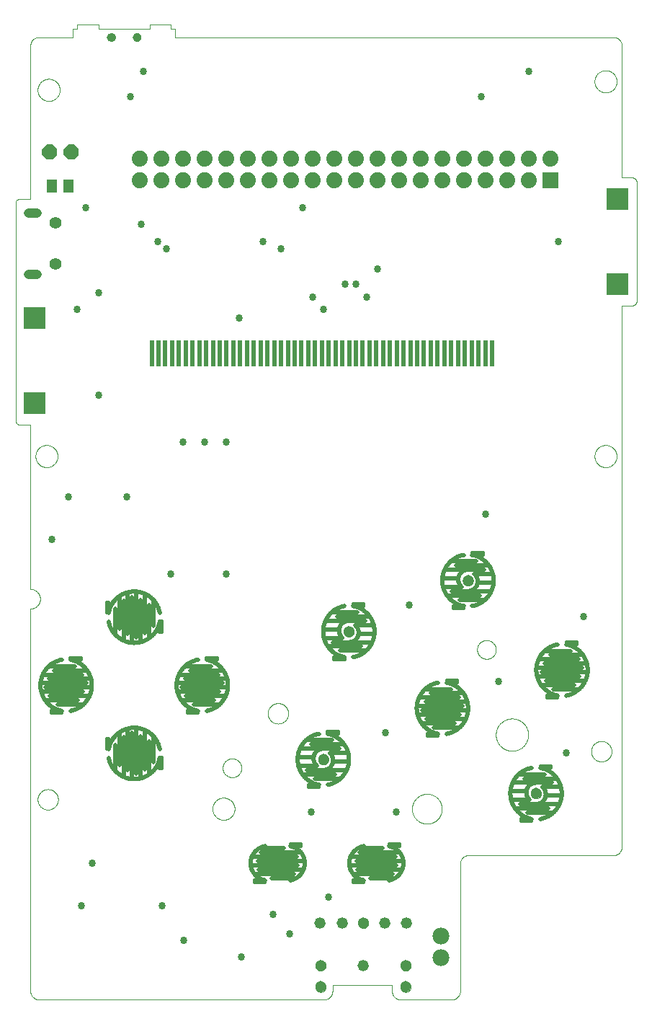
<source format=gts>
G75*
%MOIN*%
%OFA0B0*%
%FSLAX25Y25*%
%IPPOS*%
%LPD*%
%AMOC8*
5,1,8,0,0,1.08239X$1,22.5*
%
%ADD10C,0.00000*%
%ADD11C,0.00039*%
%ADD12R,0.07400X0.07400*%
%ADD13C,0.07400*%
%ADD14C,0.01200*%
%ADD15C,0.05124*%
%ADD16C,0.02000*%
%ADD17R,0.04731X0.05912*%
%ADD18OC8,0.07000*%
%ADD19C,0.03943*%
%ADD20C,0.07800*%
%ADD21C,0.04400*%
%ADD22C,0.05550*%
%ADD23C,0.05200*%
%ADD24R,0.01975X0.12211*%
%ADD25R,0.09849X0.09849*%
%ADD26C,0.03378*%
D10*
X0029320Y0023079D02*
X0029320Y0199850D01*
X0029453Y0199852D01*
X0029586Y0199858D01*
X0029718Y0199868D01*
X0029851Y0199881D01*
X0029982Y0199899D01*
X0030114Y0199920D01*
X0030244Y0199945D01*
X0030374Y0199974D01*
X0030503Y0200007D01*
X0030630Y0200044D01*
X0030757Y0200084D01*
X0030883Y0200128D01*
X0031007Y0200176D01*
X0031129Y0200227D01*
X0031250Y0200282D01*
X0031370Y0200341D01*
X0031487Y0200402D01*
X0031603Y0200468D01*
X0031717Y0200536D01*
X0031829Y0200608D01*
X0031938Y0200684D01*
X0032046Y0200762D01*
X0032151Y0200844D01*
X0032253Y0200928D01*
X0032353Y0201016D01*
X0032451Y0201106D01*
X0032545Y0201200D01*
X0032637Y0201296D01*
X0032726Y0201395D01*
X0032812Y0201496D01*
X0032895Y0201600D01*
X0032975Y0201706D01*
X0033052Y0201814D01*
X0033126Y0201925D01*
X0033196Y0202038D01*
X0033263Y0202152D01*
X0033327Y0202269D01*
X0033387Y0202388D01*
X0033444Y0202508D01*
X0033497Y0202630D01*
X0033546Y0202753D01*
X0033592Y0202878D01*
X0033635Y0203004D01*
X0033673Y0203131D01*
X0033708Y0203260D01*
X0033739Y0203389D01*
X0033766Y0203519D01*
X0033789Y0203650D01*
X0033809Y0203781D01*
X0033824Y0203914D01*
X0033836Y0204046D01*
X0033844Y0204179D01*
X0033848Y0204312D01*
X0033848Y0204444D01*
X0033844Y0204577D01*
X0033836Y0204710D01*
X0033824Y0204842D01*
X0033809Y0204975D01*
X0033789Y0205106D01*
X0033766Y0205237D01*
X0033739Y0205367D01*
X0033708Y0205496D01*
X0033673Y0205625D01*
X0033635Y0205752D01*
X0033592Y0205878D01*
X0033546Y0206003D01*
X0033497Y0206126D01*
X0033444Y0206248D01*
X0033387Y0206368D01*
X0033327Y0206487D01*
X0033263Y0206604D01*
X0033196Y0206718D01*
X0033126Y0206831D01*
X0033052Y0206942D01*
X0032975Y0207050D01*
X0032895Y0207156D01*
X0032812Y0207260D01*
X0032726Y0207361D01*
X0032637Y0207460D01*
X0032545Y0207556D01*
X0032451Y0207650D01*
X0032353Y0207740D01*
X0032253Y0207828D01*
X0032151Y0207912D01*
X0032046Y0207994D01*
X0031938Y0208072D01*
X0031829Y0208148D01*
X0031717Y0208220D01*
X0031603Y0208288D01*
X0031487Y0208354D01*
X0031370Y0208415D01*
X0031250Y0208474D01*
X0031129Y0208529D01*
X0031007Y0208580D01*
X0030883Y0208628D01*
X0030757Y0208672D01*
X0030630Y0208712D01*
X0030503Y0208749D01*
X0030374Y0208782D01*
X0030244Y0208811D01*
X0030114Y0208836D01*
X0029982Y0208857D01*
X0029851Y0208875D01*
X0029718Y0208888D01*
X0029586Y0208898D01*
X0029453Y0208904D01*
X0029320Y0208906D01*
X0029320Y0284890D01*
X0024399Y0284890D01*
X0024399Y0284889D02*
X0024313Y0284891D01*
X0024227Y0284896D01*
X0024142Y0284906D01*
X0024057Y0284919D01*
X0023973Y0284936D01*
X0023889Y0284956D01*
X0023807Y0284980D01*
X0023726Y0285008D01*
X0023645Y0285039D01*
X0023567Y0285073D01*
X0023490Y0285111D01*
X0023414Y0285153D01*
X0023341Y0285197D01*
X0023270Y0285245D01*
X0023200Y0285296D01*
X0023133Y0285350D01*
X0023069Y0285406D01*
X0023007Y0285466D01*
X0022947Y0285528D01*
X0022891Y0285592D01*
X0022837Y0285659D01*
X0022786Y0285729D01*
X0022738Y0285800D01*
X0022694Y0285874D01*
X0022652Y0285949D01*
X0022614Y0286026D01*
X0022580Y0286104D01*
X0022549Y0286185D01*
X0022521Y0286266D01*
X0022497Y0286348D01*
X0022477Y0286432D01*
X0022460Y0286516D01*
X0022447Y0286601D01*
X0022437Y0286686D01*
X0022432Y0286772D01*
X0022430Y0286858D01*
X0022430Y0387252D01*
X0022432Y0387338D01*
X0022437Y0387424D01*
X0022447Y0387509D01*
X0022460Y0387594D01*
X0022477Y0387678D01*
X0022497Y0387762D01*
X0022521Y0387844D01*
X0022549Y0387925D01*
X0022580Y0388006D01*
X0022614Y0388084D01*
X0022652Y0388161D01*
X0022694Y0388237D01*
X0022738Y0388310D01*
X0022786Y0388381D01*
X0022837Y0388451D01*
X0022891Y0388518D01*
X0022947Y0388582D01*
X0023007Y0388644D01*
X0023069Y0388704D01*
X0023133Y0388760D01*
X0023200Y0388814D01*
X0023270Y0388865D01*
X0023341Y0388913D01*
X0023415Y0388957D01*
X0023490Y0388999D01*
X0023567Y0389037D01*
X0023645Y0389071D01*
X0023726Y0389102D01*
X0023807Y0389130D01*
X0023889Y0389154D01*
X0023973Y0389174D01*
X0024057Y0389191D01*
X0024142Y0389204D01*
X0024227Y0389214D01*
X0024313Y0389219D01*
X0024399Y0389221D01*
X0024399Y0389220D02*
X0029320Y0389220D01*
X0029320Y0460087D01*
X0029322Y0460211D01*
X0029328Y0460334D01*
X0029337Y0460458D01*
X0029351Y0460580D01*
X0029368Y0460703D01*
X0029390Y0460825D01*
X0029415Y0460946D01*
X0029444Y0461066D01*
X0029476Y0461185D01*
X0029513Y0461304D01*
X0029553Y0461421D01*
X0029596Y0461536D01*
X0029644Y0461651D01*
X0029695Y0461763D01*
X0029749Y0461874D01*
X0029807Y0461984D01*
X0029868Y0462091D01*
X0029933Y0462197D01*
X0030001Y0462300D01*
X0030072Y0462401D01*
X0030146Y0462500D01*
X0030223Y0462597D01*
X0030304Y0462691D01*
X0030387Y0462782D01*
X0030473Y0462871D01*
X0030562Y0462957D01*
X0030653Y0463040D01*
X0030747Y0463121D01*
X0030844Y0463198D01*
X0030943Y0463272D01*
X0031044Y0463343D01*
X0031147Y0463411D01*
X0031253Y0463476D01*
X0031360Y0463537D01*
X0031470Y0463595D01*
X0031581Y0463649D01*
X0031693Y0463700D01*
X0031808Y0463748D01*
X0031923Y0463791D01*
X0032040Y0463831D01*
X0032159Y0463868D01*
X0032278Y0463900D01*
X0032398Y0463929D01*
X0032519Y0463954D01*
X0032641Y0463976D01*
X0032764Y0463993D01*
X0032886Y0464007D01*
X0033010Y0464016D01*
X0033133Y0464022D01*
X0033257Y0464024D01*
X0049005Y0464024D01*
X0049005Y0467961D01*
X0050974Y0467961D01*
X0050974Y0469929D01*
X0060816Y0469929D01*
X0060816Y0467961D01*
X0084438Y0467961D01*
X0084438Y0469929D01*
X0094281Y0469929D01*
X0094281Y0467961D01*
X0096249Y0467961D01*
X0096249Y0464024D01*
X0299005Y0464024D01*
X0299129Y0464022D01*
X0299252Y0464016D01*
X0299376Y0464007D01*
X0299498Y0463993D01*
X0299621Y0463976D01*
X0299743Y0463954D01*
X0299864Y0463929D01*
X0299984Y0463900D01*
X0300103Y0463868D01*
X0300222Y0463831D01*
X0300339Y0463791D01*
X0300454Y0463748D01*
X0300569Y0463700D01*
X0300681Y0463649D01*
X0300792Y0463595D01*
X0300902Y0463537D01*
X0301009Y0463476D01*
X0301115Y0463411D01*
X0301218Y0463343D01*
X0301319Y0463272D01*
X0301418Y0463198D01*
X0301515Y0463121D01*
X0301609Y0463040D01*
X0301700Y0462957D01*
X0301789Y0462871D01*
X0301875Y0462782D01*
X0301958Y0462691D01*
X0302039Y0462597D01*
X0302116Y0462500D01*
X0302190Y0462401D01*
X0302261Y0462300D01*
X0302329Y0462197D01*
X0302394Y0462091D01*
X0302455Y0461984D01*
X0302513Y0461874D01*
X0302567Y0461763D01*
X0302618Y0461651D01*
X0302666Y0461536D01*
X0302709Y0461421D01*
X0302749Y0461304D01*
X0302786Y0461185D01*
X0302818Y0461066D01*
X0302847Y0460946D01*
X0302872Y0460825D01*
X0302894Y0460703D01*
X0302911Y0460580D01*
X0302925Y0460458D01*
X0302934Y0460334D01*
X0302940Y0460211D01*
X0302942Y0460087D01*
X0302942Y0399063D01*
X0307864Y0399063D01*
X0307950Y0399061D01*
X0308036Y0399056D01*
X0308121Y0399046D01*
X0308206Y0399033D01*
X0308290Y0399016D01*
X0308374Y0398996D01*
X0308456Y0398972D01*
X0308537Y0398944D01*
X0308618Y0398913D01*
X0308696Y0398879D01*
X0308773Y0398841D01*
X0308849Y0398799D01*
X0308922Y0398755D01*
X0308993Y0398707D01*
X0309063Y0398656D01*
X0309130Y0398602D01*
X0309194Y0398546D01*
X0309256Y0398486D01*
X0309316Y0398424D01*
X0309372Y0398360D01*
X0309426Y0398293D01*
X0309477Y0398223D01*
X0309525Y0398152D01*
X0309569Y0398079D01*
X0309611Y0398003D01*
X0309649Y0397926D01*
X0309683Y0397848D01*
X0309714Y0397767D01*
X0309742Y0397686D01*
X0309766Y0397604D01*
X0309786Y0397520D01*
X0309803Y0397436D01*
X0309816Y0397351D01*
X0309826Y0397266D01*
X0309831Y0397180D01*
X0309833Y0397094D01*
X0309832Y0397094D02*
X0309832Y0341976D01*
X0309833Y0341976D02*
X0309831Y0341890D01*
X0309826Y0341804D01*
X0309816Y0341719D01*
X0309803Y0341634D01*
X0309786Y0341550D01*
X0309766Y0341466D01*
X0309742Y0341384D01*
X0309714Y0341303D01*
X0309683Y0341222D01*
X0309649Y0341144D01*
X0309611Y0341067D01*
X0309569Y0340992D01*
X0309525Y0340918D01*
X0309477Y0340847D01*
X0309426Y0340777D01*
X0309372Y0340710D01*
X0309316Y0340646D01*
X0309256Y0340584D01*
X0309194Y0340524D01*
X0309130Y0340468D01*
X0309063Y0340414D01*
X0308993Y0340363D01*
X0308922Y0340315D01*
X0308849Y0340271D01*
X0308773Y0340229D01*
X0308696Y0340191D01*
X0308618Y0340157D01*
X0308537Y0340126D01*
X0308456Y0340098D01*
X0308374Y0340074D01*
X0308290Y0340054D01*
X0308206Y0340037D01*
X0308121Y0340024D01*
X0308036Y0340014D01*
X0307950Y0340009D01*
X0307864Y0340007D01*
X0307864Y0340008D02*
X0302942Y0340008D01*
X0302942Y0089811D01*
X0302940Y0089687D01*
X0302934Y0089564D01*
X0302925Y0089440D01*
X0302911Y0089318D01*
X0302894Y0089195D01*
X0302872Y0089073D01*
X0302847Y0088952D01*
X0302818Y0088832D01*
X0302786Y0088713D01*
X0302749Y0088594D01*
X0302709Y0088477D01*
X0302666Y0088362D01*
X0302618Y0088247D01*
X0302567Y0088135D01*
X0302513Y0088024D01*
X0302455Y0087914D01*
X0302394Y0087807D01*
X0302329Y0087701D01*
X0302261Y0087598D01*
X0302190Y0087497D01*
X0302116Y0087398D01*
X0302039Y0087301D01*
X0301958Y0087207D01*
X0301875Y0087116D01*
X0301789Y0087027D01*
X0301700Y0086941D01*
X0301609Y0086858D01*
X0301515Y0086777D01*
X0301418Y0086700D01*
X0301319Y0086626D01*
X0301218Y0086555D01*
X0301115Y0086487D01*
X0301009Y0086422D01*
X0300902Y0086361D01*
X0300792Y0086303D01*
X0300681Y0086249D01*
X0300569Y0086198D01*
X0300454Y0086150D01*
X0300339Y0086107D01*
X0300222Y0086067D01*
X0300103Y0086030D01*
X0299984Y0085998D01*
X0299864Y0085969D01*
X0299743Y0085944D01*
X0299621Y0085922D01*
X0299498Y0085905D01*
X0299376Y0085891D01*
X0299252Y0085882D01*
X0299129Y0085876D01*
X0299005Y0085874D01*
X0232076Y0085874D01*
X0231952Y0085872D01*
X0231829Y0085866D01*
X0231705Y0085857D01*
X0231583Y0085843D01*
X0231460Y0085826D01*
X0231338Y0085804D01*
X0231217Y0085779D01*
X0231097Y0085750D01*
X0230978Y0085718D01*
X0230859Y0085681D01*
X0230742Y0085641D01*
X0230627Y0085598D01*
X0230512Y0085550D01*
X0230400Y0085499D01*
X0230289Y0085445D01*
X0230179Y0085387D01*
X0230072Y0085326D01*
X0229966Y0085261D01*
X0229863Y0085193D01*
X0229762Y0085122D01*
X0229663Y0085048D01*
X0229566Y0084971D01*
X0229472Y0084890D01*
X0229381Y0084807D01*
X0229292Y0084721D01*
X0229206Y0084632D01*
X0229123Y0084541D01*
X0229042Y0084447D01*
X0228965Y0084350D01*
X0228891Y0084251D01*
X0228820Y0084150D01*
X0228752Y0084047D01*
X0228687Y0083941D01*
X0228626Y0083834D01*
X0228568Y0083724D01*
X0228514Y0083613D01*
X0228463Y0083501D01*
X0228415Y0083386D01*
X0228372Y0083271D01*
X0228332Y0083154D01*
X0228295Y0083035D01*
X0228263Y0082916D01*
X0228234Y0082796D01*
X0228209Y0082675D01*
X0228187Y0082553D01*
X0228170Y0082430D01*
X0228156Y0082308D01*
X0228147Y0082184D01*
X0228141Y0082061D01*
X0228139Y0081937D01*
X0228139Y0023079D01*
X0228137Y0022955D01*
X0228131Y0022832D01*
X0228122Y0022708D01*
X0228108Y0022586D01*
X0228091Y0022463D01*
X0228069Y0022341D01*
X0228044Y0022220D01*
X0228015Y0022100D01*
X0227983Y0021981D01*
X0227946Y0021862D01*
X0227906Y0021745D01*
X0227863Y0021630D01*
X0227815Y0021515D01*
X0227764Y0021403D01*
X0227710Y0021292D01*
X0227652Y0021182D01*
X0227591Y0021075D01*
X0227526Y0020969D01*
X0227458Y0020866D01*
X0227387Y0020765D01*
X0227313Y0020666D01*
X0227236Y0020569D01*
X0227155Y0020475D01*
X0227072Y0020384D01*
X0226986Y0020295D01*
X0226897Y0020209D01*
X0226806Y0020126D01*
X0226712Y0020045D01*
X0226615Y0019968D01*
X0226516Y0019894D01*
X0226415Y0019823D01*
X0226312Y0019755D01*
X0226206Y0019690D01*
X0226099Y0019629D01*
X0225989Y0019571D01*
X0225878Y0019517D01*
X0225766Y0019466D01*
X0225651Y0019418D01*
X0225536Y0019375D01*
X0225419Y0019335D01*
X0225300Y0019298D01*
X0225181Y0019266D01*
X0225061Y0019237D01*
X0224940Y0019212D01*
X0224818Y0019190D01*
X0224695Y0019173D01*
X0224573Y0019159D01*
X0224449Y0019150D01*
X0224326Y0019144D01*
X0224202Y0019142D01*
X0200580Y0019142D01*
X0200456Y0019144D01*
X0200333Y0019150D01*
X0200209Y0019159D01*
X0200087Y0019173D01*
X0199964Y0019190D01*
X0199842Y0019212D01*
X0199721Y0019237D01*
X0199601Y0019266D01*
X0199482Y0019298D01*
X0199363Y0019335D01*
X0199246Y0019375D01*
X0199131Y0019418D01*
X0199016Y0019466D01*
X0198904Y0019517D01*
X0198793Y0019571D01*
X0198683Y0019629D01*
X0198576Y0019690D01*
X0198470Y0019755D01*
X0198367Y0019823D01*
X0198266Y0019894D01*
X0198167Y0019968D01*
X0198070Y0020045D01*
X0197976Y0020126D01*
X0197885Y0020209D01*
X0197796Y0020295D01*
X0197710Y0020384D01*
X0197627Y0020475D01*
X0197546Y0020569D01*
X0197469Y0020666D01*
X0197395Y0020765D01*
X0197324Y0020866D01*
X0197256Y0020969D01*
X0197191Y0021075D01*
X0197130Y0021182D01*
X0197072Y0021292D01*
X0197018Y0021403D01*
X0196967Y0021515D01*
X0196919Y0021630D01*
X0196876Y0021745D01*
X0196836Y0021862D01*
X0196799Y0021981D01*
X0196767Y0022100D01*
X0196738Y0022220D01*
X0196713Y0022341D01*
X0196691Y0022463D01*
X0196674Y0022586D01*
X0196660Y0022708D01*
X0196651Y0022832D01*
X0196645Y0022955D01*
X0196643Y0023079D01*
X0196643Y0026031D01*
X0169084Y0026031D01*
X0169084Y0023079D01*
X0169082Y0022955D01*
X0169076Y0022832D01*
X0169067Y0022708D01*
X0169053Y0022586D01*
X0169036Y0022463D01*
X0169014Y0022341D01*
X0168989Y0022220D01*
X0168960Y0022100D01*
X0168928Y0021981D01*
X0168891Y0021862D01*
X0168851Y0021745D01*
X0168808Y0021630D01*
X0168760Y0021515D01*
X0168709Y0021403D01*
X0168655Y0021292D01*
X0168597Y0021182D01*
X0168536Y0021075D01*
X0168471Y0020969D01*
X0168403Y0020866D01*
X0168332Y0020765D01*
X0168258Y0020666D01*
X0168181Y0020569D01*
X0168100Y0020475D01*
X0168017Y0020384D01*
X0167931Y0020295D01*
X0167842Y0020209D01*
X0167751Y0020126D01*
X0167657Y0020045D01*
X0167560Y0019968D01*
X0167461Y0019894D01*
X0167360Y0019823D01*
X0167257Y0019755D01*
X0167151Y0019690D01*
X0167044Y0019629D01*
X0166934Y0019571D01*
X0166823Y0019517D01*
X0166711Y0019466D01*
X0166596Y0019418D01*
X0166481Y0019375D01*
X0166364Y0019335D01*
X0166245Y0019298D01*
X0166126Y0019266D01*
X0166006Y0019237D01*
X0165885Y0019212D01*
X0165763Y0019190D01*
X0165640Y0019173D01*
X0165518Y0019159D01*
X0165394Y0019150D01*
X0165271Y0019144D01*
X0165147Y0019142D01*
X0033257Y0019142D01*
X0033133Y0019144D01*
X0033010Y0019150D01*
X0032886Y0019159D01*
X0032764Y0019173D01*
X0032641Y0019190D01*
X0032519Y0019212D01*
X0032398Y0019237D01*
X0032278Y0019266D01*
X0032159Y0019298D01*
X0032040Y0019335D01*
X0031923Y0019375D01*
X0031808Y0019418D01*
X0031693Y0019466D01*
X0031581Y0019517D01*
X0031470Y0019571D01*
X0031360Y0019629D01*
X0031253Y0019690D01*
X0031147Y0019755D01*
X0031044Y0019823D01*
X0030943Y0019894D01*
X0030844Y0019968D01*
X0030747Y0020045D01*
X0030653Y0020126D01*
X0030562Y0020209D01*
X0030473Y0020295D01*
X0030387Y0020384D01*
X0030304Y0020475D01*
X0030223Y0020569D01*
X0030146Y0020666D01*
X0030072Y0020765D01*
X0030001Y0020866D01*
X0029933Y0020969D01*
X0029868Y0021075D01*
X0029807Y0021182D01*
X0029749Y0021292D01*
X0029695Y0021403D01*
X0029644Y0021515D01*
X0029596Y0021630D01*
X0029553Y0021745D01*
X0029513Y0021862D01*
X0029476Y0021981D01*
X0029444Y0022100D01*
X0029415Y0022220D01*
X0029390Y0022341D01*
X0029368Y0022463D01*
X0029351Y0022586D01*
X0029337Y0022708D01*
X0029328Y0022832D01*
X0029322Y0022955D01*
X0029320Y0023079D01*
X0161210Y0025047D02*
X0161212Y0025144D01*
X0161218Y0025241D01*
X0161228Y0025337D01*
X0161242Y0025433D01*
X0161260Y0025529D01*
X0161281Y0025623D01*
X0161307Y0025717D01*
X0161336Y0025809D01*
X0161370Y0025900D01*
X0161406Y0025990D01*
X0161447Y0026078D01*
X0161491Y0026164D01*
X0161539Y0026249D01*
X0161590Y0026331D01*
X0161644Y0026412D01*
X0161702Y0026490D01*
X0161763Y0026565D01*
X0161826Y0026638D01*
X0161893Y0026709D01*
X0161963Y0026776D01*
X0162035Y0026841D01*
X0162110Y0026902D01*
X0162188Y0026961D01*
X0162267Y0027016D01*
X0162349Y0027068D01*
X0162433Y0027116D01*
X0162519Y0027161D01*
X0162607Y0027203D01*
X0162696Y0027241D01*
X0162787Y0027275D01*
X0162879Y0027305D01*
X0162972Y0027332D01*
X0163067Y0027354D01*
X0163162Y0027373D01*
X0163258Y0027388D01*
X0163354Y0027399D01*
X0163451Y0027406D01*
X0163548Y0027409D01*
X0163645Y0027408D01*
X0163742Y0027403D01*
X0163838Y0027394D01*
X0163934Y0027381D01*
X0164030Y0027364D01*
X0164125Y0027343D01*
X0164218Y0027319D01*
X0164311Y0027290D01*
X0164403Y0027258D01*
X0164493Y0027222D01*
X0164581Y0027183D01*
X0164668Y0027139D01*
X0164753Y0027093D01*
X0164836Y0027042D01*
X0164917Y0026989D01*
X0164995Y0026932D01*
X0165072Y0026872D01*
X0165145Y0026809D01*
X0165216Y0026743D01*
X0165284Y0026674D01*
X0165350Y0026602D01*
X0165412Y0026528D01*
X0165471Y0026451D01*
X0165527Y0026372D01*
X0165580Y0026290D01*
X0165630Y0026207D01*
X0165675Y0026121D01*
X0165718Y0026034D01*
X0165757Y0025945D01*
X0165792Y0025855D01*
X0165823Y0025763D01*
X0165850Y0025670D01*
X0165874Y0025576D01*
X0165894Y0025481D01*
X0165910Y0025385D01*
X0165922Y0025289D01*
X0165930Y0025192D01*
X0165934Y0025095D01*
X0165934Y0024999D01*
X0165930Y0024902D01*
X0165922Y0024805D01*
X0165910Y0024709D01*
X0165894Y0024613D01*
X0165874Y0024518D01*
X0165850Y0024424D01*
X0165823Y0024331D01*
X0165792Y0024239D01*
X0165757Y0024149D01*
X0165718Y0024060D01*
X0165675Y0023973D01*
X0165630Y0023887D01*
X0165580Y0023804D01*
X0165527Y0023722D01*
X0165471Y0023643D01*
X0165412Y0023566D01*
X0165350Y0023492D01*
X0165284Y0023420D01*
X0165216Y0023351D01*
X0165145Y0023285D01*
X0165072Y0023222D01*
X0164995Y0023162D01*
X0164917Y0023105D01*
X0164836Y0023052D01*
X0164753Y0023001D01*
X0164668Y0022955D01*
X0164581Y0022911D01*
X0164493Y0022872D01*
X0164403Y0022836D01*
X0164311Y0022804D01*
X0164218Y0022775D01*
X0164125Y0022751D01*
X0164030Y0022730D01*
X0163934Y0022713D01*
X0163838Y0022700D01*
X0163742Y0022691D01*
X0163645Y0022686D01*
X0163548Y0022685D01*
X0163451Y0022688D01*
X0163354Y0022695D01*
X0163258Y0022706D01*
X0163162Y0022721D01*
X0163067Y0022740D01*
X0162972Y0022762D01*
X0162879Y0022789D01*
X0162787Y0022819D01*
X0162696Y0022853D01*
X0162607Y0022891D01*
X0162519Y0022933D01*
X0162433Y0022978D01*
X0162349Y0023026D01*
X0162267Y0023078D01*
X0162188Y0023133D01*
X0162110Y0023192D01*
X0162035Y0023253D01*
X0161963Y0023318D01*
X0161893Y0023385D01*
X0161826Y0023456D01*
X0161763Y0023529D01*
X0161702Y0023604D01*
X0161644Y0023682D01*
X0161590Y0023763D01*
X0161539Y0023845D01*
X0161491Y0023930D01*
X0161447Y0024016D01*
X0161406Y0024104D01*
X0161370Y0024194D01*
X0161336Y0024285D01*
X0161307Y0024377D01*
X0161281Y0024471D01*
X0161260Y0024565D01*
X0161242Y0024661D01*
X0161228Y0024757D01*
X0161218Y0024853D01*
X0161212Y0024950D01*
X0161210Y0025047D01*
X0161210Y0034890D02*
X0161212Y0034987D01*
X0161218Y0035084D01*
X0161228Y0035180D01*
X0161242Y0035276D01*
X0161260Y0035372D01*
X0161281Y0035466D01*
X0161307Y0035560D01*
X0161336Y0035652D01*
X0161370Y0035743D01*
X0161406Y0035833D01*
X0161447Y0035921D01*
X0161491Y0036007D01*
X0161539Y0036092D01*
X0161590Y0036174D01*
X0161644Y0036255D01*
X0161702Y0036333D01*
X0161763Y0036408D01*
X0161826Y0036481D01*
X0161893Y0036552D01*
X0161963Y0036619D01*
X0162035Y0036684D01*
X0162110Y0036745D01*
X0162188Y0036804D01*
X0162267Y0036859D01*
X0162349Y0036911D01*
X0162433Y0036959D01*
X0162519Y0037004D01*
X0162607Y0037046D01*
X0162696Y0037084D01*
X0162787Y0037118D01*
X0162879Y0037148D01*
X0162972Y0037175D01*
X0163067Y0037197D01*
X0163162Y0037216D01*
X0163258Y0037231D01*
X0163354Y0037242D01*
X0163451Y0037249D01*
X0163548Y0037252D01*
X0163645Y0037251D01*
X0163742Y0037246D01*
X0163838Y0037237D01*
X0163934Y0037224D01*
X0164030Y0037207D01*
X0164125Y0037186D01*
X0164218Y0037162D01*
X0164311Y0037133D01*
X0164403Y0037101D01*
X0164493Y0037065D01*
X0164581Y0037026D01*
X0164668Y0036982D01*
X0164753Y0036936D01*
X0164836Y0036885D01*
X0164917Y0036832D01*
X0164995Y0036775D01*
X0165072Y0036715D01*
X0165145Y0036652D01*
X0165216Y0036586D01*
X0165284Y0036517D01*
X0165350Y0036445D01*
X0165412Y0036371D01*
X0165471Y0036294D01*
X0165527Y0036215D01*
X0165580Y0036133D01*
X0165630Y0036050D01*
X0165675Y0035964D01*
X0165718Y0035877D01*
X0165757Y0035788D01*
X0165792Y0035698D01*
X0165823Y0035606D01*
X0165850Y0035513D01*
X0165874Y0035419D01*
X0165894Y0035324D01*
X0165910Y0035228D01*
X0165922Y0035132D01*
X0165930Y0035035D01*
X0165934Y0034938D01*
X0165934Y0034842D01*
X0165930Y0034745D01*
X0165922Y0034648D01*
X0165910Y0034552D01*
X0165894Y0034456D01*
X0165874Y0034361D01*
X0165850Y0034267D01*
X0165823Y0034174D01*
X0165792Y0034082D01*
X0165757Y0033992D01*
X0165718Y0033903D01*
X0165675Y0033816D01*
X0165630Y0033730D01*
X0165580Y0033647D01*
X0165527Y0033565D01*
X0165471Y0033486D01*
X0165412Y0033409D01*
X0165350Y0033335D01*
X0165284Y0033263D01*
X0165216Y0033194D01*
X0165145Y0033128D01*
X0165072Y0033065D01*
X0164995Y0033005D01*
X0164917Y0032948D01*
X0164836Y0032895D01*
X0164753Y0032844D01*
X0164668Y0032798D01*
X0164581Y0032754D01*
X0164493Y0032715D01*
X0164403Y0032679D01*
X0164311Y0032647D01*
X0164218Y0032618D01*
X0164125Y0032594D01*
X0164030Y0032573D01*
X0163934Y0032556D01*
X0163838Y0032543D01*
X0163742Y0032534D01*
X0163645Y0032529D01*
X0163548Y0032528D01*
X0163451Y0032531D01*
X0163354Y0032538D01*
X0163258Y0032549D01*
X0163162Y0032564D01*
X0163067Y0032583D01*
X0162972Y0032605D01*
X0162879Y0032632D01*
X0162787Y0032662D01*
X0162696Y0032696D01*
X0162607Y0032734D01*
X0162519Y0032776D01*
X0162433Y0032821D01*
X0162349Y0032869D01*
X0162267Y0032921D01*
X0162188Y0032976D01*
X0162110Y0033035D01*
X0162035Y0033096D01*
X0161963Y0033161D01*
X0161893Y0033228D01*
X0161826Y0033299D01*
X0161763Y0033372D01*
X0161702Y0033447D01*
X0161644Y0033525D01*
X0161590Y0033606D01*
X0161539Y0033688D01*
X0161491Y0033773D01*
X0161447Y0033859D01*
X0161406Y0033947D01*
X0161370Y0034037D01*
X0161336Y0034128D01*
X0161307Y0034220D01*
X0161281Y0034314D01*
X0161260Y0034408D01*
X0161242Y0034504D01*
X0161228Y0034600D01*
X0161218Y0034696D01*
X0161212Y0034793D01*
X0161210Y0034890D01*
X0180895Y0054575D02*
X0180897Y0054672D01*
X0180903Y0054769D01*
X0180913Y0054865D01*
X0180927Y0054961D01*
X0180945Y0055057D01*
X0180966Y0055151D01*
X0180992Y0055245D01*
X0181021Y0055337D01*
X0181055Y0055428D01*
X0181091Y0055518D01*
X0181132Y0055606D01*
X0181176Y0055692D01*
X0181224Y0055777D01*
X0181275Y0055859D01*
X0181329Y0055940D01*
X0181387Y0056018D01*
X0181448Y0056093D01*
X0181511Y0056166D01*
X0181578Y0056237D01*
X0181648Y0056304D01*
X0181720Y0056369D01*
X0181795Y0056430D01*
X0181873Y0056489D01*
X0181952Y0056544D01*
X0182034Y0056596D01*
X0182118Y0056644D01*
X0182204Y0056689D01*
X0182292Y0056731D01*
X0182381Y0056769D01*
X0182472Y0056803D01*
X0182564Y0056833D01*
X0182657Y0056860D01*
X0182752Y0056882D01*
X0182847Y0056901D01*
X0182943Y0056916D01*
X0183039Y0056927D01*
X0183136Y0056934D01*
X0183233Y0056937D01*
X0183330Y0056936D01*
X0183427Y0056931D01*
X0183523Y0056922D01*
X0183619Y0056909D01*
X0183715Y0056892D01*
X0183810Y0056871D01*
X0183903Y0056847D01*
X0183996Y0056818D01*
X0184088Y0056786D01*
X0184178Y0056750D01*
X0184266Y0056711D01*
X0184353Y0056667D01*
X0184438Y0056621D01*
X0184521Y0056570D01*
X0184602Y0056517D01*
X0184680Y0056460D01*
X0184757Y0056400D01*
X0184830Y0056337D01*
X0184901Y0056271D01*
X0184969Y0056202D01*
X0185035Y0056130D01*
X0185097Y0056056D01*
X0185156Y0055979D01*
X0185212Y0055900D01*
X0185265Y0055818D01*
X0185315Y0055735D01*
X0185360Y0055649D01*
X0185403Y0055562D01*
X0185442Y0055473D01*
X0185477Y0055383D01*
X0185508Y0055291D01*
X0185535Y0055198D01*
X0185559Y0055104D01*
X0185579Y0055009D01*
X0185595Y0054913D01*
X0185607Y0054817D01*
X0185615Y0054720D01*
X0185619Y0054623D01*
X0185619Y0054527D01*
X0185615Y0054430D01*
X0185607Y0054333D01*
X0185595Y0054237D01*
X0185579Y0054141D01*
X0185559Y0054046D01*
X0185535Y0053952D01*
X0185508Y0053859D01*
X0185477Y0053767D01*
X0185442Y0053677D01*
X0185403Y0053588D01*
X0185360Y0053501D01*
X0185315Y0053415D01*
X0185265Y0053332D01*
X0185212Y0053250D01*
X0185156Y0053171D01*
X0185097Y0053094D01*
X0185035Y0053020D01*
X0184969Y0052948D01*
X0184901Y0052879D01*
X0184830Y0052813D01*
X0184757Y0052750D01*
X0184680Y0052690D01*
X0184602Y0052633D01*
X0184521Y0052580D01*
X0184438Y0052529D01*
X0184353Y0052483D01*
X0184266Y0052439D01*
X0184178Y0052400D01*
X0184088Y0052364D01*
X0183996Y0052332D01*
X0183903Y0052303D01*
X0183810Y0052279D01*
X0183715Y0052258D01*
X0183619Y0052241D01*
X0183523Y0052228D01*
X0183427Y0052219D01*
X0183330Y0052214D01*
X0183233Y0052213D01*
X0183136Y0052216D01*
X0183039Y0052223D01*
X0182943Y0052234D01*
X0182847Y0052249D01*
X0182752Y0052268D01*
X0182657Y0052290D01*
X0182564Y0052317D01*
X0182472Y0052347D01*
X0182381Y0052381D01*
X0182292Y0052419D01*
X0182204Y0052461D01*
X0182118Y0052506D01*
X0182034Y0052554D01*
X0181952Y0052606D01*
X0181873Y0052661D01*
X0181795Y0052720D01*
X0181720Y0052781D01*
X0181648Y0052846D01*
X0181578Y0052913D01*
X0181511Y0052984D01*
X0181448Y0053057D01*
X0181387Y0053132D01*
X0181329Y0053210D01*
X0181275Y0053291D01*
X0181224Y0053373D01*
X0181176Y0053458D01*
X0181132Y0053544D01*
X0181091Y0053632D01*
X0181055Y0053722D01*
X0181021Y0053813D01*
X0180992Y0053905D01*
X0180966Y0053999D01*
X0180945Y0054093D01*
X0180927Y0054189D01*
X0180913Y0054285D01*
X0180903Y0054381D01*
X0180897Y0054478D01*
X0180895Y0054575D01*
X0200580Y0034890D02*
X0200582Y0034987D01*
X0200588Y0035084D01*
X0200598Y0035180D01*
X0200612Y0035276D01*
X0200630Y0035372D01*
X0200651Y0035466D01*
X0200677Y0035560D01*
X0200706Y0035652D01*
X0200740Y0035743D01*
X0200776Y0035833D01*
X0200817Y0035921D01*
X0200861Y0036007D01*
X0200909Y0036092D01*
X0200960Y0036174D01*
X0201014Y0036255D01*
X0201072Y0036333D01*
X0201133Y0036408D01*
X0201196Y0036481D01*
X0201263Y0036552D01*
X0201333Y0036619D01*
X0201405Y0036684D01*
X0201480Y0036745D01*
X0201558Y0036804D01*
X0201637Y0036859D01*
X0201719Y0036911D01*
X0201803Y0036959D01*
X0201889Y0037004D01*
X0201977Y0037046D01*
X0202066Y0037084D01*
X0202157Y0037118D01*
X0202249Y0037148D01*
X0202342Y0037175D01*
X0202437Y0037197D01*
X0202532Y0037216D01*
X0202628Y0037231D01*
X0202724Y0037242D01*
X0202821Y0037249D01*
X0202918Y0037252D01*
X0203015Y0037251D01*
X0203112Y0037246D01*
X0203208Y0037237D01*
X0203304Y0037224D01*
X0203400Y0037207D01*
X0203495Y0037186D01*
X0203588Y0037162D01*
X0203681Y0037133D01*
X0203773Y0037101D01*
X0203863Y0037065D01*
X0203951Y0037026D01*
X0204038Y0036982D01*
X0204123Y0036936D01*
X0204206Y0036885D01*
X0204287Y0036832D01*
X0204365Y0036775D01*
X0204442Y0036715D01*
X0204515Y0036652D01*
X0204586Y0036586D01*
X0204654Y0036517D01*
X0204720Y0036445D01*
X0204782Y0036371D01*
X0204841Y0036294D01*
X0204897Y0036215D01*
X0204950Y0036133D01*
X0205000Y0036050D01*
X0205045Y0035964D01*
X0205088Y0035877D01*
X0205127Y0035788D01*
X0205162Y0035698D01*
X0205193Y0035606D01*
X0205220Y0035513D01*
X0205244Y0035419D01*
X0205264Y0035324D01*
X0205280Y0035228D01*
X0205292Y0035132D01*
X0205300Y0035035D01*
X0205304Y0034938D01*
X0205304Y0034842D01*
X0205300Y0034745D01*
X0205292Y0034648D01*
X0205280Y0034552D01*
X0205264Y0034456D01*
X0205244Y0034361D01*
X0205220Y0034267D01*
X0205193Y0034174D01*
X0205162Y0034082D01*
X0205127Y0033992D01*
X0205088Y0033903D01*
X0205045Y0033816D01*
X0205000Y0033730D01*
X0204950Y0033647D01*
X0204897Y0033565D01*
X0204841Y0033486D01*
X0204782Y0033409D01*
X0204720Y0033335D01*
X0204654Y0033263D01*
X0204586Y0033194D01*
X0204515Y0033128D01*
X0204442Y0033065D01*
X0204365Y0033005D01*
X0204287Y0032948D01*
X0204206Y0032895D01*
X0204123Y0032844D01*
X0204038Y0032798D01*
X0203951Y0032754D01*
X0203863Y0032715D01*
X0203773Y0032679D01*
X0203681Y0032647D01*
X0203588Y0032618D01*
X0203495Y0032594D01*
X0203400Y0032573D01*
X0203304Y0032556D01*
X0203208Y0032543D01*
X0203112Y0032534D01*
X0203015Y0032529D01*
X0202918Y0032528D01*
X0202821Y0032531D01*
X0202724Y0032538D01*
X0202628Y0032549D01*
X0202532Y0032564D01*
X0202437Y0032583D01*
X0202342Y0032605D01*
X0202249Y0032632D01*
X0202157Y0032662D01*
X0202066Y0032696D01*
X0201977Y0032734D01*
X0201889Y0032776D01*
X0201803Y0032821D01*
X0201719Y0032869D01*
X0201637Y0032921D01*
X0201558Y0032976D01*
X0201480Y0033035D01*
X0201405Y0033096D01*
X0201333Y0033161D01*
X0201263Y0033228D01*
X0201196Y0033299D01*
X0201133Y0033372D01*
X0201072Y0033447D01*
X0201014Y0033525D01*
X0200960Y0033606D01*
X0200909Y0033688D01*
X0200861Y0033773D01*
X0200817Y0033859D01*
X0200776Y0033947D01*
X0200740Y0034037D01*
X0200706Y0034128D01*
X0200677Y0034220D01*
X0200651Y0034314D01*
X0200630Y0034408D01*
X0200612Y0034504D01*
X0200598Y0034600D01*
X0200588Y0034696D01*
X0200582Y0034793D01*
X0200580Y0034890D01*
X0200580Y0025047D02*
X0200582Y0025144D01*
X0200588Y0025241D01*
X0200598Y0025337D01*
X0200612Y0025433D01*
X0200630Y0025529D01*
X0200651Y0025623D01*
X0200677Y0025717D01*
X0200706Y0025809D01*
X0200740Y0025900D01*
X0200776Y0025990D01*
X0200817Y0026078D01*
X0200861Y0026164D01*
X0200909Y0026249D01*
X0200960Y0026331D01*
X0201014Y0026412D01*
X0201072Y0026490D01*
X0201133Y0026565D01*
X0201196Y0026638D01*
X0201263Y0026709D01*
X0201333Y0026776D01*
X0201405Y0026841D01*
X0201480Y0026902D01*
X0201558Y0026961D01*
X0201637Y0027016D01*
X0201719Y0027068D01*
X0201803Y0027116D01*
X0201889Y0027161D01*
X0201977Y0027203D01*
X0202066Y0027241D01*
X0202157Y0027275D01*
X0202249Y0027305D01*
X0202342Y0027332D01*
X0202437Y0027354D01*
X0202532Y0027373D01*
X0202628Y0027388D01*
X0202724Y0027399D01*
X0202821Y0027406D01*
X0202918Y0027409D01*
X0203015Y0027408D01*
X0203112Y0027403D01*
X0203208Y0027394D01*
X0203304Y0027381D01*
X0203400Y0027364D01*
X0203495Y0027343D01*
X0203588Y0027319D01*
X0203681Y0027290D01*
X0203773Y0027258D01*
X0203863Y0027222D01*
X0203951Y0027183D01*
X0204038Y0027139D01*
X0204123Y0027093D01*
X0204206Y0027042D01*
X0204287Y0026989D01*
X0204365Y0026932D01*
X0204442Y0026872D01*
X0204515Y0026809D01*
X0204586Y0026743D01*
X0204654Y0026674D01*
X0204720Y0026602D01*
X0204782Y0026528D01*
X0204841Y0026451D01*
X0204897Y0026372D01*
X0204950Y0026290D01*
X0205000Y0026207D01*
X0205045Y0026121D01*
X0205088Y0026034D01*
X0205127Y0025945D01*
X0205162Y0025855D01*
X0205193Y0025763D01*
X0205220Y0025670D01*
X0205244Y0025576D01*
X0205264Y0025481D01*
X0205280Y0025385D01*
X0205292Y0025289D01*
X0205300Y0025192D01*
X0205304Y0025095D01*
X0205304Y0024999D01*
X0205300Y0024902D01*
X0205292Y0024805D01*
X0205280Y0024709D01*
X0205264Y0024613D01*
X0205244Y0024518D01*
X0205220Y0024424D01*
X0205193Y0024331D01*
X0205162Y0024239D01*
X0205127Y0024149D01*
X0205088Y0024060D01*
X0205045Y0023973D01*
X0205000Y0023887D01*
X0204950Y0023804D01*
X0204897Y0023722D01*
X0204841Y0023643D01*
X0204782Y0023566D01*
X0204720Y0023492D01*
X0204654Y0023420D01*
X0204586Y0023351D01*
X0204515Y0023285D01*
X0204442Y0023222D01*
X0204365Y0023162D01*
X0204287Y0023105D01*
X0204206Y0023052D01*
X0204123Y0023001D01*
X0204038Y0022955D01*
X0203951Y0022911D01*
X0203863Y0022872D01*
X0203773Y0022836D01*
X0203681Y0022804D01*
X0203588Y0022775D01*
X0203495Y0022751D01*
X0203400Y0022730D01*
X0203304Y0022713D01*
X0203208Y0022700D01*
X0203112Y0022691D01*
X0203015Y0022686D01*
X0202918Y0022685D01*
X0202821Y0022688D01*
X0202724Y0022695D01*
X0202628Y0022706D01*
X0202532Y0022721D01*
X0202437Y0022740D01*
X0202342Y0022762D01*
X0202249Y0022789D01*
X0202157Y0022819D01*
X0202066Y0022853D01*
X0201977Y0022891D01*
X0201889Y0022933D01*
X0201803Y0022978D01*
X0201719Y0023026D01*
X0201637Y0023078D01*
X0201558Y0023133D01*
X0201480Y0023192D01*
X0201405Y0023253D01*
X0201333Y0023318D01*
X0201263Y0023385D01*
X0201196Y0023456D01*
X0201133Y0023529D01*
X0201072Y0023604D01*
X0201014Y0023682D01*
X0200960Y0023763D01*
X0200909Y0023845D01*
X0200861Y0023930D01*
X0200817Y0024016D01*
X0200776Y0024104D01*
X0200740Y0024194D01*
X0200706Y0024285D01*
X0200677Y0024377D01*
X0200651Y0024471D01*
X0200630Y0024565D01*
X0200612Y0024661D01*
X0200598Y0024757D01*
X0200588Y0024853D01*
X0200582Y0024950D01*
X0200580Y0025047D01*
X0260895Y0114457D02*
X0260897Y0114554D01*
X0260903Y0114651D01*
X0260913Y0114747D01*
X0260927Y0114843D01*
X0260945Y0114939D01*
X0260966Y0115033D01*
X0260992Y0115127D01*
X0261021Y0115219D01*
X0261055Y0115310D01*
X0261091Y0115400D01*
X0261132Y0115488D01*
X0261176Y0115574D01*
X0261224Y0115659D01*
X0261275Y0115741D01*
X0261329Y0115822D01*
X0261387Y0115900D01*
X0261448Y0115975D01*
X0261511Y0116048D01*
X0261578Y0116119D01*
X0261648Y0116186D01*
X0261720Y0116251D01*
X0261795Y0116312D01*
X0261873Y0116371D01*
X0261952Y0116426D01*
X0262034Y0116478D01*
X0262118Y0116526D01*
X0262204Y0116571D01*
X0262292Y0116613D01*
X0262381Y0116651D01*
X0262472Y0116685D01*
X0262564Y0116715D01*
X0262657Y0116742D01*
X0262752Y0116764D01*
X0262847Y0116783D01*
X0262943Y0116798D01*
X0263039Y0116809D01*
X0263136Y0116816D01*
X0263233Y0116819D01*
X0263330Y0116818D01*
X0263427Y0116813D01*
X0263523Y0116804D01*
X0263619Y0116791D01*
X0263715Y0116774D01*
X0263810Y0116753D01*
X0263903Y0116729D01*
X0263996Y0116700D01*
X0264088Y0116668D01*
X0264178Y0116632D01*
X0264266Y0116593D01*
X0264353Y0116549D01*
X0264438Y0116503D01*
X0264521Y0116452D01*
X0264602Y0116399D01*
X0264680Y0116342D01*
X0264757Y0116282D01*
X0264830Y0116219D01*
X0264901Y0116153D01*
X0264969Y0116084D01*
X0265035Y0116012D01*
X0265097Y0115938D01*
X0265156Y0115861D01*
X0265212Y0115782D01*
X0265265Y0115700D01*
X0265315Y0115617D01*
X0265360Y0115531D01*
X0265403Y0115444D01*
X0265442Y0115355D01*
X0265477Y0115265D01*
X0265508Y0115173D01*
X0265535Y0115080D01*
X0265559Y0114986D01*
X0265579Y0114891D01*
X0265595Y0114795D01*
X0265607Y0114699D01*
X0265615Y0114602D01*
X0265619Y0114505D01*
X0265619Y0114409D01*
X0265615Y0114312D01*
X0265607Y0114215D01*
X0265595Y0114119D01*
X0265579Y0114023D01*
X0265559Y0113928D01*
X0265535Y0113834D01*
X0265508Y0113741D01*
X0265477Y0113649D01*
X0265442Y0113559D01*
X0265403Y0113470D01*
X0265360Y0113383D01*
X0265315Y0113297D01*
X0265265Y0113214D01*
X0265212Y0113132D01*
X0265156Y0113053D01*
X0265097Y0112976D01*
X0265035Y0112902D01*
X0264969Y0112830D01*
X0264901Y0112761D01*
X0264830Y0112695D01*
X0264757Y0112632D01*
X0264680Y0112572D01*
X0264602Y0112515D01*
X0264521Y0112462D01*
X0264438Y0112411D01*
X0264353Y0112365D01*
X0264266Y0112321D01*
X0264178Y0112282D01*
X0264088Y0112246D01*
X0263996Y0112214D01*
X0263903Y0112185D01*
X0263810Y0112161D01*
X0263715Y0112140D01*
X0263619Y0112123D01*
X0263523Y0112110D01*
X0263427Y0112101D01*
X0263330Y0112096D01*
X0263233Y0112095D01*
X0263136Y0112098D01*
X0263039Y0112105D01*
X0262943Y0112116D01*
X0262847Y0112131D01*
X0262752Y0112150D01*
X0262657Y0112172D01*
X0262564Y0112199D01*
X0262472Y0112229D01*
X0262381Y0112263D01*
X0262292Y0112301D01*
X0262204Y0112343D01*
X0262118Y0112388D01*
X0262034Y0112436D01*
X0261952Y0112488D01*
X0261873Y0112543D01*
X0261795Y0112602D01*
X0261720Y0112663D01*
X0261648Y0112728D01*
X0261578Y0112795D01*
X0261511Y0112866D01*
X0261448Y0112939D01*
X0261387Y0113014D01*
X0261329Y0113092D01*
X0261275Y0113173D01*
X0261224Y0113255D01*
X0261176Y0113340D01*
X0261132Y0113426D01*
X0261091Y0113514D01*
X0261055Y0113604D01*
X0261021Y0113695D01*
X0260992Y0113787D01*
X0260966Y0113881D01*
X0260945Y0113975D01*
X0260927Y0114071D01*
X0260913Y0114167D01*
X0260903Y0114263D01*
X0260897Y0114360D01*
X0260895Y0114457D01*
X0229399Y0212882D02*
X0229401Y0212979D01*
X0229407Y0213076D01*
X0229417Y0213172D01*
X0229431Y0213268D01*
X0229449Y0213364D01*
X0229470Y0213458D01*
X0229496Y0213552D01*
X0229525Y0213644D01*
X0229559Y0213735D01*
X0229595Y0213825D01*
X0229636Y0213913D01*
X0229680Y0213999D01*
X0229728Y0214084D01*
X0229779Y0214166D01*
X0229833Y0214247D01*
X0229891Y0214325D01*
X0229952Y0214400D01*
X0230015Y0214473D01*
X0230082Y0214544D01*
X0230152Y0214611D01*
X0230224Y0214676D01*
X0230299Y0214737D01*
X0230377Y0214796D01*
X0230456Y0214851D01*
X0230538Y0214903D01*
X0230622Y0214951D01*
X0230708Y0214996D01*
X0230796Y0215038D01*
X0230885Y0215076D01*
X0230976Y0215110D01*
X0231068Y0215140D01*
X0231161Y0215167D01*
X0231256Y0215189D01*
X0231351Y0215208D01*
X0231447Y0215223D01*
X0231543Y0215234D01*
X0231640Y0215241D01*
X0231737Y0215244D01*
X0231834Y0215243D01*
X0231931Y0215238D01*
X0232027Y0215229D01*
X0232123Y0215216D01*
X0232219Y0215199D01*
X0232314Y0215178D01*
X0232407Y0215154D01*
X0232500Y0215125D01*
X0232592Y0215093D01*
X0232682Y0215057D01*
X0232770Y0215018D01*
X0232857Y0214974D01*
X0232942Y0214928D01*
X0233025Y0214877D01*
X0233106Y0214824D01*
X0233184Y0214767D01*
X0233261Y0214707D01*
X0233334Y0214644D01*
X0233405Y0214578D01*
X0233473Y0214509D01*
X0233539Y0214437D01*
X0233601Y0214363D01*
X0233660Y0214286D01*
X0233716Y0214207D01*
X0233769Y0214125D01*
X0233819Y0214042D01*
X0233864Y0213956D01*
X0233907Y0213869D01*
X0233946Y0213780D01*
X0233981Y0213690D01*
X0234012Y0213598D01*
X0234039Y0213505D01*
X0234063Y0213411D01*
X0234083Y0213316D01*
X0234099Y0213220D01*
X0234111Y0213124D01*
X0234119Y0213027D01*
X0234123Y0212930D01*
X0234123Y0212834D01*
X0234119Y0212737D01*
X0234111Y0212640D01*
X0234099Y0212544D01*
X0234083Y0212448D01*
X0234063Y0212353D01*
X0234039Y0212259D01*
X0234012Y0212166D01*
X0233981Y0212074D01*
X0233946Y0211984D01*
X0233907Y0211895D01*
X0233864Y0211808D01*
X0233819Y0211722D01*
X0233769Y0211639D01*
X0233716Y0211557D01*
X0233660Y0211478D01*
X0233601Y0211401D01*
X0233539Y0211327D01*
X0233473Y0211255D01*
X0233405Y0211186D01*
X0233334Y0211120D01*
X0233261Y0211057D01*
X0233184Y0210997D01*
X0233106Y0210940D01*
X0233025Y0210887D01*
X0232942Y0210836D01*
X0232857Y0210790D01*
X0232770Y0210746D01*
X0232682Y0210707D01*
X0232592Y0210671D01*
X0232500Y0210639D01*
X0232407Y0210610D01*
X0232314Y0210586D01*
X0232219Y0210565D01*
X0232123Y0210548D01*
X0232027Y0210535D01*
X0231931Y0210526D01*
X0231834Y0210521D01*
X0231737Y0210520D01*
X0231640Y0210523D01*
X0231543Y0210530D01*
X0231447Y0210541D01*
X0231351Y0210556D01*
X0231256Y0210575D01*
X0231161Y0210597D01*
X0231068Y0210624D01*
X0230976Y0210654D01*
X0230885Y0210688D01*
X0230796Y0210726D01*
X0230708Y0210768D01*
X0230622Y0210813D01*
X0230538Y0210861D01*
X0230456Y0210913D01*
X0230377Y0210968D01*
X0230299Y0211027D01*
X0230224Y0211088D01*
X0230152Y0211153D01*
X0230082Y0211220D01*
X0230015Y0211291D01*
X0229952Y0211364D01*
X0229891Y0211439D01*
X0229833Y0211517D01*
X0229779Y0211598D01*
X0229728Y0211680D01*
X0229680Y0211765D01*
X0229636Y0211851D01*
X0229595Y0211939D01*
X0229559Y0212029D01*
X0229525Y0212120D01*
X0229496Y0212212D01*
X0229470Y0212306D01*
X0229449Y0212400D01*
X0229431Y0212496D01*
X0229417Y0212592D01*
X0229407Y0212688D01*
X0229401Y0212785D01*
X0229399Y0212882D01*
X0174281Y0189260D02*
X0174283Y0189357D01*
X0174289Y0189454D01*
X0174299Y0189550D01*
X0174313Y0189646D01*
X0174331Y0189742D01*
X0174352Y0189836D01*
X0174378Y0189930D01*
X0174407Y0190022D01*
X0174441Y0190113D01*
X0174477Y0190203D01*
X0174518Y0190291D01*
X0174562Y0190377D01*
X0174610Y0190462D01*
X0174661Y0190544D01*
X0174715Y0190625D01*
X0174773Y0190703D01*
X0174834Y0190778D01*
X0174897Y0190851D01*
X0174964Y0190922D01*
X0175034Y0190989D01*
X0175106Y0191054D01*
X0175181Y0191115D01*
X0175259Y0191174D01*
X0175338Y0191229D01*
X0175420Y0191281D01*
X0175504Y0191329D01*
X0175590Y0191374D01*
X0175678Y0191416D01*
X0175767Y0191454D01*
X0175858Y0191488D01*
X0175950Y0191518D01*
X0176043Y0191545D01*
X0176138Y0191567D01*
X0176233Y0191586D01*
X0176329Y0191601D01*
X0176425Y0191612D01*
X0176522Y0191619D01*
X0176619Y0191622D01*
X0176716Y0191621D01*
X0176813Y0191616D01*
X0176909Y0191607D01*
X0177005Y0191594D01*
X0177101Y0191577D01*
X0177196Y0191556D01*
X0177289Y0191532D01*
X0177382Y0191503D01*
X0177474Y0191471D01*
X0177564Y0191435D01*
X0177652Y0191396D01*
X0177739Y0191352D01*
X0177824Y0191306D01*
X0177907Y0191255D01*
X0177988Y0191202D01*
X0178066Y0191145D01*
X0178143Y0191085D01*
X0178216Y0191022D01*
X0178287Y0190956D01*
X0178355Y0190887D01*
X0178421Y0190815D01*
X0178483Y0190741D01*
X0178542Y0190664D01*
X0178598Y0190585D01*
X0178651Y0190503D01*
X0178701Y0190420D01*
X0178746Y0190334D01*
X0178789Y0190247D01*
X0178828Y0190158D01*
X0178863Y0190068D01*
X0178894Y0189976D01*
X0178921Y0189883D01*
X0178945Y0189789D01*
X0178965Y0189694D01*
X0178981Y0189598D01*
X0178993Y0189502D01*
X0179001Y0189405D01*
X0179005Y0189308D01*
X0179005Y0189212D01*
X0179001Y0189115D01*
X0178993Y0189018D01*
X0178981Y0188922D01*
X0178965Y0188826D01*
X0178945Y0188731D01*
X0178921Y0188637D01*
X0178894Y0188544D01*
X0178863Y0188452D01*
X0178828Y0188362D01*
X0178789Y0188273D01*
X0178746Y0188186D01*
X0178701Y0188100D01*
X0178651Y0188017D01*
X0178598Y0187935D01*
X0178542Y0187856D01*
X0178483Y0187779D01*
X0178421Y0187705D01*
X0178355Y0187633D01*
X0178287Y0187564D01*
X0178216Y0187498D01*
X0178143Y0187435D01*
X0178066Y0187375D01*
X0177988Y0187318D01*
X0177907Y0187265D01*
X0177824Y0187214D01*
X0177739Y0187168D01*
X0177652Y0187124D01*
X0177564Y0187085D01*
X0177474Y0187049D01*
X0177382Y0187017D01*
X0177289Y0186988D01*
X0177196Y0186964D01*
X0177101Y0186943D01*
X0177005Y0186926D01*
X0176909Y0186913D01*
X0176813Y0186904D01*
X0176716Y0186899D01*
X0176619Y0186898D01*
X0176522Y0186901D01*
X0176425Y0186908D01*
X0176329Y0186919D01*
X0176233Y0186934D01*
X0176138Y0186953D01*
X0176043Y0186975D01*
X0175950Y0187002D01*
X0175858Y0187032D01*
X0175767Y0187066D01*
X0175678Y0187104D01*
X0175590Y0187146D01*
X0175504Y0187191D01*
X0175420Y0187239D01*
X0175338Y0187291D01*
X0175259Y0187346D01*
X0175181Y0187405D01*
X0175106Y0187466D01*
X0175034Y0187531D01*
X0174964Y0187598D01*
X0174897Y0187669D01*
X0174834Y0187742D01*
X0174773Y0187817D01*
X0174715Y0187895D01*
X0174661Y0187976D01*
X0174610Y0188058D01*
X0174562Y0188143D01*
X0174518Y0188229D01*
X0174477Y0188317D01*
X0174441Y0188407D01*
X0174407Y0188498D01*
X0174378Y0188590D01*
X0174352Y0188684D01*
X0174331Y0188778D01*
X0174313Y0188874D01*
X0174299Y0188970D01*
X0174289Y0189066D01*
X0174283Y0189163D01*
X0174281Y0189260D01*
X0162470Y0130205D02*
X0162472Y0130302D01*
X0162478Y0130399D01*
X0162488Y0130495D01*
X0162502Y0130591D01*
X0162520Y0130687D01*
X0162541Y0130781D01*
X0162567Y0130875D01*
X0162596Y0130967D01*
X0162630Y0131058D01*
X0162666Y0131148D01*
X0162707Y0131236D01*
X0162751Y0131322D01*
X0162799Y0131407D01*
X0162850Y0131489D01*
X0162904Y0131570D01*
X0162962Y0131648D01*
X0163023Y0131723D01*
X0163086Y0131796D01*
X0163153Y0131867D01*
X0163223Y0131934D01*
X0163295Y0131999D01*
X0163370Y0132060D01*
X0163448Y0132119D01*
X0163527Y0132174D01*
X0163609Y0132226D01*
X0163693Y0132274D01*
X0163779Y0132319D01*
X0163867Y0132361D01*
X0163956Y0132399D01*
X0164047Y0132433D01*
X0164139Y0132463D01*
X0164232Y0132490D01*
X0164327Y0132512D01*
X0164422Y0132531D01*
X0164518Y0132546D01*
X0164614Y0132557D01*
X0164711Y0132564D01*
X0164808Y0132567D01*
X0164905Y0132566D01*
X0165002Y0132561D01*
X0165098Y0132552D01*
X0165194Y0132539D01*
X0165290Y0132522D01*
X0165385Y0132501D01*
X0165478Y0132477D01*
X0165571Y0132448D01*
X0165663Y0132416D01*
X0165753Y0132380D01*
X0165841Y0132341D01*
X0165928Y0132297D01*
X0166013Y0132251D01*
X0166096Y0132200D01*
X0166177Y0132147D01*
X0166255Y0132090D01*
X0166332Y0132030D01*
X0166405Y0131967D01*
X0166476Y0131901D01*
X0166544Y0131832D01*
X0166610Y0131760D01*
X0166672Y0131686D01*
X0166731Y0131609D01*
X0166787Y0131530D01*
X0166840Y0131448D01*
X0166890Y0131365D01*
X0166935Y0131279D01*
X0166978Y0131192D01*
X0167017Y0131103D01*
X0167052Y0131013D01*
X0167083Y0130921D01*
X0167110Y0130828D01*
X0167134Y0130734D01*
X0167154Y0130639D01*
X0167170Y0130543D01*
X0167182Y0130447D01*
X0167190Y0130350D01*
X0167194Y0130253D01*
X0167194Y0130157D01*
X0167190Y0130060D01*
X0167182Y0129963D01*
X0167170Y0129867D01*
X0167154Y0129771D01*
X0167134Y0129676D01*
X0167110Y0129582D01*
X0167083Y0129489D01*
X0167052Y0129397D01*
X0167017Y0129307D01*
X0166978Y0129218D01*
X0166935Y0129131D01*
X0166890Y0129045D01*
X0166840Y0128962D01*
X0166787Y0128880D01*
X0166731Y0128801D01*
X0166672Y0128724D01*
X0166610Y0128650D01*
X0166544Y0128578D01*
X0166476Y0128509D01*
X0166405Y0128443D01*
X0166332Y0128380D01*
X0166255Y0128320D01*
X0166177Y0128263D01*
X0166096Y0128210D01*
X0166013Y0128159D01*
X0165928Y0128113D01*
X0165841Y0128069D01*
X0165753Y0128030D01*
X0165663Y0127994D01*
X0165571Y0127962D01*
X0165478Y0127933D01*
X0165385Y0127909D01*
X0165290Y0127888D01*
X0165194Y0127871D01*
X0165098Y0127858D01*
X0165002Y0127849D01*
X0164905Y0127844D01*
X0164808Y0127843D01*
X0164711Y0127846D01*
X0164614Y0127853D01*
X0164518Y0127864D01*
X0164422Y0127879D01*
X0164327Y0127898D01*
X0164232Y0127920D01*
X0164139Y0127947D01*
X0164047Y0127977D01*
X0163956Y0128011D01*
X0163867Y0128049D01*
X0163779Y0128091D01*
X0163693Y0128136D01*
X0163609Y0128184D01*
X0163527Y0128236D01*
X0163448Y0128291D01*
X0163370Y0128350D01*
X0163295Y0128411D01*
X0163223Y0128476D01*
X0163153Y0128543D01*
X0163086Y0128614D01*
X0163023Y0128687D01*
X0162962Y0128762D01*
X0162904Y0128840D01*
X0162850Y0128921D01*
X0162799Y0129003D01*
X0162751Y0129088D01*
X0162707Y0129174D01*
X0162666Y0129262D01*
X0162630Y0129352D01*
X0162596Y0129443D01*
X0162567Y0129535D01*
X0162541Y0129629D01*
X0162520Y0129723D01*
X0162502Y0129819D01*
X0162488Y0129915D01*
X0162478Y0130011D01*
X0162472Y0130108D01*
X0162470Y0130205D01*
X0076761Y0464024D02*
X0076763Y0464108D01*
X0076769Y0464191D01*
X0076779Y0464274D01*
X0076793Y0464357D01*
X0076810Y0464439D01*
X0076832Y0464520D01*
X0076857Y0464599D01*
X0076886Y0464678D01*
X0076919Y0464755D01*
X0076955Y0464830D01*
X0076995Y0464904D01*
X0077038Y0464976D01*
X0077085Y0465045D01*
X0077135Y0465112D01*
X0077188Y0465177D01*
X0077244Y0465239D01*
X0077302Y0465299D01*
X0077364Y0465356D01*
X0077428Y0465409D01*
X0077495Y0465460D01*
X0077564Y0465507D01*
X0077635Y0465552D01*
X0077708Y0465592D01*
X0077783Y0465629D01*
X0077860Y0465663D01*
X0077938Y0465693D01*
X0078017Y0465719D01*
X0078098Y0465742D01*
X0078180Y0465760D01*
X0078262Y0465775D01*
X0078345Y0465786D01*
X0078428Y0465793D01*
X0078512Y0465796D01*
X0078596Y0465795D01*
X0078679Y0465790D01*
X0078763Y0465781D01*
X0078845Y0465768D01*
X0078927Y0465752D01*
X0079008Y0465731D01*
X0079089Y0465707D01*
X0079167Y0465679D01*
X0079245Y0465647D01*
X0079321Y0465611D01*
X0079395Y0465572D01*
X0079467Y0465530D01*
X0079537Y0465484D01*
X0079605Y0465435D01*
X0079670Y0465383D01*
X0079733Y0465328D01*
X0079793Y0465270D01*
X0079851Y0465209D01*
X0079905Y0465145D01*
X0079957Y0465079D01*
X0080005Y0465011D01*
X0080050Y0464940D01*
X0080091Y0464867D01*
X0080130Y0464793D01*
X0080164Y0464717D01*
X0080195Y0464639D01*
X0080222Y0464560D01*
X0080246Y0464479D01*
X0080265Y0464398D01*
X0080281Y0464316D01*
X0080293Y0464233D01*
X0080301Y0464149D01*
X0080305Y0464066D01*
X0080305Y0463982D01*
X0080301Y0463899D01*
X0080293Y0463815D01*
X0080281Y0463732D01*
X0080265Y0463650D01*
X0080246Y0463569D01*
X0080222Y0463488D01*
X0080195Y0463409D01*
X0080164Y0463331D01*
X0080130Y0463255D01*
X0080091Y0463181D01*
X0080050Y0463108D01*
X0080005Y0463037D01*
X0079957Y0462969D01*
X0079905Y0462903D01*
X0079851Y0462839D01*
X0079793Y0462778D01*
X0079733Y0462720D01*
X0079670Y0462665D01*
X0079605Y0462613D01*
X0079537Y0462564D01*
X0079467Y0462518D01*
X0079395Y0462476D01*
X0079321Y0462437D01*
X0079245Y0462401D01*
X0079167Y0462369D01*
X0079089Y0462341D01*
X0079008Y0462317D01*
X0078927Y0462296D01*
X0078845Y0462280D01*
X0078763Y0462267D01*
X0078679Y0462258D01*
X0078596Y0462253D01*
X0078512Y0462252D01*
X0078428Y0462255D01*
X0078345Y0462262D01*
X0078262Y0462273D01*
X0078180Y0462288D01*
X0078098Y0462306D01*
X0078017Y0462329D01*
X0077938Y0462355D01*
X0077860Y0462385D01*
X0077783Y0462419D01*
X0077708Y0462456D01*
X0077635Y0462496D01*
X0077564Y0462541D01*
X0077495Y0462588D01*
X0077428Y0462639D01*
X0077364Y0462692D01*
X0077302Y0462749D01*
X0077244Y0462809D01*
X0077188Y0462871D01*
X0077135Y0462936D01*
X0077085Y0463003D01*
X0077038Y0463072D01*
X0076995Y0463144D01*
X0076955Y0463218D01*
X0076919Y0463293D01*
X0076886Y0463370D01*
X0076857Y0463449D01*
X0076832Y0463528D01*
X0076810Y0463609D01*
X0076793Y0463691D01*
X0076779Y0463774D01*
X0076769Y0463857D01*
X0076763Y0463940D01*
X0076761Y0464024D01*
X0064950Y0464024D02*
X0064952Y0464108D01*
X0064958Y0464191D01*
X0064968Y0464274D01*
X0064982Y0464357D01*
X0064999Y0464439D01*
X0065021Y0464520D01*
X0065046Y0464599D01*
X0065075Y0464678D01*
X0065108Y0464755D01*
X0065144Y0464830D01*
X0065184Y0464904D01*
X0065227Y0464976D01*
X0065274Y0465045D01*
X0065324Y0465112D01*
X0065377Y0465177D01*
X0065433Y0465239D01*
X0065491Y0465299D01*
X0065553Y0465356D01*
X0065617Y0465409D01*
X0065684Y0465460D01*
X0065753Y0465507D01*
X0065824Y0465552D01*
X0065897Y0465592D01*
X0065972Y0465629D01*
X0066049Y0465663D01*
X0066127Y0465693D01*
X0066206Y0465719D01*
X0066287Y0465742D01*
X0066369Y0465760D01*
X0066451Y0465775D01*
X0066534Y0465786D01*
X0066617Y0465793D01*
X0066701Y0465796D01*
X0066785Y0465795D01*
X0066868Y0465790D01*
X0066952Y0465781D01*
X0067034Y0465768D01*
X0067116Y0465752D01*
X0067197Y0465731D01*
X0067278Y0465707D01*
X0067356Y0465679D01*
X0067434Y0465647D01*
X0067510Y0465611D01*
X0067584Y0465572D01*
X0067656Y0465530D01*
X0067726Y0465484D01*
X0067794Y0465435D01*
X0067859Y0465383D01*
X0067922Y0465328D01*
X0067982Y0465270D01*
X0068040Y0465209D01*
X0068094Y0465145D01*
X0068146Y0465079D01*
X0068194Y0465011D01*
X0068239Y0464940D01*
X0068280Y0464867D01*
X0068319Y0464793D01*
X0068353Y0464717D01*
X0068384Y0464639D01*
X0068411Y0464560D01*
X0068435Y0464479D01*
X0068454Y0464398D01*
X0068470Y0464316D01*
X0068482Y0464233D01*
X0068490Y0464149D01*
X0068494Y0464066D01*
X0068494Y0463982D01*
X0068490Y0463899D01*
X0068482Y0463815D01*
X0068470Y0463732D01*
X0068454Y0463650D01*
X0068435Y0463569D01*
X0068411Y0463488D01*
X0068384Y0463409D01*
X0068353Y0463331D01*
X0068319Y0463255D01*
X0068280Y0463181D01*
X0068239Y0463108D01*
X0068194Y0463037D01*
X0068146Y0462969D01*
X0068094Y0462903D01*
X0068040Y0462839D01*
X0067982Y0462778D01*
X0067922Y0462720D01*
X0067859Y0462665D01*
X0067794Y0462613D01*
X0067726Y0462564D01*
X0067656Y0462518D01*
X0067584Y0462476D01*
X0067510Y0462437D01*
X0067434Y0462401D01*
X0067356Y0462369D01*
X0067278Y0462341D01*
X0067197Y0462317D01*
X0067116Y0462296D01*
X0067034Y0462280D01*
X0066952Y0462267D01*
X0066868Y0462258D01*
X0066785Y0462253D01*
X0066701Y0462252D01*
X0066617Y0462255D01*
X0066534Y0462262D01*
X0066451Y0462273D01*
X0066369Y0462288D01*
X0066287Y0462306D01*
X0066206Y0462329D01*
X0066127Y0462355D01*
X0066049Y0462385D01*
X0065972Y0462419D01*
X0065897Y0462456D01*
X0065824Y0462496D01*
X0065753Y0462541D01*
X0065684Y0462588D01*
X0065617Y0462639D01*
X0065553Y0462692D01*
X0065491Y0462749D01*
X0065433Y0462809D01*
X0065377Y0462871D01*
X0065324Y0462936D01*
X0065274Y0463003D01*
X0065227Y0463072D01*
X0065184Y0463144D01*
X0065144Y0463218D01*
X0065108Y0463293D01*
X0065075Y0463370D01*
X0065046Y0463449D01*
X0065021Y0463528D01*
X0064999Y0463609D01*
X0064982Y0463691D01*
X0064968Y0463774D01*
X0064958Y0463857D01*
X0064952Y0463940D01*
X0064950Y0464024D01*
D11*
X0032667Y0439614D02*
X0032669Y0439757D01*
X0032675Y0439900D01*
X0032685Y0440042D01*
X0032699Y0440184D01*
X0032717Y0440326D01*
X0032739Y0440468D01*
X0032764Y0440608D01*
X0032794Y0440748D01*
X0032828Y0440887D01*
X0032865Y0441025D01*
X0032907Y0441162D01*
X0032952Y0441297D01*
X0033001Y0441431D01*
X0033053Y0441564D01*
X0033109Y0441696D01*
X0033169Y0441825D01*
X0033233Y0441953D01*
X0033300Y0442080D01*
X0033371Y0442204D01*
X0033445Y0442326D01*
X0033522Y0442446D01*
X0033603Y0442564D01*
X0033687Y0442680D01*
X0033774Y0442793D01*
X0033864Y0442904D01*
X0033958Y0443012D01*
X0034054Y0443118D01*
X0034153Y0443220D01*
X0034256Y0443320D01*
X0034360Y0443417D01*
X0034468Y0443512D01*
X0034578Y0443603D01*
X0034691Y0443691D01*
X0034806Y0443775D01*
X0034923Y0443857D01*
X0035043Y0443935D01*
X0035164Y0444010D01*
X0035288Y0444082D01*
X0035414Y0444150D01*
X0035541Y0444214D01*
X0035671Y0444275D01*
X0035802Y0444332D01*
X0035934Y0444386D01*
X0036068Y0444435D01*
X0036203Y0444482D01*
X0036340Y0444524D01*
X0036478Y0444562D01*
X0036616Y0444597D01*
X0036756Y0444627D01*
X0036896Y0444654D01*
X0037037Y0444677D01*
X0037179Y0444696D01*
X0037321Y0444711D01*
X0037464Y0444722D01*
X0037606Y0444729D01*
X0037749Y0444732D01*
X0037892Y0444731D01*
X0038035Y0444726D01*
X0038178Y0444717D01*
X0038320Y0444704D01*
X0038462Y0444687D01*
X0038603Y0444666D01*
X0038744Y0444641D01*
X0038884Y0444613D01*
X0039023Y0444580D01*
X0039161Y0444543D01*
X0039298Y0444503D01*
X0039434Y0444459D01*
X0039569Y0444411D01*
X0039702Y0444359D01*
X0039834Y0444304D01*
X0039964Y0444245D01*
X0040093Y0444182D01*
X0040219Y0444116D01*
X0040344Y0444046D01*
X0040467Y0443973D01*
X0040587Y0443897D01*
X0040706Y0443817D01*
X0040822Y0443733D01*
X0040936Y0443647D01*
X0041047Y0443557D01*
X0041156Y0443465D01*
X0041262Y0443369D01*
X0041366Y0443271D01*
X0041467Y0443169D01*
X0041564Y0443065D01*
X0041659Y0442958D01*
X0041751Y0442849D01*
X0041840Y0442737D01*
X0041926Y0442622D01*
X0042008Y0442506D01*
X0042087Y0442386D01*
X0042163Y0442265D01*
X0042235Y0442142D01*
X0042304Y0442017D01*
X0042369Y0441890D01*
X0042431Y0441761D01*
X0042489Y0441630D01*
X0042544Y0441498D01*
X0042594Y0441364D01*
X0042641Y0441229D01*
X0042685Y0441093D01*
X0042724Y0440956D01*
X0042759Y0440817D01*
X0042791Y0440678D01*
X0042819Y0440538D01*
X0042843Y0440397D01*
X0042863Y0440255D01*
X0042879Y0440113D01*
X0042891Y0439971D01*
X0042899Y0439828D01*
X0042903Y0439685D01*
X0042903Y0439543D01*
X0042899Y0439400D01*
X0042891Y0439257D01*
X0042879Y0439115D01*
X0042863Y0438973D01*
X0042843Y0438831D01*
X0042819Y0438690D01*
X0042791Y0438550D01*
X0042759Y0438411D01*
X0042724Y0438272D01*
X0042685Y0438135D01*
X0042641Y0437999D01*
X0042594Y0437864D01*
X0042544Y0437730D01*
X0042489Y0437598D01*
X0042431Y0437467D01*
X0042369Y0437338D01*
X0042304Y0437211D01*
X0042235Y0437086D01*
X0042163Y0436963D01*
X0042087Y0436842D01*
X0042008Y0436722D01*
X0041926Y0436606D01*
X0041840Y0436491D01*
X0041751Y0436379D01*
X0041659Y0436270D01*
X0041564Y0436163D01*
X0041467Y0436059D01*
X0041366Y0435957D01*
X0041262Y0435859D01*
X0041156Y0435763D01*
X0041047Y0435671D01*
X0040936Y0435581D01*
X0040822Y0435495D01*
X0040706Y0435411D01*
X0040587Y0435331D01*
X0040467Y0435255D01*
X0040344Y0435182D01*
X0040219Y0435112D01*
X0040093Y0435046D01*
X0039964Y0434983D01*
X0039834Y0434924D01*
X0039702Y0434869D01*
X0039569Y0434817D01*
X0039434Y0434769D01*
X0039298Y0434725D01*
X0039161Y0434685D01*
X0039023Y0434648D01*
X0038884Y0434615D01*
X0038744Y0434587D01*
X0038603Y0434562D01*
X0038462Y0434541D01*
X0038320Y0434524D01*
X0038178Y0434511D01*
X0038035Y0434502D01*
X0037892Y0434497D01*
X0037749Y0434496D01*
X0037606Y0434499D01*
X0037464Y0434506D01*
X0037321Y0434517D01*
X0037179Y0434532D01*
X0037037Y0434551D01*
X0036896Y0434574D01*
X0036756Y0434601D01*
X0036616Y0434631D01*
X0036478Y0434666D01*
X0036340Y0434704D01*
X0036203Y0434746D01*
X0036068Y0434793D01*
X0035934Y0434842D01*
X0035802Y0434896D01*
X0035671Y0434953D01*
X0035541Y0435014D01*
X0035414Y0435078D01*
X0035288Y0435146D01*
X0035164Y0435218D01*
X0035043Y0435293D01*
X0034923Y0435371D01*
X0034806Y0435453D01*
X0034691Y0435537D01*
X0034578Y0435625D01*
X0034468Y0435716D01*
X0034360Y0435811D01*
X0034256Y0435908D01*
X0034153Y0436008D01*
X0034054Y0436110D01*
X0033958Y0436216D01*
X0033864Y0436324D01*
X0033774Y0436435D01*
X0033687Y0436548D01*
X0033603Y0436664D01*
X0033522Y0436782D01*
X0033445Y0436902D01*
X0033371Y0437024D01*
X0033300Y0437148D01*
X0033233Y0437275D01*
X0033169Y0437403D01*
X0033109Y0437532D01*
X0033053Y0437664D01*
X0033001Y0437797D01*
X0032952Y0437931D01*
X0032907Y0438066D01*
X0032865Y0438203D01*
X0032828Y0438341D01*
X0032794Y0438480D01*
X0032764Y0438620D01*
X0032739Y0438760D01*
X0032717Y0438902D01*
X0032699Y0439044D01*
X0032685Y0439186D01*
X0032675Y0439328D01*
X0032669Y0439471D01*
X0032667Y0439614D01*
X0031683Y0270323D02*
X0031685Y0270466D01*
X0031691Y0270609D01*
X0031701Y0270751D01*
X0031715Y0270893D01*
X0031733Y0271035D01*
X0031755Y0271177D01*
X0031780Y0271317D01*
X0031810Y0271457D01*
X0031844Y0271596D01*
X0031881Y0271734D01*
X0031923Y0271871D01*
X0031968Y0272006D01*
X0032017Y0272140D01*
X0032069Y0272273D01*
X0032125Y0272405D01*
X0032185Y0272534D01*
X0032249Y0272662D01*
X0032316Y0272789D01*
X0032387Y0272913D01*
X0032461Y0273035D01*
X0032538Y0273155D01*
X0032619Y0273273D01*
X0032703Y0273389D01*
X0032790Y0273502D01*
X0032880Y0273613D01*
X0032974Y0273721D01*
X0033070Y0273827D01*
X0033169Y0273929D01*
X0033272Y0274029D01*
X0033376Y0274126D01*
X0033484Y0274221D01*
X0033594Y0274312D01*
X0033707Y0274400D01*
X0033822Y0274484D01*
X0033939Y0274566D01*
X0034059Y0274644D01*
X0034180Y0274719D01*
X0034304Y0274791D01*
X0034430Y0274859D01*
X0034557Y0274923D01*
X0034687Y0274984D01*
X0034818Y0275041D01*
X0034950Y0275095D01*
X0035084Y0275144D01*
X0035219Y0275191D01*
X0035356Y0275233D01*
X0035494Y0275271D01*
X0035632Y0275306D01*
X0035772Y0275336D01*
X0035912Y0275363D01*
X0036053Y0275386D01*
X0036195Y0275405D01*
X0036337Y0275420D01*
X0036480Y0275431D01*
X0036622Y0275438D01*
X0036765Y0275441D01*
X0036908Y0275440D01*
X0037051Y0275435D01*
X0037194Y0275426D01*
X0037336Y0275413D01*
X0037478Y0275396D01*
X0037619Y0275375D01*
X0037760Y0275350D01*
X0037900Y0275322D01*
X0038039Y0275289D01*
X0038177Y0275252D01*
X0038314Y0275212D01*
X0038450Y0275168D01*
X0038585Y0275120D01*
X0038718Y0275068D01*
X0038850Y0275013D01*
X0038980Y0274954D01*
X0039109Y0274891D01*
X0039235Y0274825D01*
X0039360Y0274755D01*
X0039483Y0274682D01*
X0039603Y0274606D01*
X0039722Y0274526D01*
X0039838Y0274442D01*
X0039952Y0274356D01*
X0040063Y0274266D01*
X0040172Y0274174D01*
X0040278Y0274078D01*
X0040382Y0273980D01*
X0040483Y0273878D01*
X0040580Y0273774D01*
X0040675Y0273667D01*
X0040767Y0273558D01*
X0040856Y0273446D01*
X0040942Y0273331D01*
X0041024Y0273215D01*
X0041103Y0273095D01*
X0041179Y0272974D01*
X0041251Y0272851D01*
X0041320Y0272726D01*
X0041385Y0272599D01*
X0041447Y0272470D01*
X0041505Y0272339D01*
X0041560Y0272207D01*
X0041610Y0272073D01*
X0041657Y0271938D01*
X0041701Y0271802D01*
X0041740Y0271665D01*
X0041775Y0271526D01*
X0041807Y0271387D01*
X0041835Y0271247D01*
X0041859Y0271106D01*
X0041879Y0270964D01*
X0041895Y0270822D01*
X0041907Y0270680D01*
X0041915Y0270537D01*
X0041919Y0270394D01*
X0041919Y0270252D01*
X0041915Y0270109D01*
X0041907Y0269966D01*
X0041895Y0269824D01*
X0041879Y0269682D01*
X0041859Y0269540D01*
X0041835Y0269399D01*
X0041807Y0269259D01*
X0041775Y0269120D01*
X0041740Y0268981D01*
X0041701Y0268844D01*
X0041657Y0268708D01*
X0041610Y0268573D01*
X0041560Y0268439D01*
X0041505Y0268307D01*
X0041447Y0268176D01*
X0041385Y0268047D01*
X0041320Y0267920D01*
X0041251Y0267795D01*
X0041179Y0267672D01*
X0041103Y0267551D01*
X0041024Y0267431D01*
X0040942Y0267315D01*
X0040856Y0267200D01*
X0040767Y0267088D01*
X0040675Y0266979D01*
X0040580Y0266872D01*
X0040483Y0266768D01*
X0040382Y0266666D01*
X0040278Y0266568D01*
X0040172Y0266472D01*
X0040063Y0266380D01*
X0039952Y0266290D01*
X0039838Y0266204D01*
X0039722Y0266120D01*
X0039603Y0266040D01*
X0039483Y0265964D01*
X0039360Y0265891D01*
X0039235Y0265821D01*
X0039109Y0265755D01*
X0038980Y0265692D01*
X0038850Y0265633D01*
X0038718Y0265578D01*
X0038585Y0265526D01*
X0038450Y0265478D01*
X0038314Y0265434D01*
X0038177Y0265394D01*
X0038039Y0265357D01*
X0037900Y0265324D01*
X0037760Y0265296D01*
X0037619Y0265271D01*
X0037478Y0265250D01*
X0037336Y0265233D01*
X0037194Y0265220D01*
X0037051Y0265211D01*
X0036908Y0265206D01*
X0036765Y0265205D01*
X0036622Y0265208D01*
X0036480Y0265215D01*
X0036337Y0265226D01*
X0036195Y0265241D01*
X0036053Y0265260D01*
X0035912Y0265283D01*
X0035772Y0265310D01*
X0035632Y0265340D01*
X0035494Y0265375D01*
X0035356Y0265413D01*
X0035219Y0265455D01*
X0035084Y0265502D01*
X0034950Y0265551D01*
X0034818Y0265605D01*
X0034687Y0265662D01*
X0034557Y0265723D01*
X0034430Y0265787D01*
X0034304Y0265855D01*
X0034180Y0265927D01*
X0034059Y0266002D01*
X0033939Y0266080D01*
X0033822Y0266162D01*
X0033707Y0266246D01*
X0033594Y0266334D01*
X0033484Y0266425D01*
X0033376Y0266520D01*
X0033272Y0266617D01*
X0033169Y0266717D01*
X0033070Y0266819D01*
X0032974Y0266925D01*
X0032880Y0267033D01*
X0032790Y0267144D01*
X0032703Y0267257D01*
X0032619Y0267373D01*
X0032538Y0267491D01*
X0032461Y0267611D01*
X0032387Y0267733D01*
X0032316Y0267857D01*
X0032249Y0267984D01*
X0032185Y0268112D01*
X0032125Y0268241D01*
X0032069Y0268373D01*
X0032017Y0268506D01*
X0031968Y0268640D01*
X0031923Y0268775D01*
X0031881Y0268912D01*
X0031844Y0269050D01*
X0031810Y0269189D01*
X0031780Y0269329D01*
X0031755Y0269469D01*
X0031733Y0269611D01*
X0031715Y0269753D01*
X0031701Y0269895D01*
X0031691Y0270037D01*
X0031685Y0270180D01*
X0031683Y0270323D01*
X0118296Y0126228D02*
X0118298Y0126359D01*
X0118304Y0126491D01*
X0118314Y0126622D01*
X0118328Y0126753D01*
X0118346Y0126883D01*
X0118368Y0127012D01*
X0118393Y0127141D01*
X0118423Y0127269D01*
X0118457Y0127396D01*
X0118494Y0127523D01*
X0118535Y0127647D01*
X0118580Y0127771D01*
X0118629Y0127893D01*
X0118681Y0128014D01*
X0118737Y0128132D01*
X0118797Y0128250D01*
X0118860Y0128365D01*
X0118927Y0128478D01*
X0118997Y0128590D01*
X0119070Y0128699D01*
X0119146Y0128805D01*
X0119226Y0128910D01*
X0119309Y0129012D01*
X0119395Y0129111D01*
X0119484Y0129208D01*
X0119576Y0129302D01*
X0119671Y0129393D01*
X0119768Y0129482D01*
X0119868Y0129567D01*
X0119971Y0129649D01*
X0120076Y0129728D01*
X0120183Y0129804D01*
X0120293Y0129876D01*
X0120405Y0129945D01*
X0120519Y0130011D01*
X0120634Y0130073D01*
X0120752Y0130132D01*
X0120871Y0130187D01*
X0120992Y0130239D01*
X0121115Y0130286D01*
X0121239Y0130330D01*
X0121364Y0130371D01*
X0121490Y0130407D01*
X0121618Y0130440D01*
X0121746Y0130468D01*
X0121875Y0130493D01*
X0122005Y0130514D01*
X0122135Y0130531D01*
X0122266Y0130544D01*
X0122397Y0130553D01*
X0122528Y0130558D01*
X0122660Y0130559D01*
X0122791Y0130556D01*
X0122923Y0130549D01*
X0123054Y0130538D01*
X0123184Y0130523D01*
X0123314Y0130504D01*
X0123444Y0130481D01*
X0123572Y0130455D01*
X0123700Y0130424D01*
X0123827Y0130389D01*
X0123953Y0130351D01*
X0124077Y0130309D01*
X0124201Y0130263D01*
X0124322Y0130213D01*
X0124442Y0130160D01*
X0124561Y0130103D01*
X0124678Y0130043D01*
X0124792Y0129979D01*
X0124905Y0129911D01*
X0125016Y0129840D01*
X0125125Y0129766D01*
X0125231Y0129689D01*
X0125335Y0129608D01*
X0125436Y0129525D01*
X0125535Y0129438D01*
X0125631Y0129348D01*
X0125724Y0129255D01*
X0125815Y0129160D01*
X0125902Y0129062D01*
X0125987Y0128961D01*
X0126068Y0128858D01*
X0126146Y0128752D01*
X0126221Y0128644D01*
X0126293Y0128534D01*
X0126361Y0128422D01*
X0126426Y0128308D01*
X0126487Y0128191D01*
X0126545Y0128073D01*
X0126599Y0127953D01*
X0126650Y0127832D01*
X0126697Y0127709D01*
X0126740Y0127585D01*
X0126779Y0127460D01*
X0126815Y0127333D01*
X0126846Y0127205D01*
X0126874Y0127077D01*
X0126898Y0126948D01*
X0126918Y0126818D01*
X0126934Y0126687D01*
X0126946Y0126556D01*
X0126954Y0126425D01*
X0126958Y0126294D01*
X0126958Y0126162D01*
X0126954Y0126031D01*
X0126946Y0125900D01*
X0126934Y0125769D01*
X0126918Y0125638D01*
X0126898Y0125508D01*
X0126874Y0125379D01*
X0126846Y0125251D01*
X0126815Y0125123D01*
X0126779Y0124996D01*
X0126740Y0124871D01*
X0126697Y0124747D01*
X0126650Y0124624D01*
X0126599Y0124503D01*
X0126545Y0124383D01*
X0126487Y0124265D01*
X0126426Y0124148D01*
X0126361Y0124034D01*
X0126293Y0123922D01*
X0126221Y0123812D01*
X0126146Y0123704D01*
X0126068Y0123598D01*
X0125987Y0123495D01*
X0125902Y0123394D01*
X0125815Y0123296D01*
X0125724Y0123201D01*
X0125631Y0123108D01*
X0125535Y0123018D01*
X0125436Y0122931D01*
X0125335Y0122848D01*
X0125231Y0122767D01*
X0125125Y0122690D01*
X0125016Y0122616D01*
X0124905Y0122545D01*
X0124793Y0122477D01*
X0124678Y0122413D01*
X0124561Y0122353D01*
X0124442Y0122296D01*
X0124322Y0122243D01*
X0124201Y0122193D01*
X0124077Y0122147D01*
X0123953Y0122105D01*
X0123827Y0122067D01*
X0123700Y0122032D01*
X0123572Y0122001D01*
X0123444Y0121975D01*
X0123314Y0121952D01*
X0123184Y0121933D01*
X0123054Y0121918D01*
X0122923Y0121907D01*
X0122791Y0121900D01*
X0122660Y0121897D01*
X0122528Y0121898D01*
X0122397Y0121903D01*
X0122266Y0121912D01*
X0122135Y0121925D01*
X0122005Y0121942D01*
X0121875Y0121963D01*
X0121746Y0121988D01*
X0121618Y0122016D01*
X0121490Y0122049D01*
X0121364Y0122085D01*
X0121239Y0122126D01*
X0121115Y0122170D01*
X0120992Y0122217D01*
X0120871Y0122269D01*
X0120752Y0122324D01*
X0120634Y0122383D01*
X0120519Y0122445D01*
X0120405Y0122511D01*
X0120293Y0122580D01*
X0120183Y0122652D01*
X0120076Y0122728D01*
X0119971Y0122807D01*
X0119868Y0122889D01*
X0119768Y0122974D01*
X0119671Y0123063D01*
X0119576Y0123154D01*
X0119484Y0123248D01*
X0119395Y0123345D01*
X0119309Y0123444D01*
X0119226Y0123546D01*
X0119146Y0123651D01*
X0119070Y0123757D01*
X0118997Y0123866D01*
X0118927Y0123978D01*
X0118860Y0124091D01*
X0118797Y0124206D01*
X0118737Y0124324D01*
X0118681Y0124442D01*
X0118629Y0124563D01*
X0118580Y0124685D01*
X0118535Y0124809D01*
X0118494Y0124933D01*
X0118457Y0125060D01*
X0118423Y0125187D01*
X0118393Y0125315D01*
X0118368Y0125444D01*
X0118346Y0125573D01*
X0118328Y0125703D01*
X0118314Y0125834D01*
X0118304Y0125965D01*
X0118298Y0126097D01*
X0118296Y0126228D01*
X0113572Y0107331D02*
X0113574Y0107474D01*
X0113580Y0107617D01*
X0113590Y0107759D01*
X0113604Y0107901D01*
X0113622Y0108043D01*
X0113644Y0108185D01*
X0113669Y0108325D01*
X0113699Y0108465D01*
X0113733Y0108604D01*
X0113770Y0108742D01*
X0113812Y0108879D01*
X0113857Y0109014D01*
X0113906Y0109148D01*
X0113958Y0109281D01*
X0114014Y0109413D01*
X0114074Y0109542D01*
X0114138Y0109670D01*
X0114205Y0109797D01*
X0114276Y0109921D01*
X0114350Y0110043D01*
X0114427Y0110163D01*
X0114508Y0110281D01*
X0114592Y0110397D01*
X0114679Y0110510D01*
X0114769Y0110621D01*
X0114863Y0110729D01*
X0114959Y0110835D01*
X0115058Y0110937D01*
X0115161Y0111037D01*
X0115265Y0111134D01*
X0115373Y0111229D01*
X0115483Y0111320D01*
X0115596Y0111408D01*
X0115711Y0111492D01*
X0115828Y0111574D01*
X0115948Y0111652D01*
X0116069Y0111727D01*
X0116193Y0111799D01*
X0116319Y0111867D01*
X0116446Y0111931D01*
X0116576Y0111992D01*
X0116707Y0112049D01*
X0116839Y0112103D01*
X0116973Y0112152D01*
X0117108Y0112199D01*
X0117245Y0112241D01*
X0117383Y0112279D01*
X0117521Y0112314D01*
X0117661Y0112344D01*
X0117801Y0112371D01*
X0117942Y0112394D01*
X0118084Y0112413D01*
X0118226Y0112428D01*
X0118369Y0112439D01*
X0118511Y0112446D01*
X0118654Y0112449D01*
X0118797Y0112448D01*
X0118940Y0112443D01*
X0119083Y0112434D01*
X0119225Y0112421D01*
X0119367Y0112404D01*
X0119508Y0112383D01*
X0119649Y0112358D01*
X0119789Y0112330D01*
X0119928Y0112297D01*
X0120066Y0112260D01*
X0120203Y0112220D01*
X0120339Y0112176D01*
X0120474Y0112128D01*
X0120607Y0112076D01*
X0120739Y0112021D01*
X0120869Y0111962D01*
X0120998Y0111899D01*
X0121124Y0111833D01*
X0121249Y0111763D01*
X0121372Y0111690D01*
X0121492Y0111614D01*
X0121611Y0111534D01*
X0121727Y0111450D01*
X0121841Y0111364D01*
X0121952Y0111274D01*
X0122061Y0111182D01*
X0122167Y0111086D01*
X0122271Y0110988D01*
X0122372Y0110886D01*
X0122469Y0110782D01*
X0122564Y0110675D01*
X0122656Y0110566D01*
X0122745Y0110454D01*
X0122831Y0110339D01*
X0122913Y0110223D01*
X0122992Y0110103D01*
X0123068Y0109982D01*
X0123140Y0109859D01*
X0123209Y0109734D01*
X0123274Y0109607D01*
X0123336Y0109478D01*
X0123394Y0109347D01*
X0123449Y0109215D01*
X0123499Y0109081D01*
X0123546Y0108946D01*
X0123590Y0108810D01*
X0123629Y0108673D01*
X0123664Y0108534D01*
X0123696Y0108395D01*
X0123724Y0108255D01*
X0123748Y0108114D01*
X0123768Y0107972D01*
X0123784Y0107830D01*
X0123796Y0107688D01*
X0123804Y0107545D01*
X0123808Y0107402D01*
X0123808Y0107260D01*
X0123804Y0107117D01*
X0123796Y0106974D01*
X0123784Y0106832D01*
X0123768Y0106690D01*
X0123748Y0106548D01*
X0123724Y0106407D01*
X0123696Y0106267D01*
X0123664Y0106128D01*
X0123629Y0105989D01*
X0123590Y0105852D01*
X0123546Y0105716D01*
X0123499Y0105581D01*
X0123449Y0105447D01*
X0123394Y0105315D01*
X0123336Y0105184D01*
X0123274Y0105055D01*
X0123209Y0104928D01*
X0123140Y0104803D01*
X0123068Y0104680D01*
X0122992Y0104559D01*
X0122913Y0104439D01*
X0122831Y0104323D01*
X0122745Y0104208D01*
X0122656Y0104096D01*
X0122564Y0103987D01*
X0122469Y0103880D01*
X0122372Y0103776D01*
X0122271Y0103674D01*
X0122167Y0103576D01*
X0122061Y0103480D01*
X0121952Y0103388D01*
X0121841Y0103298D01*
X0121727Y0103212D01*
X0121611Y0103128D01*
X0121492Y0103048D01*
X0121372Y0102972D01*
X0121249Y0102899D01*
X0121124Y0102829D01*
X0120998Y0102763D01*
X0120869Y0102700D01*
X0120739Y0102641D01*
X0120607Y0102586D01*
X0120474Y0102534D01*
X0120339Y0102486D01*
X0120203Y0102442D01*
X0120066Y0102402D01*
X0119928Y0102365D01*
X0119789Y0102332D01*
X0119649Y0102304D01*
X0119508Y0102279D01*
X0119367Y0102258D01*
X0119225Y0102241D01*
X0119083Y0102228D01*
X0118940Y0102219D01*
X0118797Y0102214D01*
X0118654Y0102213D01*
X0118511Y0102216D01*
X0118369Y0102223D01*
X0118226Y0102234D01*
X0118084Y0102249D01*
X0117942Y0102268D01*
X0117801Y0102291D01*
X0117661Y0102318D01*
X0117521Y0102348D01*
X0117383Y0102383D01*
X0117245Y0102421D01*
X0117108Y0102463D01*
X0116973Y0102510D01*
X0116839Y0102559D01*
X0116707Y0102613D01*
X0116576Y0102670D01*
X0116446Y0102731D01*
X0116319Y0102795D01*
X0116193Y0102863D01*
X0116069Y0102935D01*
X0115948Y0103010D01*
X0115828Y0103088D01*
X0115711Y0103170D01*
X0115596Y0103254D01*
X0115483Y0103342D01*
X0115373Y0103433D01*
X0115265Y0103528D01*
X0115161Y0103625D01*
X0115058Y0103725D01*
X0114959Y0103827D01*
X0114863Y0103933D01*
X0114769Y0104041D01*
X0114679Y0104152D01*
X0114592Y0104265D01*
X0114508Y0104381D01*
X0114427Y0104499D01*
X0114350Y0104619D01*
X0114276Y0104741D01*
X0114205Y0104865D01*
X0114138Y0104992D01*
X0114074Y0105120D01*
X0114014Y0105249D01*
X0113958Y0105381D01*
X0113906Y0105514D01*
X0113857Y0105648D01*
X0113812Y0105783D01*
X0113770Y0105920D01*
X0113733Y0106058D01*
X0113699Y0106197D01*
X0113669Y0106337D01*
X0113644Y0106477D01*
X0113622Y0106619D01*
X0113604Y0106761D01*
X0113590Y0106903D01*
X0113580Y0107045D01*
X0113574Y0107188D01*
X0113572Y0107331D01*
X0139163Y0151425D02*
X0139165Y0151562D01*
X0139171Y0151700D01*
X0139181Y0151837D01*
X0139195Y0151973D01*
X0139213Y0152110D01*
X0139235Y0152245D01*
X0139261Y0152380D01*
X0139290Y0152514D01*
X0139324Y0152648D01*
X0139361Y0152780D01*
X0139403Y0152911D01*
X0139448Y0153041D01*
X0139497Y0153169D01*
X0139549Y0153296D01*
X0139606Y0153421D01*
X0139665Y0153545D01*
X0139729Y0153667D01*
X0139796Y0153787D01*
X0139866Y0153905D01*
X0139940Y0154021D01*
X0140017Y0154135D01*
X0140098Y0154246D01*
X0140181Y0154355D01*
X0140268Y0154462D01*
X0140358Y0154565D01*
X0140451Y0154667D01*
X0140547Y0154765D01*
X0140645Y0154861D01*
X0140747Y0154954D01*
X0140850Y0155044D01*
X0140957Y0155131D01*
X0141066Y0155214D01*
X0141177Y0155295D01*
X0141291Y0155372D01*
X0141407Y0155446D01*
X0141525Y0155516D01*
X0141645Y0155583D01*
X0141767Y0155647D01*
X0141891Y0155706D01*
X0142016Y0155763D01*
X0142143Y0155815D01*
X0142271Y0155864D01*
X0142401Y0155909D01*
X0142532Y0155951D01*
X0142664Y0155988D01*
X0142798Y0156022D01*
X0142932Y0156051D01*
X0143067Y0156077D01*
X0143202Y0156099D01*
X0143339Y0156117D01*
X0143475Y0156131D01*
X0143612Y0156141D01*
X0143750Y0156147D01*
X0143887Y0156149D01*
X0144024Y0156147D01*
X0144162Y0156141D01*
X0144299Y0156131D01*
X0144435Y0156117D01*
X0144572Y0156099D01*
X0144707Y0156077D01*
X0144842Y0156051D01*
X0144976Y0156022D01*
X0145110Y0155988D01*
X0145242Y0155951D01*
X0145373Y0155909D01*
X0145503Y0155864D01*
X0145631Y0155815D01*
X0145758Y0155763D01*
X0145883Y0155706D01*
X0146007Y0155647D01*
X0146129Y0155583D01*
X0146249Y0155516D01*
X0146367Y0155446D01*
X0146483Y0155372D01*
X0146597Y0155295D01*
X0146708Y0155214D01*
X0146817Y0155131D01*
X0146924Y0155044D01*
X0147027Y0154954D01*
X0147129Y0154861D01*
X0147227Y0154765D01*
X0147323Y0154667D01*
X0147416Y0154565D01*
X0147506Y0154462D01*
X0147593Y0154355D01*
X0147676Y0154246D01*
X0147757Y0154135D01*
X0147834Y0154021D01*
X0147908Y0153905D01*
X0147978Y0153787D01*
X0148045Y0153667D01*
X0148109Y0153545D01*
X0148168Y0153421D01*
X0148225Y0153296D01*
X0148277Y0153169D01*
X0148326Y0153041D01*
X0148371Y0152911D01*
X0148413Y0152780D01*
X0148450Y0152648D01*
X0148484Y0152514D01*
X0148513Y0152380D01*
X0148539Y0152245D01*
X0148561Y0152110D01*
X0148579Y0151973D01*
X0148593Y0151837D01*
X0148603Y0151700D01*
X0148609Y0151562D01*
X0148611Y0151425D01*
X0148609Y0151288D01*
X0148603Y0151150D01*
X0148593Y0151013D01*
X0148579Y0150877D01*
X0148561Y0150740D01*
X0148539Y0150605D01*
X0148513Y0150470D01*
X0148484Y0150336D01*
X0148450Y0150202D01*
X0148413Y0150070D01*
X0148371Y0149939D01*
X0148326Y0149809D01*
X0148277Y0149681D01*
X0148225Y0149554D01*
X0148168Y0149429D01*
X0148109Y0149305D01*
X0148045Y0149183D01*
X0147978Y0149063D01*
X0147908Y0148945D01*
X0147834Y0148829D01*
X0147757Y0148715D01*
X0147676Y0148604D01*
X0147593Y0148495D01*
X0147506Y0148388D01*
X0147416Y0148285D01*
X0147323Y0148183D01*
X0147227Y0148085D01*
X0147129Y0147989D01*
X0147027Y0147896D01*
X0146924Y0147806D01*
X0146817Y0147719D01*
X0146708Y0147636D01*
X0146597Y0147555D01*
X0146483Y0147478D01*
X0146367Y0147404D01*
X0146249Y0147334D01*
X0146129Y0147267D01*
X0146007Y0147203D01*
X0145883Y0147144D01*
X0145758Y0147087D01*
X0145631Y0147035D01*
X0145503Y0146986D01*
X0145373Y0146941D01*
X0145242Y0146899D01*
X0145110Y0146862D01*
X0144976Y0146828D01*
X0144842Y0146799D01*
X0144707Y0146773D01*
X0144572Y0146751D01*
X0144435Y0146733D01*
X0144299Y0146719D01*
X0144162Y0146709D01*
X0144024Y0146703D01*
X0143887Y0146701D01*
X0143750Y0146703D01*
X0143612Y0146709D01*
X0143475Y0146719D01*
X0143339Y0146733D01*
X0143202Y0146751D01*
X0143067Y0146773D01*
X0142932Y0146799D01*
X0142798Y0146828D01*
X0142664Y0146862D01*
X0142532Y0146899D01*
X0142401Y0146941D01*
X0142271Y0146986D01*
X0142143Y0147035D01*
X0142016Y0147087D01*
X0141891Y0147144D01*
X0141767Y0147203D01*
X0141645Y0147267D01*
X0141525Y0147334D01*
X0141407Y0147404D01*
X0141291Y0147478D01*
X0141177Y0147555D01*
X0141066Y0147636D01*
X0140957Y0147719D01*
X0140850Y0147806D01*
X0140747Y0147896D01*
X0140645Y0147989D01*
X0140547Y0148085D01*
X0140451Y0148183D01*
X0140358Y0148285D01*
X0140268Y0148388D01*
X0140181Y0148495D01*
X0140098Y0148604D01*
X0140017Y0148715D01*
X0139940Y0148829D01*
X0139866Y0148945D01*
X0139796Y0149063D01*
X0139729Y0149183D01*
X0139665Y0149305D01*
X0139606Y0149429D01*
X0139549Y0149554D01*
X0139497Y0149681D01*
X0139448Y0149809D01*
X0139403Y0149939D01*
X0139361Y0150070D01*
X0139324Y0150202D01*
X0139290Y0150336D01*
X0139261Y0150470D01*
X0139235Y0150605D01*
X0139213Y0150740D01*
X0139195Y0150877D01*
X0139181Y0151013D01*
X0139171Y0151150D01*
X0139165Y0151288D01*
X0139163Y0151425D01*
X0205895Y0107331D02*
X0205897Y0107500D01*
X0205903Y0107669D01*
X0205914Y0107838D01*
X0205928Y0108006D01*
X0205947Y0108174D01*
X0205970Y0108342D01*
X0205996Y0108509D01*
X0206027Y0108675D01*
X0206062Y0108841D01*
X0206101Y0109005D01*
X0206145Y0109169D01*
X0206192Y0109331D01*
X0206243Y0109492D01*
X0206298Y0109652D01*
X0206357Y0109811D01*
X0206419Y0109968D01*
X0206486Y0110123D01*
X0206557Y0110277D01*
X0206631Y0110429D01*
X0206709Y0110579D01*
X0206790Y0110727D01*
X0206875Y0110873D01*
X0206964Y0111017D01*
X0207056Y0111159D01*
X0207152Y0111298D01*
X0207251Y0111435D01*
X0207353Y0111570D01*
X0207459Y0111702D01*
X0207568Y0111831D01*
X0207680Y0111958D01*
X0207795Y0112082D01*
X0207913Y0112203D01*
X0208034Y0112321D01*
X0208158Y0112436D01*
X0208285Y0112548D01*
X0208414Y0112657D01*
X0208546Y0112763D01*
X0208681Y0112865D01*
X0208818Y0112964D01*
X0208957Y0113060D01*
X0209099Y0113152D01*
X0209243Y0113241D01*
X0209389Y0113326D01*
X0209537Y0113407D01*
X0209687Y0113485D01*
X0209839Y0113559D01*
X0209993Y0113630D01*
X0210148Y0113697D01*
X0210305Y0113759D01*
X0210464Y0113818D01*
X0210624Y0113873D01*
X0210785Y0113924D01*
X0210947Y0113971D01*
X0211111Y0114015D01*
X0211275Y0114054D01*
X0211441Y0114089D01*
X0211607Y0114120D01*
X0211774Y0114146D01*
X0211942Y0114169D01*
X0212110Y0114188D01*
X0212278Y0114202D01*
X0212447Y0114213D01*
X0212616Y0114219D01*
X0212785Y0114221D01*
X0212954Y0114219D01*
X0213123Y0114213D01*
X0213292Y0114202D01*
X0213460Y0114188D01*
X0213628Y0114169D01*
X0213796Y0114146D01*
X0213963Y0114120D01*
X0214129Y0114089D01*
X0214295Y0114054D01*
X0214459Y0114015D01*
X0214623Y0113971D01*
X0214785Y0113924D01*
X0214946Y0113873D01*
X0215106Y0113818D01*
X0215265Y0113759D01*
X0215422Y0113697D01*
X0215577Y0113630D01*
X0215731Y0113559D01*
X0215883Y0113485D01*
X0216033Y0113407D01*
X0216181Y0113326D01*
X0216327Y0113241D01*
X0216471Y0113152D01*
X0216613Y0113060D01*
X0216752Y0112964D01*
X0216889Y0112865D01*
X0217024Y0112763D01*
X0217156Y0112657D01*
X0217285Y0112548D01*
X0217412Y0112436D01*
X0217536Y0112321D01*
X0217657Y0112203D01*
X0217775Y0112082D01*
X0217890Y0111958D01*
X0218002Y0111831D01*
X0218111Y0111702D01*
X0218217Y0111570D01*
X0218319Y0111435D01*
X0218418Y0111298D01*
X0218514Y0111159D01*
X0218606Y0111017D01*
X0218695Y0110873D01*
X0218780Y0110727D01*
X0218861Y0110579D01*
X0218939Y0110429D01*
X0219013Y0110277D01*
X0219084Y0110123D01*
X0219151Y0109968D01*
X0219213Y0109811D01*
X0219272Y0109652D01*
X0219327Y0109492D01*
X0219378Y0109331D01*
X0219425Y0109169D01*
X0219469Y0109005D01*
X0219508Y0108841D01*
X0219543Y0108675D01*
X0219574Y0108509D01*
X0219600Y0108342D01*
X0219623Y0108174D01*
X0219642Y0108006D01*
X0219656Y0107838D01*
X0219667Y0107669D01*
X0219673Y0107500D01*
X0219675Y0107331D01*
X0219673Y0107162D01*
X0219667Y0106993D01*
X0219656Y0106824D01*
X0219642Y0106656D01*
X0219623Y0106488D01*
X0219600Y0106320D01*
X0219574Y0106153D01*
X0219543Y0105987D01*
X0219508Y0105821D01*
X0219469Y0105657D01*
X0219425Y0105493D01*
X0219378Y0105331D01*
X0219327Y0105170D01*
X0219272Y0105010D01*
X0219213Y0104851D01*
X0219151Y0104694D01*
X0219084Y0104539D01*
X0219013Y0104385D01*
X0218939Y0104233D01*
X0218861Y0104083D01*
X0218780Y0103935D01*
X0218695Y0103789D01*
X0218606Y0103645D01*
X0218514Y0103503D01*
X0218418Y0103364D01*
X0218319Y0103227D01*
X0218217Y0103092D01*
X0218111Y0102960D01*
X0218002Y0102831D01*
X0217890Y0102704D01*
X0217775Y0102580D01*
X0217657Y0102459D01*
X0217536Y0102341D01*
X0217412Y0102226D01*
X0217285Y0102114D01*
X0217156Y0102005D01*
X0217024Y0101899D01*
X0216889Y0101797D01*
X0216752Y0101698D01*
X0216613Y0101602D01*
X0216471Y0101510D01*
X0216327Y0101421D01*
X0216181Y0101336D01*
X0216033Y0101255D01*
X0215883Y0101177D01*
X0215731Y0101103D01*
X0215577Y0101032D01*
X0215422Y0100965D01*
X0215265Y0100903D01*
X0215106Y0100844D01*
X0214946Y0100789D01*
X0214785Y0100738D01*
X0214623Y0100691D01*
X0214459Y0100647D01*
X0214295Y0100608D01*
X0214129Y0100573D01*
X0213963Y0100542D01*
X0213796Y0100516D01*
X0213628Y0100493D01*
X0213460Y0100474D01*
X0213292Y0100460D01*
X0213123Y0100449D01*
X0212954Y0100443D01*
X0212785Y0100441D01*
X0212616Y0100443D01*
X0212447Y0100449D01*
X0212278Y0100460D01*
X0212110Y0100474D01*
X0211942Y0100493D01*
X0211774Y0100516D01*
X0211607Y0100542D01*
X0211441Y0100573D01*
X0211275Y0100608D01*
X0211111Y0100647D01*
X0210947Y0100691D01*
X0210785Y0100738D01*
X0210624Y0100789D01*
X0210464Y0100844D01*
X0210305Y0100903D01*
X0210148Y0100965D01*
X0209993Y0101032D01*
X0209839Y0101103D01*
X0209687Y0101177D01*
X0209537Y0101255D01*
X0209389Y0101336D01*
X0209243Y0101421D01*
X0209099Y0101510D01*
X0208957Y0101602D01*
X0208818Y0101698D01*
X0208681Y0101797D01*
X0208546Y0101899D01*
X0208414Y0102005D01*
X0208285Y0102114D01*
X0208158Y0102226D01*
X0208034Y0102341D01*
X0207913Y0102459D01*
X0207795Y0102580D01*
X0207680Y0102704D01*
X0207568Y0102831D01*
X0207459Y0102960D01*
X0207353Y0103092D01*
X0207251Y0103227D01*
X0207152Y0103364D01*
X0207056Y0103503D01*
X0206964Y0103645D01*
X0206875Y0103789D01*
X0206790Y0103935D01*
X0206709Y0104083D01*
X0206631Y0104233D01*
X0206557Y0104385D01*
X0206486Y0104539D01*
X0206419Y0104694D01*
X0206357Y0104851D01*
X0206298Y0105010D01*
X0206243Y0105170D01*
X0206192Y0105331D01*
X0206145Y0105493D01*
X0206101Y0105657D01*
X0206062Y0105821D01*
X0206027Y0105987D01*
X0205996Y0106153D01*
X0205970Y0106320D01*
X0205947Y0106488D01*
X0205928Y0106656D01*
X0205914Y0106824D01*
X0205903Y0106993D01*
X0205897Y0107162D01*
X0205895Y0107331D01*
X0236013Y0180953D02*
X0236015Y0181084D01*
X0236021Y0181216D01*
X0236031Y0181347D01*
X0236045Y0181478D01*
X0236063Y0181608D01*
X0236085Y0181737D01*
X0236110Y0181866D01*
X0236140Y0181994D01*
X0236174Y0182121D01*
X0236211Y0182248D01*
X0236252Y0182372D01*
X0236297Y0182496D01*
X0236346Y0182618D01*
X0236398Y0182739D01*
X0236454Y0182857D01*
X0236514Y0182975D01*
X0236577Y0183090D01*
X0236644Y0183203D01*
X0236714Y0183315D01*
X0236787Y0183424D01*
X0236863Y0183530D01*
X0236943Y0183635D01*
X0237026Y0183737D01*
X0237112Y0183836D01*
X0237201Y0183933D01*
X0237293Y0184027D01*
X0237388Y0184118D01*
X0237485Y0184207D01*
X0237585Y0184292D01*
X0237688Y0184374D01*
X0237793Y0184453D01*
X0237900Y0184529D01*
X0238010Y0184601D01*
X0238122Y0184670D01*
X0238236Y0184736D01*
X0238351Y0184798D01*
X0238469Y0184857D01*
X0238588Y0184912D01*
X0238709Y0184964D01*
X0238832Y0185011D01*
X0238956Y0185055D01*
X0239081Y0185096D01*
X0239207Y0185132D01*
X0239335Y0185165D01*
X0239463Y0185193D01*
X0239592Y0185218D01*
X0239722Y0185239D01*
X0239852Y0185256D01*
X0239983Y0185269D01*
X0240114Y0185278D01*
X0240245Y0185283D01*
X0240377Y0185284D01*
X0240508Y0185281D01*
X0240640Y0185274D01*
X0240771Y0185263D01*
X0240901Y0185248D01*
X0241031Y0185229D01*
X0241161Y0185206D01*
X0241289Y0185180D01*
X0241417Y0185149D01*
X0241544Y0185114D01*
X0241670Y0185076D01*
X0241794Y0185034D01*
X0241918Y0184988D01*
X0242039Y0184938D01*
X0242159Y0184885D01*
X0242278Y0184828D01*
X0242395Y0184768D01*
X0242509Y0184704D01*
X0242622Y0184636D01*
X0242733Y0184565D01*
X0242842Y0184491D01*
X0242948Y0184414D01*
X0243052Y0184333D01*
X0243153Y0184250D01*
X0243252Y0184163D01*
X0243348Y0184073D01*
X0243441Y0183980D01*
X0243532Y0183885D01*
X0243619Y0183787D01*
X0243704Y0183686D01*
X0243785Y0183583D01*
X0243863Y0183477D01*
X0243938Y0183369D01*
X0244010Y0183259D01*
X0244078Y0183147D01*
X0244143Y0183033D01*
X0244204Y0182916D01*
X0244262Y0182798D01*
X0244316Y0182678D01*
X0244367Y0182557D01*
X0244414Y0182434D01*
X0244457Y0182310D01*
X0244496Y0182185D01*
X0244532Y0182058D01*
X0244563Y0181930D01*
X0244591Y0181802D01*
X0244615Y0181673D01*
X0244635Y0181543D01*
X0244651Y0181412D01*
X0244663Y0181281D01*
X0244671Y0181150D01*
X0244675Y0181019D01*
X0244675Y0180887D01*
X0244671Y0180756D01*
X0244663Y0180625D01*
X0244651Y0180494D01*
X0244635Y0180363D01*
X0244615Y0180233D01*
X0244591Y0180104D01*
X0244563Y0179976D01*
X0244532Y0179848D01*
X0244496Y0179721D01*
X0244457Y0179596D01*
X0244414Y0179472D01*
X0244367Y0179349D01*
X0244316Y0179228D01*
X0244262Y0179108D01*
X0244204Y0178990D01*
X0244143Y0178873D01*
X0244078Y0178759D01*
X0244010Y0178647D01*
X0243938Y0178537D01*
X0243863Y0178429D01*
X0243785Y0178323D01*
X0243704Y0178220D01*
X0243619Y0178119D01*
X0243532Y0178021D01*
X0243441Y0177926D01*
X0243348Y0177833D01*
X0243252Y0177743D01*
X0243153Y0177656D01*
X0243052Y0177573D01*
X0242948Y0177492D01*
X0242842Y0177415D01*
X0242733Y0177341D01*
X0242622Y0177270D01*
X0242510Y0177202D01*
X0242395Y0177138D01*
X0242278Y0177078D01*
X0242159Y0177021D01*
X0242039Y0176968D01*
X0241918Y0176918D01*
X0241794Y0176872D01*
X0241670Y0176830D01*
X0241544Y0176792D01*
X0241417Y0176757D01*
X0241289Y0176726D01*
X0241161Y0176700D01*
X0241031Y0176677D01*
X0240901Y0176658D01*
X0240771Y0176643D01*
X0240640Y0176632D01*
X0240508Y0176625D01*
X0240377Y0176622D01*
X0240245Y0176623D01*
X0240114Y0176628D01*
X0239983Y0176637D01*
X0239852Y0176650D01*
X0239722Y0176667D01*
X0239592Y0176688D01*
X0239463Y0176713D01*
X0239335Y0176741D01*
X0239207Y0176774D01*
X0239081Y0176810D01*
X0238956Y0176851D01*
X0238832Y0176895D01*
X0238709Y0176942D01*
X0238588Y0176994D01*
X0238469Y0177049D01*
X0238351Y0177108D01*
X0238236Y0177170D01*
X0238122Y0177236D01*
X0238010Y0177305D01*
X0237900Y0177377D01*
X0237793Y0177453D01*
X0237688Y0177532D01*
X0237585Y0177614D01*
X0237485Y0177699D01*
X0237388Y0177788D01*
X0237293Y0177879D01*
X0237201Y0177973D01*
X0237112Y0178070D01*
X0237026Y0178169D01*
X0236943Y0178271D01*
X0236863Y0178376D01*
X0236787Y0178482D01*
X0236714Y0178591D01*
X0236644Y0178703D01*
X0236577Y0178816D01*
X0236514Y0178931D01*
X0236454Y0179049D01*
X0236398Y0179167D01*
X0236346Y0179288D01*
X0236297Y0179410D01*
X0236252Y0179534D01*
X0236211Y0179658D01*
X0236174Y0179785D01*
X0236140Y0179912D01*
X0236110Y0180040D01*
X0236085Y0180169D01*
X0236063Y0180298D01*
X0236045Y0180428D01*
X0236031Y0180559D01*
X0236021Y0180690D01*
X0236015Y0180822D01*
X0236013Y0180953D01*
X0244675Y0141583D02*
X0244677Y0141767D01*
X0244684Y0141950D01*
X0244695Y0142133D01*
X0244711Y0142316D01*
X0244731Y0142499D01*
X0244756Y0142681D01*
X0244785Y0142862D01*
X0244819Y0143042D01*
X0244857Y0143222D01*
X0244899Y0143400D01*
X0244946Y0143578D01*
X0244997Y0143754D01*
X0245053Y0143929D01*
X0245112Y0144103D01*
X0245176Y0144275D01*
X0245244Y0144445D01*
X0245317Y0144614D01*
X0245393Y0144781D01*
X0245474Y0144946D01*
X0245558Y0145109D01*
X0245647Y0145270D01*
X0245739Y0145428D01*
X0245835Y0145585D01*
X0245936Y0145739D01*
X0246039Y0145890D01*
X0246147Y0146039D01*
X0246258Y0146185D01*
X0246373Y0146328D01*
X0246491Y0146469D01*
X0246613Y0146606D01*
X0246738Y0146741D01*
X0246866Y0146872D01*
X0246997Y0147000D01*
X0247132Y0147125D01*
X0247269Y0147247D01*
X0247410Y0147365D01*
X0247553Y0147480D01*
X0247699Y0147591D01*
X0247848Y0147699D01*
X0247999Y0147802D01*
X0248153Y0147903D01*
X0248310Y0147999D01*
X0248468Y0148091D01*
X0248629Y0148180D01*
X0248792Y0148264D01*
X0248957Y0148345D01*
X0249124Y0148421D01*
X0249293Y0148494D01*
X0249463Y0148562D01*
X0249635Y0148626D01*
X0249809Y0148685D01*
X0249984Y0148741D01*
X0250160Y0148792D01*
X0250338Y0148839D01*
X0250516Y0148881D01*
X0250696Y0148919D01*
X0250876Y0148953D01*
X0251057Y0148982D01*
X0251239Y0149007D01*
X0251422Y0149027D01*
X0251605Y0149043D01*
X0251788Y0149054D01*
X0251971Y0149061D01*
X0252155Y0149063D01*
X0252339Y0149061D01*
X0252522Y0149054D01*
X0252705Y0149043D01*
X0252888Y0149027D01*
X0253071Y0149007D01*
X0253253Y0148982D01*
X0253434Y0148953D01*
X0253614Y0148919D01*
X0253794Y0148881D01*
X0253972Y0148839D01*
X0254150Y0148792D01*
X0254326Y0148741D01*
X0254501Y0148685D01*
X0254675Y0148626D01*
X0254847Y0148562D01*
X0255017Y0148494D01*
X0255186Y0148421D01*
X0255353Y0148345D01*
X0255518Y0148264D01*
X0255681Y0148180D01*
X0255842Y0148091D01*
X0256000Y0147999D01*
X0256157Y0147903D01*
X0256311Y0147802D01*
X0256462Y0147699D01*
X0256611Y0147591D01*
X0256757Y0147480D01*
X0256900Y0147365D01*
X0257041Y0147247D01*
X0257178Y0147125D01*
X0257313Y0147000D01*
X0257444Y0146872D01*
X0257572Y0146741D01*
X0257697Y0146606D01*
X0257819Y0146469D01*
X0257937Y0146328D01*
X0258052Y0146185D01*
X0258163Y0146039D01*
X0258271Y0145890D01*
X0258374Y0145739D01*
X0258475Y0145585D01*
X0258571Y0145428D01*
X0258663Y0145270D01*
X0258752Y0145109D01*
X0258836Y0144946D01*
X0258917Y0144781D01*
X0258993Y0144614D01*
X0259066Y0144445D01*
X0259134Y0144275D01*
X0259198Y0144103D01*
X0259257Y0143929D01*
X0259313Y0143754D01*
X0259364Y0143578D01*
X0259411Y0143400D01*
X0259453Y0143222D01*
X0259491Y0143042D01*
X0259525Y0142862D01*
X0259554Y0142681D01*
X0259579Y0142499D01*
X0259599Y0142316D01*
X0259615Y0142133D01*
X0259626Y0141950D01*
X0259633Y0141767D01*
X0259635Y0141583D01*
X0259633Y0141399D01*
X0259626Y0141216D01*
X0259615Y0141033D01*
X0259599Y0140850D01*
X0259579Y0140667D01*
X0259554Y0140485D01*
X0259525Y0140304D01*
X0259491Y0140124D01*
X0259453Y0139944D01*
X0259411Y0139766D01*
X0259364Y0139588D01*
X0259313Y0139412D01*
X0259257Y0139237D01*
X0259198Y0139063D01*
X0259134Y0138891D01*
X0259066Y0138721D01*
X0258993Y0138552D01*
X0258917Y0138385D01*
X0258836Y0138220D01*
X0258752Y0138057D01*
X0258663Y0137896D01*
X0258571Y0137738D01*
X0258475Y0137581D01*
X0258374Y0137427D01*
X0258271Y0137276D01*
X0258163Y0137127D01*
X0258052Y0136981D01*
X0257937Y0136838D01*
X0257819Y0136697D01*
X0257697Y0136560D01*
X0257572Y0136425D01*
X0257444Y0136294D01*
X0257313Y0136166D01*
X0257178Y0136041D01*
X0257041Y0135919D01*
X0256900Y0135801D01*
X0256757Y0135686D01*
X0256611Y0135575D01*
X0256462Y0135467D01*
X0256311Y0135364D01*
X0256157Y0135263D01*
X0256000Y0135167D01*
X0255842Y0135075D01*
X0255681Y0134986D01*
X0255518Y0134902D01*
X0255353Y0134821D01*
X0255186Y0134745D01*
X0255017Y0134672D01*
X0254847Y0134604D01*
X0254675Y0134540D01*
X0254501Y0134481D01*
X0254326Y0134425D01*
X0254150Y0134374D01*
X0253972Y0134327D01*
X0253794Y0134285D01*
X0253614Y0134247D01*
X0253434Y0134213D01*
X0253253Y0134184D01*
X0253071Y0134159D01*
X0252888Y0134139D01*
X0252705Y0134123D01*
X0252522Y0134112D01*
X0252339Y0134105D01*
X0252155Y0134103D01*
X0251971Y0134105D01*
X0251788Y0134112D01*
X0251605Y0134123D01*
X0251422Y0134139D01*
X0251239Y0134159D01*
X0251057Y0134184D01*
X0250876Y0134213D01*
X0250696Y0134247D01*
X0250516Y0134285D01*
X0250338Y0134327D01*
X0250160Y0134374D01*
X0249984Y0134425D01*
X0249809Y0134481D01*
X0249635Y0134540D01*
X0249463Y0134604D01*
X0249293Y0134672D01*
X0249124Y0134745D01*
X0248957Y0134821D01*
X0248792Y0134902D01*
X0248629Y0134986D01*
X0248468Y0135075D01*
X0248310Y0135167D01*
X0248153Y0135263D01*
X0247999Y0135364D01*
X0247848Y0135467D01*
X0247699Y0135575D01*
X0247553Y0135686D01*
X0247410Y0135801D01*
X0247269Y0135919D01*
X0247132Y0136041D01*
X0246997Y0136166D01*
X0246866Y0136294D01*
X0246738Y0136425D01*
X0246613Y0136560D01*
X0246491Y0136697D01*
X0246373Y0136838D01*
X0246258Y0136981D01*
X0246147Y0137127D01*
X0246039Y0137276D01*
X0245936Y0137427D01*
X0245835Y0137581D01*
X0245739Y0137738D01*
X0245647Y0137896D01*
X0245558Y0138057D01*
X0245474Y0138220D01*
X0245393Y0138385D01*
X0245317Y0138552D01*
X0245244Y0138721D01*
X0245176Y0138891D01*
X0245112Y0139063D01*
X0245053Y0139237D01*
X0244997Y0139412D01*
X0244946Y0139588D01*
X0244899Y0139766D01*
X0244857Y0139944D01*
X0244819Y0140124D01*
X0244785Y0140304D01*
X0244756Y0140485D01*
X0244731Y0140667D01*
X0244711Y0140850D01*
X0244695Y0141033D01*
X0244684Y0141216D01*
X0244677Y0141399D01*
X0244675Y0141583D01*
X0288769Y0133906D02*
X0288771Y0134043D01*
X0288777Y0134181D01*
X0288787Y0134318D01*
X0288801Y0134454D01*
X0288819Y0134591D01*
X0288841Y0134726D01*
X0288867Y0134861D01*
X0288896Y0134995D01*
X0288930Y0135129D01*
X0288967Y0135261D01*
X0289009Y0135392D01*
X0289054Y0135522D01*
X0289103Y0135650D01*
X0289155Y0135777D01*
X0289212Y0135902D01*
X0289271Y0136026D01*
X0289335Y0136148D01*
X0289402Y0136268D01*
X0289472Y0136386D01*
X0289546Y0136502D01*
X0289623Y0136616D01*
X0289704Y0136727D01*
X0289787Y0136836D01*
X0289874Y0136943D01*
X0289964Y0137046D01*
X0290057Y0137148D01*
X0290153Y0137246D01*
X0290251Y0137342D01*
X0290353Y0137435D01*
X0290456Y0137525D01*
X0290563Y0137612D01*
X0290672Y0137695D01*
X0290783Y0137776D01*
X0290897Y0137853D01*
X0291013Y0137927D01*
X0291131Y0137997D01*
X0291251Y0138064D01*
X0291373Y0138128D01*
X0291497Y0138187D01*
X0291622Y0138244D01*
X0291749Y0138296D01*
X0291877Y0138345D01*
X0292007Y0138390D01*
X0292138Y0138432D01*
X0292270Y0138469D01*
X0292404Y0138503D01*
X0292538Y0138532D01*
X0292673Y0138558D01*
X0292808Y0138580D01*
X0292945Y0138598D01*
X0293081Y0138612D01*
X0293218Y0138622D01*
X0293356Y0138628D01*
X0293493Y0138630D01*
X0293630Y0138628D01*
X0293768Y0138622D01*
X0293905Y0138612D01*
X0294041Y0138598D01*
X0294178Y0138580D01*
X0294313Y0138558D01*
X0294448Y0138532D01*
X0294582Y0138503D01*
X0294716Y0138469D01*
X0294848Y0138432D01*
X0294979Y0138390D01*
X0295109Y0138345D01*
X0295237Y0138296D01*
X0295364Y0138244D01*
X0295489Y0138187D01*
X0295613Y0138128D01*
X0295735Y0138064D01*
X0295855Y0137997D01*
X0295973Y0137927D01*
X0296089Y0137853D01*
X0296203Y0137776D01*
X0296314Y0137695D01*
X0296423Y0137612D01*
X0296530Y0137525D01*
X0296633Y0137435D01*
X0296735Y0137342D01*
X0296833Y0137246D01*
X0296929Y0137148D01*
X0297022Y0137046D01*
X0297112Y0136943D01*
X0297199Y0136836D01*
X0297282Y0136727D01*
X0297363Y0136616D01*
X0297440Y0136502D01*
X0297514Y0136386D01*
X0297584Y0136268D01*
X0297651Y0136148D01*
X0297715Y0136026D01*
X0297774Y0135902D01*
X0297831Y0135777D01*
X0297883Y0135650D01*
X0297932Y0135522D01*
X0297977Y0135392D01*
X0298019Y0135261D01*
X0298056Y0135129D01*
X0298090Y0134995D01*
X0298119Y0134861D01*
X0298145Y0134726D01*
X0298167Y0134591D01*
X0298185Y0134454D01*
X0298199Y0134318D01*
X0298209Y0134181D01*
X0298215Y0134043D01*
X0298217Y0133906D01*
X0298215Y0133769D01*
X0298209Y0133631D01*
X0298199Y0133494D01*
X0298185Y0133358D01*
X0298167Y0133221D01*
X0298145Y0133086D01*
X0298119Y0132951D01*
X0298090Y0132817D01*
X0298056Y0132683D01*
X0298019Y0132551D01*
X0297977Y0132420D01*
X0297932Y0132290D01*
X0297883Y0132162D01*
X0297831Y0132035D01*
X0297774Y0131910D01*
X0297715Y0131786D01*
X0297651Y0131664D01*
X0297584Y0131544D01*
X0297514Y0131426D01*
X0297440Y0131310D01*
X0297363Y0131196D01*
X0297282Y0131085D01*
X0297199Y0130976D01*
X0297112Y0130869D01*
X0297022Y0130766D01*
X0296929Y0130664D01*
X0296833Y0130566D01*
X0296735Y0130470D01*
X0296633Y0130377D01*
X0296530Y0130287D01*
X0296423Y0130200D01*
X0296314Y0130117D01*
X0296203Y0130036D01*
X0296089Y0129959D01*
X0295973Y0129885D01*
X0295855Y0129815D01*
X0295735Y0129748D01*
X0295613Y0129684D01*
X0295489Y0129625D01*
X0295364Y0129568D01*
X0295237Y0129516D01*
X0295109Y0129467D01*
X0294979Y0129422D01*
X0294848Y0129380D01*
X0294716Y0129343D01*
X0294582Y0129309D01*
X0294448Y0129280D01*
X0294313Y0129254D01*
X0294178Y0129232D01*
X0294041Y0129214D01*
X0293905Y0129200D01*
X0293768Y0129190D01*
X0293630Y0129184D01*
X0293493Y0129182D01*
X0293356Y0129184D01*
X0293218Y0129190D01*
X0293081Y0129200D01*
X0292945Y0129214D01*
X0292808Y0129232D01*
X0292673Y0129254D01*
X0292538Y0129280D01*
X0292404Y0129309D01*
X0292270Y0129343D01*
X0292138Y0129380D01*
X0292007Y0129422D01*
X0291877Y0129467D01*
X0291749Y0129516D01*
X0291622Y0129568D01*
X0291497Y0129625D01*
X0291373Y0129684D01*
X0291251Y0129748D01*
X0291131Y0129815D01*
X0291013Y0129885D01*
X0290897Y0129959D01*
X0290783Y0130036D01*
X0290672Y0130117D01*
X0290563Y0130200D01*
X0290456Y0130287D01*
X0290353Y0130377D01*
X0290251Y0130470D01*
X0290153Y0130566D01*
X0290057Y0130664D01*
X0289964Y0130766D01*
X0289874Y0130869D01*
X0289787Y0130976D01*
X0289704Y0131085D01*
X0289623Y0131196D01*
X0289546Y0131310D01*
X0289472Y0131426D01*
X0289402Y0131544D01*
X0289335Y0131664D01*
X0289271Y0131786D01*
X0289212Y0131910D01*
X0289155Y0132035D01*
X0289103Y0132162D01*
X0289054Y0132290D01*
X0289009Y0132420D01*
X0288967Y0132551D01*
X0288930Y0132683D01*
X0288896Y0132817D01*
X0288867Y0132951D01*
X0288841Y0133086D01*
X0288819Y0133221D01*
X0288801Y0133358D01*
X0288787Y0133494D01*
X0288777Y0133631D01*
X0288771Y0133769D01*
X0288769Y0133906D01*
X0290344Y0270323D02*
X0290346Y0270466D01*
X0290352Y0270609D01*
X0290362Y0270751D01*
X0290376Y0270893D01*
X0290394Y0271035D01*
X0290416Y0271177D01*
X0290441Y0271317D01*
X0290471Y0271457D01*
X0290505Y0271596D01*
X0290542Y0271734D01*
X0290584Y0271871D01*
X0290629Y0272006D01*
X0290678Y0272140D01*
X0290730Y0272273D01*
X0290786Y0272405D01*
X0290846Y0272534D01*
X0290910Y0272662D01*
X0290977Y0272789D01*
X0291048Y0272913D01*
X0291122Y0273035D01*
X0291199Y0273155D01*
X0291280Y0273273D01*
X0291364Y0273389D01*
X0291451Y0273502D01*
X0291541Y0273613D01*
X0291635Y0273721D01*
X0291731Y0273827D01*
X0291830Y0273929D01*
X0291933Y0274029D01*
X0292037Y0274126D01*
X0292145Y0274221D01*
X0292255Y0274312D01*
X0292368Y0274400D01*
X0292483Y0274484D01*
X0292600Y0274566D01*
X0292720Y0274644D01*
X0292841Y0274719D01*
X0292965Y0274791D01*
X0293091Y0274859D01*
X0293218Y0274923D01*
X0293348Y0274984D01*
X0293479Y0275041D01*
X0293611Y0275095D01*
X0293745Y0275144D01*
X0293880Y0275191D01*
X0294017Y0275233D01*
X0294155Y0275271D01*
X0294293Y0275306D01*
X0294433Y0275336D01*
X0294573Y0275363D01*
X0294714Y0275386D01*
X0294856Y0275405D01*
X0294998Y0275420D01*
X0295141Y0275431D01*
X0295283Y0275438D01*
X0295426Y0275441D01*
X0295569Y0275440D01*
X0295712Y0275435D01*
X0295855Y0275426D01*
X0295997Y0275413D01*
X0296139Y0275396D01*
X0296280Y0275375D01*
X0296421Y0275350D01*
X0296561Y0275322D01*
X0296700Y0275289D01*
X0296838Y0275252D01*
X0296975Y0275212D01*
X0297111Y0275168D01*
X0297246Y0275120D01*
X0297379Y0275068D01*
X0297511Y0275013D01*
X0297641Y0274954D01*
X0297770Y0274891D01*
X0297896Y0274825D01*
X0298021Y0274755D01*
X0298144Y0274682D01*
X0298264Y0274606D01*
X0298383Y0274526D01*
X0298499Y0274442D01*
X0298613Y0274356D01*
X0298724Y0274266D01*
X0298833Y0274174D01*
X0298939Y0274078D01*
X0299043Y0273980D01*
X0299144Y0273878D01*
X0299241Y0273774D01*
X0299336Y0273667D01*
X0299428Y0273558D01*
X0299517Y0273446D01*
X0299603Y0273331D01*
X0299685Y0273215D01*
X0299764Y0273095D01*
X0299840Y0272974D01*
X0299912Y0272851D01*
X0299981Y0272726D01*
X0300046Y0272599D01*
X0300108Y0272470D01*
X0300166Y0272339D01*
X0300221Y0272207D01*
X0300271Y0272073D01*
X0300318Y0271938D01*
X0300362Y0271802D01*
X0300401Y0271665D01*
X0300436Y0271526D01*
X0300468Y0271387D01*
X0300496Y0271247D01*
X0300520Y0271106D01*
X0300540Y0270964D01*
X0300556Y0270822D01*
X0300568Y0270680D01*
X0300576Y0270537D01*
X0300580Y0270394D01*
X0300580Y0270252D01*
X0300576Y0270109D01*
X0300568Y0269966D01*
X0300556Y0269824D01*
X0300540Y0269682D01*
X0300520Y0269540D01*
X0300496Y0269399D01*
X0300468Y0269259D01*
X0300436Y0269120D01*
X0300401Y0268981D01*
X0300362Y0268844D01*
X0300318Y0268708D01*
X0300271Y0268573D01*
X0300221Y0268439D01*
X0300166Y0268307D01*
X0300108Y0268176D01*
X0300046Y0268047D01*
X0299981Y0267920D01*
X0299912Y0267795D01*
X0299840Y0267672D01*
X0299764Y0267551D01*
X0299685Y0267431D01*
X0299603Y0267315D01*
X0299517Y0267200D01*
X0299428Y0267088D01*
X0299336Y0266979D01*
X0299241Y0266872D01*
X0299144Y0266768D01*
X0299043Y0266666D01*
X0298939Y0266568D01*
X0298833Y0266472D01*
X0298724Y0266380D01*
X0298613Y0266290D01*
X0298499Y0266204D01*
X0298383Y0266120D01*
X0298264Y0266040D01*
X0298144Y0265964D01*
X0298021Y0265891D01*
X0297896Y0265821D01*
X0297770Y0265755D01*
X0297641Y0265692D01*
X0297511Y0265633D01*
X0297379Y0265578D01*
X0297246Y0265526D01*
X0297111Y0265478D01*
X0296975Y0265434D01*
X0296838Y0265394D01*
X0296700Y0265357D01*
X0296561Y0265324D01*
X0296421Y0265296D01*
X0296280Y0265271D01*
X0296139Y0265250D01*
X0295997Y0265233D01*
X0295855Y0265220D01*
X0295712Y0265211D01*
X0295569Y0265206D01*
X0295426Y0265205D01*
X0295283Y0265208D01*
X0295141Y0265215D01*
X0294998Y0265226D01*
X0294856Y0265241D01*
X0294714Y0265260D01*
X0294573Y0265283D01*
X0294433Y0265310D01*
X0294293Y0265340D01*
X0294155Y0265375D01*
X0294017Y0265413D01*
X0293880Y0265455D01*
X0293745Y0265502D01*
X0293611Y0265551D01*
X0293479Y0265605D01*
X0293348Y0265662D01*
X0293218Y0265723D01*
X0293091Y0265787D01*
X0292965Y0265855D01*
X0292841Y0265927D01*
X0292720Y0266002D01*
X0292600Y0266080D01*
X0292483Y0266162D01*
X0292368Y0266246D01*
X0292255Y0266334D01*
X0292145Y0266425D01*
X0292037Y0266520D01*
X0291933Y0266617D01*
X0291830Y0266717D01*
X0291731Y0266819D01*
X0291635Y0266925D01*
X0291541Y0267033D01*
X0291451Y0267144D01*
X0291364Y0267257D01*
X0291280Y0267373D01*
X0291199Y0267491D01*
X0291122Y0267611D01*
X0291048Y0267733D01*
X0290977Y0267857D01*
X0290910Y0267984D01*
X0290846Y0268112D01*
X0290786Y0268241D01*
X0290730Y0268373D01*
X0290678Y0268506D01*
X0290629Y0268640D01*
X0290584Y0268775D01*
X0290542Y0268912D01*
X0290505Y0269050D01*
X0290471Y0269189D01*
X0290441Y0269329D01*
X0290416Y0269469D01*
X0290394Y0269611D01*
X0290376Y0269753D01*
X0290362Y0269895D01*
X0290352Y0270037D01*
X0290346Y0270180D01*
X0290344Y0270323D01*
X0290344Y0443551D02*
X0290346Y0443694D01*
X0290352Y0443837D01*
X0290362Y0443979D01*
X0290376Y0444121D01*
X0290394Y0444263D01*
X0290416Y0444405D01*
X0290441Y0444545D01*
X0290471Y0444685D01*
X0290505Y0444824D01*
X0290542Y0444962D01*
X0290584Y0445099D01*
X0290629Y0445234D01*
X0290678Y0445368D01*
X0290730Y0445501D01*
X0290786Y0445633D01*
X0290846Y0445762D01*
X0290910Y0445890D01*
X0290977Y0446017D01*
X0291048Y0446141D01*
X0291122Y0446263D01*
X0291199Y0446383D01*
X0291280Y0446501D01*
X0291364Y0446617D01*
X0291451Y0446730D01*
X0291541Y0446841D01*
X0291635Y0446949D01*
X0291731Y0447055D01*
X0291830Y0447157D01*
X0291933Y0447257D01*
X0292037Y0447354D01*
X0292145Y0447449D01*
X0292255Y0447540D01*
X0292368Y0447628D01*
X0292483Y0447712D01*
X0292600Y0447794D01*
X0292720Y0447872D01*
X0292841Y0447947D01*
X0292965Y0448019D01*
X0293091Y0448087D01*
X0293218Y0448151D01*
X0293348Y0448212D01*
X0293479Y0448269D01*
X0293611Y0448323D01*
X0293745Y0448372D01*
X0293880Y0448419D01*
X0294017Y0448461D01*
X0294155Y0448499D01*
X0294293Y0448534D01*
X0294433Y0448564D01*
X0294573Y0448591D01*
X0294714Y0448614D01*
X0294856Y0448633D01*
X0294998Y0448648D01*
X0295141Y0448659D01*
X0295283Y0448666D01*
X0295426Y0448669D01*
X0295569Y0448668D01*
X0295712Y0448663D01*
X0295855Y0448654D01*
X0295997Y0448641D01*
X0296139Y0448624D01*
X0296280Y0448603D01*
X0296421Y0448578D01*
X0296561Y0448550D01*
X0296700Y0448517D01*
X0296838Y0448480D01*
X0296975Y0448440D01*
X0297111Y0448396D01*
X0297246Y0448348D01*
X0297379Y0448296D01*
X0297511Y0448241D01*
X0297641Y0448182D01*
X0297770Y0448119D01*
X0297896Y0448053D01*
X0298021Y0447983D01*
X0298144Y0447910D01*
X0298264Y0447834D01*
X0298383Y0447754D01*
X0298499Y0447670D01*
X0298613Y0447584D01*
X0298724Y0447494D01*
X0298833Y0447402D01*
X0298939Y0447306D01*
X0299043Y0447208D01*
X0299144Y0447106D01*
X0299241Y0447002D01*
X0299336Y0446895D01*
X0299428Y0446786D01*
X0299517Y0446674D01*
X0299603Y0446559D01*
X0299685Y0446443D01*
X0299764Y0446323D01*
X0299840Y0446202D01*
X0299912Y0446079D01*
X0299981Y0445954D01*
X0300046Y0445827D01*
X0300108Y0445698D01*
X0300166Y0445567D01*
X0300221Y0445435D01*
X0300271Y0445301D01*
X0300318Y0445166D01*
X0300362Y0445030D01*
X0300401Y0444893D01*
X0300436Y0444754D01*
X0300468Y0444615D01*
X0300496Y0444475D01*
X0300520Y0444334D01*
X0300540Y0444192D01*
X0300556Y0444050D01*
X0300568Y0443908D01*
X0300576Y0443765D01*
X0300580Y0443622D01*
X0300580Y0443480D01*
X0300576Y0443337D01*
X0300568Y0443194D01*
X0300556Y0443052D01*
X0300540Y0442910D01*
X0300520Y0442768D01*
X0300496Y0442627D01*
X0300468Y0442487D01*
X0300436Y0442348D01*
X0300401Y0442209D01*
X0300362Y0442072D01*
X0300318Y0441936D01*
X0300271Y0441801D01*
X0300221Y0441667D01*
X0300166Y0441535D01*
X0300108Y0441404D01*
X0300046Y0441275D01*
X0299981Y0441148D01*
X0299912Y0441023D01*
X0299840Y0440900D01*
X0299764Y0440779D01*
X0299685Y0440659D01*
X0299603Y0440543D01*
X0299517Y0440428D01*
X0299428Y0440316D01*
X0299336Y0440207D01*
X0299241Y0440100D01*
X0299144Y0439996D01*
X0299043Y0439894D01*
X0298939Y0439796D01*
X0298833Y0439700D01*
X0298724Y0439608D01*
X0298613Y0439518D01*
X0298499Y0439432D01*
X0298383Y0439348D01*
X0298264Y0439268D01*
X0298144Y0439192D01*
X0298021Y0439119D01*
X0297896Y0439049D01*
X0297770Y0438983D01*
X0297641Y0438920D01*
X0297511Y0438861D01*
X0297379Y0438806D01*
X0297246Y0438754D01*
X0297111Y0438706D01*
X0296975Y0438662D01*
X0296838Y0438622D01*
X0296700Y0438585D01*
X0296561Y0438552D01*
X0296421Y0438524D01*
X0296280Y0438499D01*
X0296139Y0438478D01*
X0295997Y0438461D01*
X0295855Y0438448D01*
X0295712Y0438439D01*
X0295569Y0438434D01*
X0295426Y0438433D01*
X0295283Y0438436D01*
X0295141Y0438443D01*
X0294998Y0438454D01*
X0294856Y0438469D01*
X0294714Y0438488D01*
X0294573Y0438511D01*
X0294433Y0438538D01*
X0294293Y0438568D01*
X0294155Y0438603D01*
X0294017Y0438641D01*
X0293880Y0438683D01*
X0293745Y0438730D01*
X0293611Y0438779D01*
X0293479Y0438833D01*
X0293348Y0438890D01*
X0293218Y0438951D01*
X0293091Y0439015D01*
X0292965Y0439083D01*
X0292841Y0439155D01*
X0292720Y0439230D01*
X0292600Y0439308D01*
X0292483Y0439390D01*
X0292368Y0439474D01*
X0292255Y0439562D01*
X0292145Y0439653D01*
X0292037Y0439748D01*
X0291933Y0439845D01*
X0291830Y0439945D01*
X0291731Y0440047D01*
X0291635Y0440153D01*
X0291541Y0440261D01*
X0291451Y0440372D01*
X0291364Y0440485D01*
X0291280Y0440601D01*
X0291199Y0440719D01*
X0291122Y0440839D01*
X0291048Y0440961D01*
X0290977Y0441085D01*
X0290910Y0441212D01*
X0290846Y0441340D01*
X0290786Y0441469D01*
X0290730Y0441601D01*
X0290678Y0441734D01*
X0290629Y0441868D01*
X0290584Y0442003D01*
X0290542Y0442140D01*
X0290505Y0442278D01*
X0290471Y0442417D01*
X0290441Y0442557D01*
X0290416Y0442697D01*
X0290394Y0442839D01*
X0290376Y0442981D01*
X0290362Y0443123D01*
X0290352Y0443265D01*
X0290346Y0443408D01*
X0290344Y0443551D01*
X0032667Y0111661D02*
X0032669Y0111798D01*
X0032675Y0111936D01*
X0032685Y0112073D01*
X0032699Y0112209D01*
X0032717Y0112346D01*
X0032739Y0112481D01*
X0032765Y0112616D01*
X0032794Y0112750D01*
X0032828Y0112884D01*
X0032865Y0113016D01*
X0032907Y0113147D01*
X0032952Y0113277D01*
X0033001Y0113405D01*
X0033053Y0113532D01*
X0033110Y0113657D01*
X0033169Y0113781D01*
X0033233Y0113903D01*
X0033300Y0114023D01*
X0033370Y0114141D01*
X0033444Y0114257D01*
X0033521Y0114371D01*
X0033602Y0114482D01*
X0033685Y0114591D01*
X0033772Y0114698D01*
X0033862Y0114801D01*
X0033955Y0114903D01*
X0034051Y0115001D01*
X0034149Y0115097D01*
X0034251Y0115190D01*
X0034354Y0115280D01*
X0034461Y0115367D01*
X0034570Y0115450D01*
X0034681Y0115531D01*
X0034795Y0115608D01*
X0034911Y0115682D01*
X0035029Y0115752D01*
X0035149Y0115819D01*
X0035271Y0115883D01*
X0035395Y0115942D01*
X0035520Y0115999D01*
X0035647Y0116051D01*
X0035775Y0116100D01*
X0035905Y0116145D01*
X0036036Y0116187D01*
X0036168Y0116224D01*
X0036302Y0116258D01*
X0036436Y0116287D01*
X0036571Y0116313D01*
X0036706Y0116335D01*
X0036843Y0116353D01*
X0036979Y0116367D01*
X0037116Y0116377D01*
X0037254Y0116383D01*
X0037391Y0116385D01*
X0037528Y0116383D01*
X0037666Y0116377D01*
X0037803Y0116367D01*
X0037939Y0116353D01*
X0038076Y0116335D01*
X0038211Y0116313D01*
X0038346Y0116287D01*
X0038480Y0116258D01*
X0038614Y0116224D01*
X0038746Y0116187D01*
X0038877Y0116145D01*
X0039007Y0116100D01*
X0039135Y0116051D01*
X0039262Y0115999D01*
X0039387Y0115942D01*
X0039511Y0115883D01*
X0039633Y0115819D01*
X0039753Y0115752D01*
X0039871Y0115682D01*
X0039987Y0115608D01*
X0040101Y0115531D01*
X0040212Y0115450D01*
X0040321Y0115367D01*
X0040428Y0115280D01*
X0040531Y0115190D01*
X0040633Y0115097D01*
X0040731Y0115001D01*
X0040827Y0114903D01*
X0040920Y0114801D01*
X0041010Y0114698D01*
X0041097Y0114591D01*
X0041180Y0114482D01*
X0041261Y0114371D01*
X0041338Y0114257D01*
X0041412Y0114141D01*
X0041482Y0114023D01*
X0041549Y0113903D01*
X0041613Y0113781D01*
X0041672Y0113657D01*
X0041729Y0113532D01*
X0041781Y0113405D01*
X0041830Y0113277D01*
X0041875Y0113147D01*
X0041917Y0113016D01*
X0041954Y0112884D01*
X0041988Y0112750D01*
X0042017Y0112616D01*
X0042043Y0112481D01*
X0042065Y0112346D01*
X0042083Y0112209D01*
X0042097Y0112073D01*
X0042107Y0111936D01*
X0042113Y0111798D01*
X0042115Y0111661D01*
X0042113Y0111524D01*
X0042107Y0111386D01*
X0042097Y0111249D01*
X0042083Y0111113D01*
X0042065Y0110976D01*
X0042043Y0110841D01*
X0042017Y0110706D01*
X0041988Y0110572D01*
X0041954Y0110438D01*
X0041917Y0110306D01*
X0041875Y0110175D01*
X0041830Y0110045D01*
X0041781Y0109917D01*
X0041729Y0109790D01*
X0041672Y0109665D01*
X0041613Y0109541D01*
X0041549Y0109419D01*
X0041482Y0109299D01*
X0041412Y0109181D01*
X0041338Y0109065D01*
X0041261Y0108951D01*
X0041180Y0108840D01*
X0041097Y0108731D01*
X0041010Y0108624D01*
X0040920Y0108521D01*
X0040827Y0108419D01*
X0040731Y0108321D01*
X0040633Y0108225D01*
X0040531Y0108132D01*
X0040428Y0108042D01*
X0040321Y0107955D01*
X0040212Y0107872D01*
X0040101Y0107791D01*
X0039987Y0107714D01*
X0039871Y0107640D01*
X0039753Y0107570D01*
X0039633Y0107503D01*
X0039511Y0107439D01*
X0039387Y0107380D01*
X0039262Y0107323D01*
X0039135Y0107271D01*
X0039007Y0107222D01*
X0038877Y0107177D01*
X0038746Y0107135D01*
X0038614Y0107098D01*
X0038480Y0107064D01*
X0038346Y0107035D01*
X0038211Y0107009D01*
X0038076Y0106987D01*
X0037939Y0106969D01*
X0037803Y0106955D01*
X0037666Y0106945D01*
X0037528Y0106939D01*
X0037391Y0106937D01*
X0037254Y0106939D01*
X0037116Y0106945D01*
X0036979Y0106955D01*
X0036843Y0106969D01*
X0036706Y0106987D01*
X0036571Y0107009D01*
X0036436Y0107035D01*
X0036302Y0107064D01*
X0036168Y0107098D01*
X0036036Y0107135D01*
X0035905Y0107177D01*
X0035775Y0107222D01*
X0035647Y0107271D01*
X0035520Y0107323D01*
X0035395Y0107380D01*
X0035271Y0107439D01*
X0035149Y0107503D01*
X0035029Y0107570D01*
X0034911Y0107640D01*
X0034795Y0107714D01*
X0034681Y0107791D01*
X0034570Y0107872D01*
X0034461Y0107955D01*
X0034354Y0108042D01*
X0034251Y0108132D01*
X0034149Y0108225D01*
X0034051Y0108321D01*
X0033955Y0108419D01*
X0033862Y0108521D01*
X0033772Y0108624D01*
X0033685Y0108731D01*
X0033602Y0108840D01*
X0033521Y0108951D01*
X0033444Y0109065D01*
X0033370Y0109181D01*
X0033300Y0109299D01*
X0033233Y0109419D01*
X0033169Y0109541D01*
X0033110Y0109665D01*
X0033053Y0109790D01*
X0033001Y0109917D01*
X0032952Y0110045D01*
X0032907Y0110175D01*
X0032865Y0110306D01*
X0032828Y0110438D01*
X0032794Y0110572D01*
X0032765Y0110706D01*
X0032739Y0110841D01*
X0032717Y0110976D01*
X0032699Y0111113D01*
X0032685Y0111249D01*
X0032675Y0111386D01*
X0032669Y0111524D01*
X0032667Y0111661D01*
D12*
X0269989Y0398000D03*
D13*
X0269989Y0408000D03*
X0259989Y0408000D03*
X0259989Y0398000D03*
X0249989Y0398000D03*
X0249989Y0408000D03*
X0239989Y0408000D03*
X0239989Y0398000D03*
X0229989Y0398000D03*
X0229989Y0408000D03*
X0219989Y0408000D03*
X0219989Y0398000D03*
X0209989Y0398000D03*
X0209989Y0408000D03*
X0199989Y0408000D03*
X0199989Y0398000D03*
X0189989Y0398000D03*
X0189989Y0408000D03*
X0179989Y0408000D03*
X0179989Y0398000D03*
X0169989Y0398000D03*
X0169989Y0408000D03*
X0159989Y0408000D03*
X0159989Y0398000D03*
X0149989Y0398000D03*
X0149989Y0408000D03*
X0139989Y0408000D03*
X0139989Y0398000D03*
X0129989Y0398000D03*
X0129989Y0408000D03*
X0119989Y0408000D03*
X0119989Y0398000D03*
X0109989Y0398000D03*
X0109989Y0408000D03*
X0099989Y0408000D03*
X0099989Y0398000D03*
X0089989Y0398000D03*
X0089989Y0408000D03*
X0079989Y0408000D03*
X0079989Y0398000D03*
D14*
X0065649Y0202896D02*
X0065649Y0197790D01*
X0064449Y0197790D01*
X0064449Y0202896D01*
X0065649Y0202896D01*
X0065649Y0198989D02*
X0064449Y0198989D01*
X0064449Y0200188D02*
X0065649Y0200188D01*
X0065649Y0201387D02*
X0064449Y0201387D01*
X0064449Y0202586D02*
X0065649Y0202586D01*
X0052838Y0176120D02*
X0047732Y0176120D01*
X0047732Y0177320D01*
X0052838Y0177320D01*
X0052838Y0176120D01*
X0052838Y0177319D02*
X0047732Y0177319D01*
X0043980Y0152714D02*
X0038874Y0152714D01*
X0043980Y0152714D02*
X0043980Y0151514D01*
X0038874Y0151514D01*
X0038874Y0152714D01*
X0038874Y0152713D02*
X0043980Y0152713D01*
X0065649Y0139903D02*
X0065649Y0134797D01*
X0064449Y0134797D01*
X0064449Y0139903D01*
X0065649Y0139903D01*
X0065649Y0135996D02*
X0064449Y0135996D01*
X0064449Y0137195D02*
X0065649Y0137195D01*
X0065649Y0138394D02*
X0064449Y0138394D01*
X0064449Y0139593D02*
X0065649Y0139593D01*
X0089055Y0131045D02*
X0089055Y0125939D01*
X0089055Y0131045D02*
X0090255Y0131045D01*
X0090255Y0125939D01*
X0089055Y0125939D01*
X0089055Y0127138D02*
X0090255Y0127138D01*
X0090255Y0128337D02*
X0089055Y0128337D01*
X0089055Y0129536D02*
X0090255Y0129536D01*
X0090255Y0130735D02*
X0089055Y0130735D01*
X0101866Y0152714D02*
X0106972Y0152714D01*
X0106972Y0151514D01*
X0101866Y0151514D01*
X0101866Y0152714D01*
X0101866Y0152713D02*
X0106972Y0152713D01*
X0110724Y0176120D02*
X0115830Y0176120D01*
X0110724Y0176120D02*
X0110724Y0177320D01*
X0115830Y0177320D01*
X0115830Y0176120D01*
X0115830Y0177319D02*
X0110724Y0177319D01*
X0089055Y0188931D02*
X0089055Y0194037D01*
X0090255Y0194037D01*
X0090255Y0188931D01*
X0089055Y0188931D01*
X0089055Y0190130D02*
X0090255Y0190130D01*
X0090255Y0191329D02*
X0089055Y0191329D01*
X0089055Y0192528D02*
X0090255Y0192528D01*
X0090255Y0193727D02*
X0089055Y0193727D01*
X0149523Y0089939D02*
X0154629Y0089939D01*
X0149523Y0089939D02*
X0149523Y0091139D01*
X0154629Y0091139D01*
X0154629Y0089939D01*
X0154629Y0091138D02*
X0149523Y0091138D01*
X0137897Y0074407D02*
X0132791Y0074407D01*
X0137897Y0074407D02*
X0137897Y0073207D01*
X0132791Y0073207D01*
X0132791Y0074407D01*
X0132791Y0074406D02*
X0137897Y0074406D01*
X0157850Y0118502D02*
X0162956Y0118502D01*
X0162956Y0117302D01*
X0157850Y0117302D01*
X0157850Y0118502D01*
X0157850Y0118501D02*
X0162956Y0118501D01*
X0166708Y0141908D02*
X0171814Y0141908D01*
X0166708Y0141908D02*
X0166708Y0143108D01*
X0171814Y0143108D01*
X0171814Y0141908D01*
X0171814Y0143107D02*
X0166708Y0143107D01*
X0169661Y0177557D02*
X0174767Y0177557D01*
X0174767Y0176357D01*
X0169661Y0176357D01*
X0169661Y0177557D01*
X0169661Y0177556D02*
X0174767Y0177556D01*
X0178519Y0200963D02*
X0183625Y0200963D01*
X0178519Y0200963D02*
X0178519Y0202163D01*
X0183625Y0202163D01*
X0183625Y0200963D01*
X0183625Y0202162D02*
X0178519Y0202162D01*
X0212968Y0142124D02*
X0218074Y0142124D01*
X0218074Y0140924D01*
X0212968Y0140924D01*
X0212968Y0142124D01*
X0212968Y0142123D02*
X0218074Y0142123D01*
X0221826Y0165530D02*
X0226932Y0165530D01*
X0221826Y0165530D02*
X0221826Y0166730D01*
X0226932Y0166730D01*
X0226932Y0165530D01*
X0226932Y0166729D02*
X0221826Y0166729D01*
X0224779Y0201179D02*
X0229885Y0201179D01*
X0229885Y0199979D01*
X0224779Y0199979D01*
X0224779Y0201179D01*
X0224779Y0201178D02*
X0229885Y0201178D01*
X0233637Y0224585D02*
X0238743Y0224585D01*
X0233637Y0224585D02*
X0233637Y0225785D01*
X0238743Y0225785D01*
X0238743Y0224585D01*
X0238743Y0225784D02*
X0233637Y0225784D01*
X0268283Y0159801D02*
X0273389Y0159801D01*
X0273389Y0158601D01*
X0268283Y0158601D01*
X0268283Y0159801D01*
X0268283Y0159800D02*
X0273389Y0159800D01*
X0277141Y0183207D02*
X0282247Y0183207D01*
X0277141Y0183207D02*
X0277141Y0184407D01*
X0282247Y0184407D01*
X0282247Y0183207D01*
X0282247Y0184406D02*
X0277141Y0184406D01*
X0270239Y0126160D02*
X0265133Y0126160D01*
X0265133Y0127360D01*
X0270239Y0127360D01*
X0270239Y0126160D01*
X0270239Y0127359D02*
X0265133Y0127359D01*
X0261381Y0102754D02*
X0256275Y0102754D01*
X0261381Y0102754D02*
X0261381Y0101554D01*
X0256275Y0101554D01*
X0256275Y0102754D01*
X0256275Y0102753D02*
X0261381Y0102753D01*
X0200298Y0089939D02*
X0195192Y0089939D01*
X0195192Y0091139D01*
X0200298Y0091139D01*
X0200298Y0089939D01*
X0200298Y0091138D02*
X0195192Y0091138D01*
X0183566Y0074407D02*
X0178460Y0074407D01*
X0183566Y0074407D02*
X0183566Y0073207D01*
X0178460Y0073207D01*
X0178460Y0074407D01*
X0178460Y0074406D02*
X0183566Y0074406D01*
D15*
X0183257Y0054575D03*
X0163572Y0034890D03*
X0163572Y0025047D03*
X0202942Y0025047D03*
X0202942Y0034890D03*
X0164832Y0130205D03*
X0176643Y0189260D03*
X0231761Y0212882D03*
X0263257Y0114457D03*
D16*
X0265226Y0102646D02*
X0265514Y0102701D01*
X0265801Y0102762D01*
X0266087Y0102831D01*
X0266371Y0102907D01*
X0266653Y0102989D01*
X0266933Y0103079D01*
X0267210Y0103175D01*
X0267485Y0103278D01*
X0267758Y0103387D01*
X0268028Y0103504D01*
X0268295Y0103627D01*
X0268558Y0103756D01*
X0268819Y0103892D01*
X0269076Y0104034D01*
X0269329Y0104183D01*
X0269579Y0104337D01*
X0269825Y0104498D01*
X0270067Y0104665D01*
X0270305Y0104837D01*
X0270538Y0105015D01*
X0270767Y0105199D01*
X0270992Y0105389D01*
X0271211Y0105584D01*
X0271426Y0105784D01*
X0271636Y0105990D01*
X0271841Y0106200D01*
X0272041Y0106416D01*
X0272235Y0106636D01*
X0272424Y0106861D01*
X0272607Y0107091D01*
X0272785Y0107325D01*
X0272957Y0107563D01*
X0273122Y0107806D01*
X0273282Y0108052D01*
X0273436Y0108302D01*
X0273584Y0108556D01*
X0273725Y0108814D01*
X0273860Y0109075D01*
X0273989Y0109339D01*
X0274111Y0109606D01*
X0274227Y0109876D01*
X0274335Y0110149D01*
X0274438Y0110424D01*
X0274533Y0110702D01*
X0274622Y0110982D01*
X0274703Y0111264D01*
X0274778Y0111549D01*
X0274846Y0111834D01*
X0274906Y0112122D01*
X0274960Y0112411D01*
X0275007Y0112701D01*
X0275046Y0112992D01*
X0275078Y0113284D01*
X0275104Y0113576D01*
X0275122Y0113870D01*
X0275132Y0114163D01*
X0275136Y0114457D01*
X0275132Y0114751D01*
X0275122Y0115044D01*
X0275104Y0115338D01*
X0275078Y0115630D01*
X0275046Y0115922D01*
X0275007Y0116213D01*
X0274960Y0116503D01*
X0274906Y0116792D01*
X0274846Y0117080D01*
X0274778Y0117365D01*
X0274703Y0117650D01*
X0274622Y0117932D01*
X0274533Y0118212D01*
X0274438Y0118490D01*
X0274335Y0118765D01*
X0274227Y0119038D01*
X0274111Y0119308D01*
X0273989Y0119575D01*
X0273860Y0119839D01*
X0273725Y0120100D01*
X0273584Y0120358D01*
X0273436Y0120612D01*
X0273282Y0120862D01*
X0273122Y0121108D01*
X0272957Y0121351D01*
X0272785Y0121589D01*
X0272607Y0121823D01*
X0272424Y0122053D01*
X0272235Y0122278D01*
X0272041Y0122498D01*
X0271841Y0122714D01*
X0271636Y0122924D01*
X0271426Y0123130D01*
X0271211Y0123330D01*
X0270992Y0123525D01*
X0270767Y0123715D01*
X0270538Y0123899D01*
X0270305Y0124077D01*
X0270067Y0124249D01*
X0269825Y0124416D01*
X0269579Y0124577D01*
X0269329Y0124731D01*
X0269076Y0124880D01*
X0268819Y0125022D01*
X0268558Y0125158D01*
X0268295Y0125287D01*
X0268028Y0125410D01*
X0267758Y0125527D01*
X0267485Y0125636D01*
X0267210Y0125739D01*
X0266933Y0125835D01*
X0266653Y0125925D01*
X0266371Y0126007D01*
X0266087Y0126083D01*
X0265801Y0126152D01*
X0265514Y0126213D01*
X0265226Y0126268D01*
X0267194Y0123315D02*
X0255383Y0123315D01*
X0257745Y0121346D02*
X0272706Y0121346D01*
X0270738Y0119378D02*
X0263257Y0119378D01*
X0252627Y0119378D01*
X0251446Y0115441D02*
X0258533Y0115441D01*
X0260304Y0111504D02*
X0251840Y0111504D01*
X0255777Y0109535D02*
X0263257Y0109535D01*
X0273887Y0109535D01*
X0275068Y0113472D02*
X0267982Y0113472D01*
X0266210Y0117409D02*
X0274675Y0117409D01*
X0268769Y0107567D02*
X0253808Y0107567D01*
X0259320Y0105598D02*
X0271131Y0105598D01*
X0263258Y0109535D02*
X0263389Y0109536D01*
X0263521Y0109540D01*
X0263652Y0109549D01*
X0263784Y0109561D01*
X0263914Y0109577D01*
X0264045Y0109597D01*
X0264174Y0109621D01*
X0264303Y0109649D01*
X0264431Y0109680D01*
X0264558Y0109715D01*
X0264684Y0109754D01*
X0264808Y0109797D01*
X0264932Y0109843D01*
X0265054Y0109893D01*
X0265174Y0109946D01*
X0265293Y0110003D01*
X0265410Y0110063D01*
X0265525Y0110127D01*
X0265639Y0110194D01*
X0265750Y0110265D01*
X0265859Y0110338D01*
X0265966Y0110415D01*
X0266071Y0110495D01*
X0266173Y0110578D01*
X0266273Y0110664D01*
X0266370Y0110753D01*
X0266465Y0110845D01*
X0266556Y0110939D01*
X0266645Y0111037D01*
X0266731Y0111136D01*
X0266814Y0111239D01*
X0266895Y0111343D01*
X0266971Y0111450D01*
X0267045Y0111559D01*
X0267116Y0111670D01*
X0267183Y0111784D01*
X0267247Y0111899D01*
X0267307Y0112016D01*
X0267364Y0112135D01*
X0267418Y0112255D01*
X0267467Y0112377D01*
X0267514Y0112501D01*
X0267556Y0112625D01*
X0267595Y0112751D01*
X0267630Y0112878D01*
X0267662Y0113006D01*
X0267690Y0113135D01*
X0267713Y0113264D01*
X0267733Y0113395D01*
X0267750Y0113525D01*
X0267762Y0113656D01*
X0267770Y0113788D01*
X0267775Y0113920D01*
X0267776Y0114051D01*
X0267773Y0114183D01*
X0267766Y0114315D01*
X0267755Y0114446D01*
X0267740Y0114577D01*
X0267721Y0114707D01*
X0267699Y0114837D01*
X0267673Y0114966D01*
X0267643Y0115094D01*
X0267609Y0115222D01*
X0267571Y0115348D01*
X0267530Y0115473D01*
X0267485Y0115597D01*
X0267437Y0115719D01*
X0267385Y0115840D01*
X0267329Y0115960D01*
X0267270Y0116077D01*
X0267207Y0116193D01*
X0267141Y0116307D01*
X0267072Y0116419D01*
X0266999Y0116529D01*
X0266924Y0116637D01*
X0266845Y0116743D01*
X0266763Y0116846D01*
X0266678Y0116946D01*
X0266590Y0117045D01*
X0266499Y0117140D01*
X0266406Y0117233D01*
X0266309Y0117323D01*
X0266211Y0117410D01*
X0263257Y0119379D02*
X0263126Y0119378D01*
X0262994Y0119374D01*
X0262863Y0119365D01*
X0262731Y0119353D01*
X0262601Y0119337D01*
X0262470Y0119317D01*
X0262341Y0119293D01*
X0262212Y0119265D01*
X0262084Y0119234D01*
X0261957Y0119199D01*
X0261831Y0119160D01*
X0261707Y0119117D01*
X0261583Y0119071D01*
X0261461Y0119021D01*
X0261341Y0118968D01*
X0261222Y0118911D01*
X0261105Y0118851D01*
X0260990Y0118787D01*
X0260876Y0118720D01*
X0260765Y0118649D01*
X0260656Y0118576D01*
X0260549Y0118499D01*
X0260444Y0118419D01*
X0260342Y0118336D01*
X0260242Y0118250D01*
X0260145Y0118161D01*
X0260050Y0118069D01*
X0259959Y0117975D01*
X0259870Y0117877D01*
X0259784Y0117778D01*
X0259701Y0117675D01*
X0259620Y0117571D01*
X0259544Y0117464D01*
X0259470Y0117355D01*
X0259399Y0117244D01*
X0259332Y0117130D01*
X0259268Y0117015D01*
X0259208Y0116898D01*
X0259151Y0116779D01*
X0259097Y0116659D01*
X0259048Y0116537D01*
X0259001Y0116413D01*
X0258959Y0116289D01*
X0258920Y0116163D01*
X0258885Y0116036D01*
X0258853Y0115908D01*
X0258825Y0115779D01*
X0258802Y0115650D01*
X0258782Y0115519D01*
X0258765Y0115389D01*
X0258753Y0115258D01*
X0258745Y0115126D01*
X0258740Y0114994D01*
X0258739Y0114863D01*
X0258742Y0114731D01*
X0258749Y0114599D01*
X0258760Y0114468D01*
X0258775Y0114337D01*
X0258794Y0114207D01*
X0258816Y0114077D01*
X0258842Y0113948D01*
X0258872Y0113820D01*
X0258906Y0113692D01*
X0258944Y0113566D01*
X0258985Y0113441D01*
X0259030Y0113317D01*
X0259078Y0113195D01*
X0259130Y0113074D01*
X0259186Y0112954D01*
X0259245Y0112837D01*
X0259308Y0112721D01*
X0259374Y0112607D01*
X0259443Y0112495D01*
X0259516Y0112385D01*
X0259591Y0112277D01*
X0259670Y0112171D01*
X0259752Y0112068D01*
X0259837Y0111968D01*
X0259925Y0111869D01*
X0260016Y0111774D01*
X0260109Y0111681D01*
X0260206Y0111591D01*
X0260304Y0111504D01*
X0261288Y0102646D02*
X0261000Y0102701D01*
X0260713Y0102762D01*
X0260427Y0102831D01*
X0260143Y0102907D01*
X0259861Y0102989D01*
X0259581Y0103079D01*
X0259304Y0103175D01*
X0259029Y0103278D01*
X0258756Y0103387D01*
X0258486Y0103504D01*
X0258219Y0103627D01*
X0257956Y0103756D01*
X0257695Y0103892D01*
X0257438Y0104034D01*
X0257185Y0104183D01*
X0256935Y0104337D01*
X0256689Y0104498D01*
X0256447Y0104665D01*
X0256209Y0104837D01*
X0255976Y0105015D01*
X0255747Y0105199D01*
X0255522Y0105389D01*
X0255303Y0105584D01*
X0255088Y0105784D01*
X0254878Y0105990D01*
X0254673Y0106200D01*
X0254473Y0106416D01*
X0254279Y0106636D01*
X0254090Y0106861D01*
X0253907Y0107091D01*
X0253729Y0107325D01*
X0253557Y0107563D01*
X0253392Y0107806D01*
X0253232Y0108052D01*
X0253078Y0108302D01*
X0252930Y0108556D01*
X0252789Y0108814D01*
X0252654Y0109075D01*
X0252525Y0109339D01*
X0252403Y0109606D01*
X0252287Y0109876D01*
X0252179Y0110149D01*
X0252076Y0110424D01*
X0251981Y0110702D01*
X0251892Y0110982D01*
X0251811Y0111264D01*
X0251736Y0111549D01*
X0251668Y0111834D01*
X0251608Y0112122D01*
X0251554Y0112411D01*
X0251507Y0112701D01*
X0251468Y0112992D01*
X0251436Y0113284D01*
X0251410Y0113576D01*
X0251392Y0113870D01*
X0251382Y0114163D01*
X0251378Y0114457D01*
X0251382Y0114751D01*
X0251392Y0115044D01*
X0251410Y0115338D01*
X0251436Y0115630D01*
X0251468Y0115922D01*
X0251507Y0116213D01*
X0251554Y0116503D01*
X0251608Y0116792D01*
X0251668Y0117080D01*
X0251736Y0117365D01*
X0251811Y0117650D01*
X0251892Y0117932D01*
X0251981Y0118212D01*
X0252076Y0118490D01*
X0252179Y0118765D01*
X0252287Y0119038D01*
X0252403Y0119308D01*
X0252525Y0119575D01*
X0252654Y0119839D01*
X0252789Y0120100D01*
X0252930Y0120358D01*
X0253078Y0120612D01*
X0253232Y0120862D01*
X0253392Y0121108D01*
X0253557Y0121351D01*
X0253729Y0121589D01*
X0253907Y0121823D01*
X0254090Y0122053D01*
X0254279Y0122278D01*
X0254473Y0122498D01*
X0254673Y0122714D01*
X0254878Y0122924D01*
X0255088Y0123130D01*
X0255303Y0123330D01*
X0255522Y0123525D01*
X0255747Y0123715D01*
X0255976Y0123899D01*
X0256209Y0124077D01*
X0256447Y0124249D01*
X0256689Y0124416D01*
X0256935Y0124577D01*
X0257185Y0124731D01*
X0257438Y0124880D01*
X0257695Y0125022D01*
X0257956Y0125158D01*
X0258219Y0125287D01*
X0258486Y0125410D01*
X0258756Y0125527D01*
X0259029Y0125636D01*
X0259304Y0125739D01*
X0259581Y0125835D01*
X0259861Y0125925D01*
X0260143Y0126007D01*
X0260427Y0126083D01*
X0260713Y0126152D01*
X0261000Y0126213D01*
X0261288Y0126268D01*
X0271328Y0162646D02*
X0283139Y0162646D01*
X0280777Y0164614D02*
X0265816Y0164614D01*
X0267785Y0166583D02*
X0285895Y0166583D01*
X0283139Y0168551D02*
X0263848Y0168551D01*
X0265816Y0170520D02*
X0287076Y0170520D01*
X0284714Y0172488D02*
X0263454Y0172488D01*
X0264635Y0176425D02*
X0282745Y0176425D01*
X0284714Y0178394D02*
X0269753Y0178394D01*
X0267391Y0180362D02*
X0279202Y0180362D01*
X0286682Y0174457D02*
X0267391Y0174457D01*
X0277234Y0183315D02*
X0277522Y0183260D01*
X0277809Y0183199D01*
X0278095Y0183130D01*
X0278379Y0183054D01*
X0278661Y0182972D01*
X0278941Y0182882D01*
X0279218Y0182786D01*
X0279493Y0182683D01*
X0279766Y0182574D01*
X0280036Y0182457D01*
X0280303Y0182334D01*
X0280566Y0182205D01*
X0280827Y0182069D01*
X0281084Y0181927D01*
X0281337Y0181778D01*
X0281587Y0181624D01*
X0281833Y0181463D01*
X0282075Y0181296D01*
X0282313Y0181124D01*
X0282546Y0180946D01*
X0282775Y0180762D01*
X0283000Y0180572D01*
X0283219Y0180377D01*
X0283434Y0180177D01*
X0283644Y0179971D01*
X0283849Y0179761D01*
X0284049Y0179545D01*
X0284243Y0179325D01*
X0284432Y0179100D01*
X0284615Y0178870D01*
X0284793Y0178636D01*
X0284965Y0178398D01*
X0285130Y0178155D01*
X0285290Y0177909D01*
X0285444Y0177659D01*
X0285592Y0177405D01*
X0285733Y0177147D01*
X0285868Y0176886D01*
X0285997Y0176622D01*
X0286119Y0176355D01*
X0286235Y0176085D01*
X0286343Y0175812D01*
X0286446Y0175537D01*
X0286541Y0175259D01*
X0286630Y0174979D01*
X0286711Y0174697D01*
X0286786Y0174412D01*
X0286854Y0174127D01*
X0286914Y0173839D01*
X0286968Y0173550D01*
X0287015Y0173260D01*
X0287054Y0172969D01*
X0287086Y0172677D01*
X0287112Y0172385D01*
X0287130Y0172091D01*
X0287140Y0171798D01*
X0287144Y0171504D01*
X0287140Y0171210D01*
X0287130Y0170917D01*
X0287112Y0170623D01*
X0287086Y0170331D01*
X0287054Y0170039D01*
X0287015Y0169748D01*
X0286968Y0169458D01*
X0286914Y0169169D01*
X0286854Y0168881D01*
X0286786Y0168596D01*
X0286711Y0168311D01*
X0286630Y0168029D01*
X0286541Y0167749D01*
X0286446Y0167471D01*
X0286343Y0167196D01*
X0286235Y0166923D01*
X0286119Y0166653D01*
X0285997Y0166386D01*
X0285868Y0166122D01*
X0285733Y0165861D01*
X0285592Y0165603D01*
X0285444Y0165349D01*
X0285290Y0165099D01*
X0285130Y0164853D01*
X0284965Y0164610D01*
X0284793Y0164372D01*
X0284615Y0164138D01*
X0284432Y0163908D01*
X0284243Y0163683D01*
X0284049Y0163463D01*
X0283849Y0163247D01*
X0283644Y0163037D01*
X0283434Y0162831D01*
X0283219Y0162631D01*
X0283000Y0162436D01*
X0282775Y0162246D01*
X0282546Y0162062D01*
X0282313Y0161884D01*
X0282075Y0161712D01*
X0281833Y0161545D01*
X0281587Y0161384D01*
X0281337Y0161230D01*
X0281084Y0161081D01*
X0280827Y0160939D01*
X0280566Y0160803D01*
X0280303Y0160674D01*
X0280036Y0160551D01*
X0279766Y0160434D01*
X0279493Y0160325D01*
X0279218Y0160222D01*
X0278941Y0160126D01*
X0278661Y0160036D01*
X0278379Y0159954D01*
X0278095Y0159878D01*
X0277809Y0159809D01*
X0277522Y0159748D01*
X0277234Y0159693D01*
X0273296Y0159693D02*
X0273008Y0159748D01*
X0272721Y0159809D01*
X0272435Y0159878D01*
X0272151Y0159954D01*
X0271869Y0160036D01*
X0271589Y0160126D01*
X0271312Y0160222D01*
X0271037Y0160325D01*
X0270764Y0160434D01*
X0270494Y0160551D01*
X0270227Y0160674D01*
X0269964Y0160803D01*
X0269703Y0160939D01*
X0269446Y0161081D01*
X0269193Y0161230D01*
X0268943Y0161384D01*
X0268697Y0161545D01*
X0268455Y0161712D01*
X0268217Y0161884D01*
X0267984Y0162062D01*
X0267755Y0162246D01*
X0267530Y0162436D01*
X0267311Y0162631D01*
X0267096Y0162831D01*
X0266886Y0163037D01*
X0266681Y0163247D01*
X0266481Y0163463D01*
X0266287Y0163683D01*
X0266098Y0163908D01*
X0265915Y0164138D01*
X0265737Y0164372D01*
X0265565Y0164610D01*
X0265400Y0164853D01*
X0265240Y0165099D01*
X0265086Y0165349D01*
X0264938Y0165603D01*
X0264797Y0165861D01*
X0264662Y0166122D01*
X0264533Y0166386D01*
X0264411Y0166653D01*
X0264295Y0166923D01*
X0264187Y0167196D01*
X0264084Y0167471D01*
X0263989Y0167749D01*
X0263900Y0168029D01*
X0263819Y0168311D01*
X0263744Y0168596D01*
X0263676Y0168881D01*
X0263616Y0169169D01*
X0263562Y0169458D01*
X0263515Y0169748D01*
X0263476Y0170039D01*
X0263444Y0170331D01*
X0263418Y0170623D01*
X0263400Y0170917D01*
X0263390Y0171210D01*
X0263386Y0171504D01*
X0263390Y0171798D01*
X0263400Y0172091D01*
X0263418Y0172385D01*
X0263444Y0172677D01*
X0263476Y0172969D01*
X0263515Y0173260D01*
X0263562Y0173550D01*
X0263616Y0173839D01*
X0263676Y0174127D01*
X0263744Y0174412D01*
X0263819Y0174697D01*
X0263900Y0174979D01*
X0263989Y0175259D01*
X0264084Y0175537D01*
X0264187Y0175812D01*
X0264295Y0176085D01*
X0264411Y0176355D01*
X0264533Y0176622D01*
X0264662Y0176886D01*
X0264797Y0177147D01*
X0264938Y0177405D01*
X0265086Y0177659D01*
X0265240Y0177909D01*
X0265400Y0178155D01*
X0265565Y0178398D01*
X0265737Y0178636D01*
X0265915Y0178870D01*
X0266098Y0179100D01*
X0266287Y0179325D01*
X0266481Y0179545D01*
X0266681Y0179761D01*
X0266886Y0179971D01*
X0267096Y0180177D01*
X0267311Y0180377D01*
X0267530Y0180572D01*
X0267755Y0180762D01*
X0267984Y0180946D01*
X0268217Y0181124D01*
X0268455Y0181296D01*
X0268697Y0181463D01*
X0268943Y0181624D01*
X0269193Y0181778D01*
X0269446Y0181927D01*
X0269703Y0182069D01*
X0269964Y0182205D01*
X0270227Y0182334D01*
X0270494Y0182457D01*
X0270764Y0182574D01*
X0271037Y0182683D01*
X0271312Y0182786D01*
X0271589Y0182882D01*
X0271869Y0182972D01*
X0272151Y0183054D01*
X0272435Y0183130D01*
X0272721Y0183199D01*
X0273008Y0183260D01*
X0273296Y0183315D01*
X0243572Y0211898D02*
X0236486Y0211898D01*
X0234714Y0215835D02*
X0243178Y0215835D01*
X0239241Y0217803D02*
X0231761Y0217803D01*
X0221131Y0217803D01*
X0219950Y0213866D02*
X0227037Y0213866D01*
X0228808Y0209929D02*
X0220344Y0209929D01*
X0224281Y0207961D02*
X0231761Y0207961D01*
X0242391Y0207961D01*
X0239635Y0204024D02*
X0227824Y0204024D01*
X0231762Y0207960D02*
X0231893Y0207961D01*
X0232025Y0207965D01*
X0232156Y0207974D01*
X0232288Y0207986D01*
X0232418Y0208002D01*
X0232549Y0208022D01*
X0232678Y0208046D01*
X0232807Y0208074D01*
X0232935Y0208105D01*
X0233062Y0208140D01*
X0233188Y0208179D01*
X0233312Y0208222D01*
X0233436Y0208268D01*
X0233558Y0208318D01*
X0233678Y0208371D01*
X0233797Y0208428D01*
X0233914Y0208488D01*
X0234029Y0208552D01*
X0234143Y0208619D01*
X0234254Y0208690D01*
X0234363Y0208763D01*
X0234470Y0208840D01*
X0234575Y0208920D01*
X0234677Y0209003D01*
X0234777Y0209089D01*
X0234874Y0209178D01*
X0234969Y0209270D01*
X0235060Y0209364D01*
X0235149Y0209462D01*
X0235235Y0209561D01*
X0235318Y0209664D01*
X0235399Y0209768D01*
X0235475Y0209875D01*
X0235549Y0209984D01*
X0235620Y0210095D01*
X0235687Y0210209D01*
X0235751Y0210324D01*
X0235811Y0210441D01*
X0235868Y0210560D01*
X0235922Y0210680D01*
X0235971Y0210802D01*
X0236018Y0210926D01*
X0236060Y0211050D01*
X0236099Y0211176D01*
X0236134Y0211303D01*
X0236166Y0211431D01*
X0236194Y0211560D01*
X0236217Y0211689D01*
X0236237Y0211820D01*
X0236254Y0211950D01*
X0236266Y0212081D01*
X0236274Y0212213D01*
X0236279Y0212345D01*
X0236280Y0212476D01*
X0236277Y0212608D01*
X0236270Y0212740D01*
X0236259Y0212871D01*
X0236244Y0213002D01*
X0236225Y0213132D01*
X0236203Y0213262D01*
X0236177Y0213391D01*
X0236147Y0213519D01*
X0236113Y0213647D01*
X0236075Y0213773D01*
X0236034Y0213898D01*
X0235989Y0214022D01*
X0235941Y0214144D01*
X0235889Y0214265D01*
X0235833Y0214385D01*
X0235774Y0214502D01*
X0235711Y0214618D01*
X0235645Y0214732D01*
X0235576Y0214844D01*
X0235503Y0214954D01*
X0235428Y0215062D01*
X0235349Y0215168D01*
X0235267Y0215271D01*
X0235182Y0215371D01*
X0235094Y0215470D01*
X0235003Y0215565D01*
X0234910Y0215658D01*
X0234813Y0215748D01*
X0234715Y0215835D01*
X0231761Y0217804D02*
X0231630Y0217803D01*
X0231498Y0217799D01*
X0231367Y0217790D01*
X0231235Y0217778D01*
X0231105Y0217762D01*
X0230974Y0217742D01*
X0230845Y0217718D01*
X0230716Y0217690D01*
X0230588Y0217659D01*
X0230461Y0217624D01*
X0230335Y0217585D01*
X0230211Y0217542D01*
X0230087Y0217496D01*
X0229965Y0217446D01*
X0229845Y0217393D01*
X0229726Y0217336D01*
X0229609Y0217276D01*
X0229494Y0217212D01*
X0229380Y0217145D01*
X0229269Y0217074D01*
X0229160Y0217001D01*
X0229053Y0216924D01*
X0228948Y0216844D01*
X0228846Y0216761D01*
X0228746Y0216675D01*
X0228649Y0216586D01*
X0228554Y0216494D01*
X0228463Y0216400D01*
X0228374Y0216302D01*
X0228288Y0216203D01*
X0228205Y0216100D01*
X0228124Y0215996D01*
X0228048Y0215889D01*
X0227974Y0215780D01*
X0227903Y0215669D01*
X0227836Y0215555D01*
X0227772Y0215440D01*
X0227712Y0215323D01*
X0227655Y0215204D01*
X0227601Y0215084D01*
X0227552Y0214962D01*
X0227505Y0214838D01*
X0227463Y0214714D01*
X0227424Y0214588D01*
X0227389Y0214461D01*
X0227357Y0214333D01*
X0227329Y0214204D01*
X0227306Y0214075D01*
X0227286Y0213944D01*
X0227269Y0213814D01*
X0227257Y0213683D01*
X0227249Y0213551D01*
X0227244Y0213419D01*
X0227243Y0213288D01*
X0227246Y0213156D01*
X0227253Y0213024D01*
X0227264Y0212893D01*
X0227279Y0212762D01*
X0227298Y0212632D01*
X0227320Y0212502D01*
X0227346Y0212373D01*
X0227376Y0212245D01*
X0227410Y0212117D01*
X0227448Y0211991D01*
X0227489Y0211866D01*
X0227534Y0211742D01*
X0227582Y0211620D01*
X0227634Y0211499D01*
X0227690Y0211379D01*
X0227749Y0211262D01*
X0227812Y0211146D01*
X0227878Y0211032D01*
X0227947Y0210920D01*
X0228020Y0210810D01*
X0228095Y0210702D01*
X0228174Y0210596D01*
X0228256Y0210493D01*
X0228341Y0210393D01*
X0228429Y0210294D01*
X0228520Y0210199D01*
X0228613Y0210106D01*
X0228710Y0210016D01*
X0228808Y0209929D01*
X0233730Y0201071D02*
X0234018Y0201126D01*
X0234305Y0201187D01*
X0234591Y0201256D01*
X0234875Y0201332D01*
X0235157Y0201414D01*
X0235437Y0201504D01*
X0235714Y0201600D01*
X0235989Y0201703D01*
X0236262Y0201812D01*
X0236532Y0201929D01*
X0236799Y0202052D01*
X0237062Y0202181D01*
X0237323Y0202317D01*
X0237580Y0202459D01*
X0237833Y0202608D01*
X0238083Y0202762D01*
X0238329Y0202923D01*
X0238571Y0203090D01*
X0238809Y0203262D01*
X0239042Y0203440D01*
X0239271Y0203624D01*
X0239496Y0203814D01*
X0239715Y0204009D01*
X0239930Y0204209D01*
X0240140Y0204415D01*
X0240345Y0204625D01*
X0240545Y0204841D01*
X0240739Y0205061D01*
X0240928Y0205286D01*
X0241111Y0205516D01*
X0241289Y0205750D01*
X0241461Y0205988D01*
X0241626Y0206231D01*
X0241786Y0206477D01*
X0241940Y0206727D01*
X0242088Y0206981D01*
X0242229Y0207239D01*
X0242364Y0207500D01*
X0242493Y0207764D01*
X0242615Y0208031D01*
X0242731Y0208301D01*
X0242839Y0208574D01*
X0242942Y0208849D01*
X0243037Y0209127D01*
X0243126Y0209407D01*
X0243207Y0209689D01*
X0243282Y0209974D01*
X0243350Y0210259D01*
X0243410Y0210547D01*
X0243464Y0210836D01*
X0243511Y0211126D01*
X0243550Y0211417D01*
X0243582Y0211709D01*
X0243608Y0212001D01*
X0243626Y0212295D01*
X0243636Y0212588D01*
X0243640Y0212882D01*
X0243636Y0213176D01*
X0243626Y0213469D01*
X0243608Y0213763D01*
X0243582Y0214055D01*
X0243550Y0214347D01*
X0243511Y0214638D01*
X0243464Y0214928D01*
X0243410Y0215217D01*
X0243350Y0215505D01*
X0243282Y0215790D01*
X0243207Y0216075D01*
X0243126Y0216357D01*
X0243037Y0216637D01*
X0242942Y0216915D01*
X0242839Y0217190D01*
X0242731Y0217463D01*
X0242615Y0217733D01*
X0242493Y0218000D01*
X0242364Y0218264D01*
X0242229Y0218525D01*
X0242088Y0218783D01*
X0241940Y0219037D01*
X0241786Y0219287D01*
X0241626Y0219533D01*
X0241461Y0219776D01*
X0241289Y0220014D01*
X0241111Y0220248D01*
X0240928Y0220478D01*
X0240739Y0220703D01*
X0240545Y0220923D01*
X0240345Y0221139D01*
X0240140Y0221349D01*
X0239930Y0221555D01*
X0239715Y0221755D01*
X0239496Y0221950D01*
X0239271Y0222140D01*
X0239042Y0222324D01*
X0238809Y0222502D01*
X0238571Y0222674D01*
X0238329Y0222841D01*
X0238083Y0223002D01*
X0237833Y0223156D01*
X0237580Y0223305D01*
X0237323Y0223447D01*
X0237062Y0223583D01*
X0236799Y0223712D01*
X0236532Y0223835D01*
X0236262Y0223952D01*
X0235989Y0224061D01*
X0235714Y0224164D01*
X0235437Y0224260D01*
X0235157Y0224350D01*
X0234875Y0224432D01*
X0234591Y0224508D01*
X0234305Y0224577D01*
X0234018Y0224638D01*
X0233730Y0224693D01*
X0235698Y0221740D02*
X0223887Y0221740D01*
X0226249Y0219772D02*
X0241210Y0219772D01*
X0229792Y0224693D02*
X0229504Y0224638D01*
X0229217Y0224577D01*
X0228931Y0224508D01*
X0228647Y0224432D01*
X0228365Y0224350D01*
X0228085Y0224260D01*
X0227808Y0224164D01*
X0227533Y0224061D01*
X0227260Y0223952D01*
X0226990Y0223835D01*
X0226723Y0223712D01*
X0226460Y0223583D01*
X0226199Y0223447D01*
X0225942Y0223305D01*
X0225689Y0223156D01*
X0225439Y0223002D01*
X0225193Y0222841D01*
X0224951Y0222674D01*
X0224713Y0222502D01*
X0224480Y0222324D01*
X0224251Y0222140D01*
X0224026Y0221950D01*
X0223807Y0221755D01*
X0223592Y0221555D01*
X0223382Y0221349D01*
X0223177Y0221139D01*
X0222977Y0220923D01*
X0222783Y0220703D01*
X0222594Y0220478D01*
X0222411Y0220248D01*
X0222233Y0220014D01*
X0222061Y0219776D01*
X0221896Y0219533D01*
X0221736Y0219287D01*
X0221582Y0219037D01*
X0221434Y0218783D01*
X0221293Y0218525D01*
X0221158Y0218264D01*
X0221029Y0218000D01*
X0220907Y0217733D01*
X0220791Y0217463D01*
X0220683Y0217190D01*
X0220580Y0216915D01*
X0220485Y0216637D01*
X0220396Y0216357D01*
X0220315Y0216075D01*
X0220240Y0215790D01*
X0220172Y0215505D01*
X0220112Y0215217D01*
X0220058Y0214928D01*
X0220011Y0214638D01*
X0219972Y0214347D01*
X0219940Y0214055D01*
X0219914Y0213763D01*
X0219896Y0213469D01*
X0219886Y0213176D01*
X0219882Y0212882D01*
X0219886Y0212588D01*
X0219896Y0212295D01*
X0219914Y0212001D01*
X0219940Y0211709D01*
X0219972Y0211417D01*
X0220011Y0211126D01*
X0220058Y0210836D01*
X0220112Y0210547D01*
X0220172Y0210259D01*
X0220240Y0209974D01*
X0220315Y0209689D01*
X0220396Y0209407D01*
X0220485Y0209127D01*
X0220580Y0208849D01*
X0220683Y0208574D01*
X0220791Y0208301D01*
X0220907Y0208031D01*
X0221029Y0207764D01*
X0221158Y0207500D01*
X0221293Y0207239D01*
X0221434Y0206981D01*
X0221582Y0206727D01*
X0221736Y0206477D01*
X0221896Y0206231D01*
X0222061Y0205988D01*
X0222233Y0205750D01*
X0222411Y0205516D01*
X0222594Y0205286D01*
X0222783Y0205061D01*
X0222977Y0204841D01*
X0223177Y0204625D01*
X0223382Y0204415D01*
X0223592Y0204209D01*
X0223807Y0204009D01*
X0224026Y0203814D01*
X0224251Y0203624D01*
X0224480Y0203440D01*
X0224713Y0203262D01*
X0224951Y0203090D01*
X0225193Y0202923D01*
X0225439Y0202762D01*
X0225689Y0202608D01*
X0225942Y0202459D01*
X0226199Y0202317D01*
X0226460Y0202181D01*
X0226723Y0202052D01*
X0226990Y0201929D01*
X0227260Y0201812D01*
X0227533Y0201703D01*
X0227808Y0201600D01*
X0228085Y0201504D01*
X0228365Y0201414D01*
X0228647Y0201332D01*
X0228931Y0201256D01*
X0229217Y0201187D01*
X0229504Y0201126D01*
X0229792Y0201071D01*
X0222312Y0205992D02*
X0237273Y0205992D01*
X0223887Y0162685D02*
X0212076Y0162685D01*
X0214438Y0160717D02*
X0229399Y0160717D01*
X0227430Y0158748D02*
X0209320Y0158748D01*
X0212076Y0156780D02*
X0231367Y0156780D01*
X0229399Y0154811D02*
X0208139Y0154811D01*
X0210501Y0152843D02*
X0231761Y0152843D01*
X0230580Y0148906D02*
X0212470Y0148906D01*
X0210501Y0146937D02*
X0225462Y0146937D01*
X0227824Y0144969D02*
X0216013Y0144969D01*
X0221919Y0142016D02*
X0222207Y0142071D01*
X0222494Y0142132D01*
X0222780Y0142201D01*
X0223064Y0142277D01*
X0223346Y0142359D01*
X0223626Y0142449D01*
X0223903Y0142545D01*
X0224178Y0142648D01*
X0224451Y0142757D01*
X0224721Y0142874D01*
X0224988Y0142997D01*
X0225251Y0143126D01*
X0225512Y0143262D01*
X0225769Y0143404D01*
X0226022Y0143553D01*
X0226272Y0143707D01*
X0226518Y0143868D01*
X0226760Y0144035D01*
X0226998Y0144207D01*
X0227231Y0144385D01*
X0227460Y0144569D01*
X0227685Y0144759D01*
X0227904Y0144954D01*
X0228119Y0145154D01*
X0228329Y0145360D01*
X0228534Y0145570D01*
X0228734Y0145786D01*
X0228928Y0146006D01*
X0229117Y0146231D01*
X0229300Y0146461D01*
X0229478Y0146695D01*
X0229650Y0146933D01*
X0229815Y0147176D01*
X0229975Y0147422D01*
X0230129Y0147672D01*
X0230277Y0147926D01*
X0230418Y0148184D01*
X0230553Y0148445D01*
X0230682Y0148709D01*
X0230804Y0148976D01*
X0230920Y0149246D01*
X0231028Y0149519D01*
X0231131Y0149794D01*
X0231226Y0150072D01*
X0231315Y0150352D01*
X0231396Y0150634D01*
X0231471Y0150919D01*
X0231539Y0151204D01*
X0231599Y0151492D01*
X0231653Y0151781D01*
X0231700Y0152071D01*
X0231739Y0152362D01*
X0231771Y0152654D01*
X0231797Y0152946D01*
X0231815Y0153240D01*
X0231825Y0153533D01*
X0231829Y0153827D01*
X0231825Y0154121D01*
X0231815Y0154414D01*
X0231797Y0154708D01*
X0231771Y0155000D01*
X0231739Y0155292D01*
X0231700Y0155583D01*
X0231653Y0155873D01*
X0231599Y0156162D01*
X0231539Y0156450D01*
X0231471Y0156735D01*
X0231396Y0157020D01*
X0231315Y0157302D01*
X0231226Y0157582D01*
X0231131Y0157860D01*
X0231028Y0158135D01*
X0230920Y0158408D01*
X0230804Y0158678D01*
X0230682Y0158945D01*
X0230553Y0159209D01*
X0230418Y0159470D01*
X0230277Y0159728D01*
X0230129Y0159982D01*
X0229975Y0160232D01*
X0229815Y0160478D01*
X0229650Y0160721D01*
X0229478Y0160959D01*
X0229300Y0161193D01*
X0229117Y0161423D01*
X0228928Y0161648D01*
X0228734Y0161868D01*
X0228534Y0162084D01*
X0228329Y0162294D01*
X0228119Y0162500D01*
X0227904Y0162700D01*
X0227685Y0162895D01*
X0227460Y0163085D01*
X0227231Y0163269D01*
X0226998Y0163447D01*
X0226760Y0163619D01*
X0226518Y0163786D01*
X0226272Y0163947D01*
X0226022Y0164101D01*
X0225769Y0164250D01*
X0225512Y0164392D01*
X0225251Y0164528D01*
X0224988Y0164657D01*
X0224721Y0164780D01*
X0224451Y0164897D01*
X0224178Y0165006D01*
X0223903Y0165109D01*
X0223626Y0165205D01*
X0223346Y0165295D01*
X0223064Y0165377D01*
X0222780Y0165453D01*
X0222494Y0165522D01*
X0222207Y0165583D01*
X0221919Y0165638D01*
X0217981Y0165638D02*
X0217693Y0165583D01*
X0217406Y0165522D01*
X0217120Y0165453D01*
X0216836Y0165377D01*
X0216554Y0165295D01*
X0216274Y0165205D01*
X0215997Y0165109D01*
X0215722Y0165006D01*
X0215449Y0164897D01*
X0215179Y0164780D01*
X0214912Y0164657D01*
X0214649Y0164528D01*
X0214388Y0164392D01*
X0214131Y0164250D01*
X0213878Y0164101D01*
X0213628Y0163947D01*
X0213382Y0163786D01*
X0213140Y0163619D01*
X0212902Y0163447D01*
X0212669Y0163269D01*
X0212440Y0163085D01*
X0212215Y0162895D01*
X0211996Y0162700D01*
X0211781Y0162500D01*
X0211571Y0162294D01*
X0211366Y0162084D01*
X0211166Y0161868D01*
X0210972Y0161648D01*
X0210783Y0161423D01*
X0210600Y0161193D01*
X0210422Y0160959D01*
X0210250Y0160721D01*
X0210085Y0160478D01*
X0209925Y0160232D01*
X0209771Y0159982D01*
X0209623Y0159728D01*
X0209482Y0159470D01*
X0209347Y0159209D01*
X0209218Y0158945D01*
X0209096Y0158678D01*
X0208980Y0158408D01*
X0208872Y0158135D01*
X0208769Y0157860D01*
X0208674Y0157582D01*
X0208585Y0157302D01*
X0208504Y0157020D01*
X0208429Y0156735D01*
X0208361Y0156450D01*
X0208301Y0156162D01*
X0208247Y0155873D01*
X0208200Y0155583D01*
X0208161Y0155292D01*
X0208129Y0155000D01*
X0208103Y0154708D01*
X0208085Y0154414D01*
X0208075Y0154121D01*
X0208071Y0153827D01*
X0208075Y0153533D01*
X0208085Y0153240D01*
X0208103Y0152946D01*
X0208129Y0152654D01*
X0208161Y0152362D01*
X0208200Y0152071D01*
X0208247Y0151781D01*
X0208301Y0151492D01*
X0208361Y0151204D01*
X0208429Y0150919D01*
X0208504Y0150634D01*
X0208585Y0150352D01*
X0208674Y0150072D01*
X0208769Y0149794D01*
X0208872Y0149519D01*
X0208980Y0149246D01*
X0209096Y0148976D01*
X0209218Y0148709D01*
X0209347Y0148445D01*
X0209482Y0148184D01*
X0209623Y0147926D01*
X0209771Y0147672D01*
X0209925Y0147422D01*
X0210085Y0147176D01*
X0210250Y0146933D01*
X0210422Y0146695D01*
X0210600Y0146461D01*
X0210783Y0146231D01*
X0210972Y0146006D01*
X0211166Y0145786D01*
X0211366Y0145570D01*
X0211571Y0145360D01*
X0211781Y0145154D01*
X0211996Y0144954D01*
X0212215Y0144759D01*
X0212440Y0144569D01*
X0212669Y0144385D01*
X0212902Y0144207D01*
X0213140Y0144035D01*
X0213382Y0143868D01*
X0213628Y0143707D01*
X0213878Y0143553D01*
X0214131Y0143404D01*
X0214388Y0143262D01*
X0214649Y0143126D01*
X0214912Y0142997D01*
X0215179Y0142874D01*
X0215449Y0142757D01*
X0215722Y0142648D01*
X0215997Y0142545D01*
X0216274Y0142449D01*
X0216554Y0142359D01*
X0216836Y0142277D01*
X0217120Y0142201D01*
X0217406Y0142132D01*
X0217693Y0142071D01*
X0217981Y0142016D01*
X0208533Y0150874D02*
X0227824Y0150874D01*
X0192332Y0089063D02*
X0180915Y0089063D01*
X0181702Y0087094D02*
X0200206Y0087094D01*
X0198238Y0085126D02*
X0177765Y0085126D01*
X0180127Y0083157D02*
X0201781Y0083157D01*
X0198631Y0081189D02*
X0177371Y0081189D01*
X0180521Y0079220D02*
X0200993Y0079220D01*
X0197056Y0077252D02*
X0178552Y0077252D01*
X0183474Y0074299D02*
X0183281Y0074336D01*
X0183090Y0074377D01*
X0182899Y0074423D01*
X0182710Y0074473D01*
X0182522Y0074528D01*
X0182336Y0074588D01*
X0182151Y0074652D01*
X0181967Y0074720D01*
X0181785Y0074794D01*
X0181606Y0074871D01*
X0181428Y0074953D01*
X0181252Y0075039D01*
X0181078Y0075130D01*
X0180907Y0075225D01*
X0180738Y0075324D01*
X0180571Y0075427D01*
X0180408Y0075534D01*
X0180246Y0075645D01*
X0180088Y0075760D01*
X0179932Y0075879D01*
X0179779Y0076002D01*
X0179630Y0076128D01*
X0179483Y0076258D01*
X0179340Y0076391D01*
X0179200Y0076528D01*
X0179063Y0076669D01*
X0178930Y0076812D01*
X0178801Y0076959D01*
X0178675Y0077109D01*
X0178553Y0077262D01*
X0178434Y0077418D01*
X0178320Y0077577D01*
X0178209Y0077739D01*
X0178103Y0077903D01*
X0178000Y0078070D01*
X0177902Y0078239D01*
X0177807Y0078411D01*
X0177717Y0078585D01*
X0177632Y0078761D01*
X0177550Y0078939D01*
X0177473Y0079119D01*
X0177401Y0079301D01*
X0177333Y0079485D01*
X0177269Y0079670D01*
X0177210Y0079857D01*
X0177155Y0080045D01*
X0177106Y0080234D01*
X0177061Y0080425D01*
X0177020Y0080616D01*
X0176984Y0080809D01*
X0176953Y0081002D01*
X0176927Y0081196D01*
X0176905Y0081391D01*
X0176889Y0081586D01*
X0176877Y0081781D01*
X0176869Y0081977D01*
X0176867Y0082173D01*
X0176869Y0082369D01*
X0176877Y0082565D01*
X0176889Y0082760D01*
X0176905Y0082955D01*
X0176927Y0083150D01*
X0176953Y0083344D01*
X0176984Y0083537D01*
X0177020Y0083730D01*
X0177061Y0083921D01*
X0177106Y0084112D01*
X0177155Y0084301D01*
X0177210Y0084489D01*
X0177269Y0084676D01*
X0177333Y0084861D01*
X0177401Y0085045D01*
X0177473Y0085227D01*
X0177550Y0085407D01*
X0177632Y0085585D01*
X0177717Y0085761D01*
X0177807Y0085935D01*
X0177902Y0086107D01*
X0178000Y0086276D01*
X0178103Y0086443D01*
X0178209Y0086607D01*
X0178320Y0086769D01*
X0178434Y0086928D01*
X0178553Y0087084D01*
X0178675Y0087237D01*
X0178801Y0087387D01*
X0178930Y0087534D01*
X0179063Y0087677D01*
X0179200Y0087818D01*
X0179340Y0087955D01*
X0179483Y0088088D01*
X0179630Y0088218D01*
X0179779Y0088344D01*
X0179932Y0088467D01*
X0180088Y0088586D01*
X0180246Y0088701D01*
X0180408Y0088812D01*
X0180571Y0088919D01*
X0180738Y0089022D01*
X0180907Y0089121D01*
X0181078Y0089216D01*
X0181252Y0089307D01*
X0181428Y0089393D01*
X0181606Y0089475D01*
X0181785Y0089552D01*
X0181967Y0089626D01*
X0182151Y0089694D01*
X0182336Y0089758D01*
X0182522Y0089818D01*
X0182710Y0089873D01*
X0182899Y0089923D01*
X0183090Y0089969D01*
X0183281Y0090010D01*
X0183474Y0090047D01*
X0195284Y0090047D02*
X0195477Y0090010D01*
X0195668Y0089969D01*
X0195859Y0089923D01*
X0196048Y0089873D01*
X0196236Y0089818D01*
X0196422Y0089758D01*
X0196607Y0089694D01*
X0196791Y0089626D01*
X0196973Y0089552D01*
X0197152Y0089475D01*
X0197330Y0089393D01*
X0197506Y0089307D01*
X0197680Y0089216D01*
X0197851Y0089121D01*
X0198020Y0089022D01*
X0198187Y0088919D01*
X0198350Y0088812D01*
X0198512Y0088701D01*
X0198670Y0088586D01*
X0198826Y0088467D01*
X0198979Y0088344D01*
X0199128Y0088218D01*
X0199275Y0088088D01*
X0199418Y0087955D01*
X0199558Y0087818D01*
X0199695Y0087677D01*
X0199828Y0087534D01*
X0199957Y0087387D01*
X0200083Y0087237D01*
X0200205Y0087084D01*
X0200324Y0086928D01*
X0200438Y0086769D01*
X0200549Y0086607D01*
X0200655Y0086443D01*
X0200758Y0086276D01*
X0200856Y0086107D01*
X0200951Y0085935D01*
X0201041Y0085761D01*
X0201126Y0085585D01*
X0201208Y0085407D01*
X0201285Y0085227D01*
X0201357Y0085045D01*
X0201425Y0084861D01*
X0201489Y0084676D01*
X0201548Y0084489D01*
X0201603Y0084301D01*
X0201652Y0084112D01*
X0201697Y0083921D01*
X0201738Y0083730D01*
X0201774Y0083537D01*
X0201805Y0083344D01*
X0201831Y0083150D01*
X0201853Y0082955D01*
X0201869Y0082760D01*
X0201881Y0082565D01*
X0201889Y0082369D01*
X0201891Y0082173D01*
X0201889Y0081977D01*
X0201881Y0081781D01*
X0201869Y0081586D01*
X0201853Y0081391D01*
X0201831Y0081196D01*
X0201805Y0081002D01*
X0201774Y0080809D01*
X0201738Y0080616D01*
X0201697Y0080425D01*
X0201652Y0080234D01*
X0201603Y0080045D01*
X0201548Y0079857D01*
X0201489Y0079670D01*
X0201425Y0079485D01*
X0201357Y0079301D01*
X0201285Y0079119D01*
X0201208Y0078939D01*
X0201126Y0078761D01*
X0201041Y0078585D01*
X0200951Y0078411D01*
X0200856Y0078239D01*
X0200758Y0078070D01*
X0200655Y0077903D01*
X0200549Y0077739D01*
X0200438Y0077577D01*
X0200324Y0077418D01*
X0200205Y0077262D01*
X0200083Y0077109D01*
X0199957Y0076959D01*
X0199828Y0076812D01*
X0199695Y0076669D01*
X0199558Y0076528D01*
X0199418Y0076391D01*
X0199275Y0076258D01*
X0199128Y0076128D01*
X0198979Y0076002D01*
X0198826Y0075879D01*
X0198670Y0075760D01*
X0198512Y0075645D01*
X0198350Y0075534D01*
X0198187Y0075427D01*
X0198020Y0075324D01*
X0197851Y0075225D01*
X0197680Y0075130D01*
X0197506Y0075039D01*
X0197330Y0074953D01*
X0197152Y0074871D01*
X0196973Y0074794D01*
X0196791Y0074720D01*
X0196607Y0074652D01*
X0196422Y0074588D01*
X0196236Y0074528D01*
X0196048Y0074473D01*
X0195859Y0074423D01*
X0195668Y0074377D01*
X0195477Y0074336D01*
X0195284Y0074299D01*
X0197844Y0075283D02*
X0186427Y0075283D01*
X0172706Y0121346D02*
X0160895Y0121346D01*
X0157352Y0125283D02*
X0164832Y0125283D01*
X0175462Y0125283D01*
X0176643Y0129220D02*
X0169556Y0129220D01*
X0167785Y0133157D02*
X0176249Y0133157D01*
X0174281Y0137094D02*
X0159320Y0137094D01*
X0156958Y0139063D02*
X0168769Y0139063D01*
X0172312Y0135126D02*
X0164832Y0135126D01*
X0154202Y0135126D01*
X0153021Y0131189D02*
X0160108Y0131189D01*
X0161879Y0127252D02*
X0153415Y0127252D01*
X0155383Y0123315D02*
X0170344Y0123315D01*
X0164832Y0125283D02*
X0164963Y0125284D01*
X0165095Y0125288D01*
X0165226Y0125297D01*
X0165358Y0125309D01*
X0165488Y0125325D01*
X0165619Y0125345D01*
X0165748Y0125369D01*
X0165877Y0125397D01*
X0166005Y0125428D01*
X0166132Y0125463D01*
X0166258Y0125502D01*
X0166382Y0125545D01*
X0166506Y0125591D01*
X0166628Y0125641D01*
X0166748Y0125694D01*
X0166867Y0125751D01*
X0166984Y0125811D01*
X0167099Y0125875D01*
X0167213Y0125942D01*
X0167324Y0126013D01*
X0167433Y0126086D01*
X0167540Y0126163D01*
X0167645Y0126243D01*
X0167747Y0126326D01*
X0167847Y0126412D01*
X0167944Y0126501D01*
X0168039Y0126593D01*
X0168130Y0126687D01*
X0168219Y0126785D01*
X0168305Y0126884D01*
X0168388Y0126987D01*
X0168469Y0127091D01*
X0168545Y0127198D01*
X0168619Y0127307D01*
X0168690Y0127418D01*
X0168757Y0127532D01*
X0168821Y0127647D01*
X0168881Y0127764D01*
X0168938Y0127883D01*
X0168992Y0128003D01*
X0169041Y0128125D01*
X0169088Y0128249D01*
X0169130Y0128373D01*
X0169169Y0128499D01*
X0169204Y0128626D01*
X0169236Y0128754D01*
X0169264Y0128883D01*
X0169287Y0129012D01*
X0169307Y0129143D01*
X0169324Y0129273D01*
X0169336Y0129404D01*
X0169344Y0129536D01*
X0169349Y0129668D01*
X0169350Y0129799D01*
X0169347Y0129931D01*
X0169340Y0130063D01*
X0169329Y0130194D01*
X0169314Y0130325D01*
X0169295Y0130455D01*
X0169273Y0130585D01*
X0169247Y0130714D01*
X0169217Y0130842D01*
X0169183Y0130970D01*
X0169145Y0131096D01*
X0169104Y0131221D01*
X0169059Y0131345D01*
X0169011Y0131467D01*
X0168959Y0131588D01*
X0168903Y0131708D01*
X0168844Y0131825D01*
X0168781Y0131941D01*
X0168715Y0132055D01*
X0168646Y0132167D01*
X0168573Y0132277D01*
X0168498Y0132385D01*
X0168419Y0132491D01*
X0168337Y0132594D01*
X0168252Y0132694D01*
X0168164Y0132793D01*
X0168073Y0132888D01*
X0167980Y0132981D01*
X0167883Y0133071D01*
X0167785Y0133158D01*
X0164832Y0135127D02*
X0164701Y0135126D01*
X0164569Y0135122D01*
X0164438Y0135113D01*
X0164306Y0135101D01*
X0164176Y0135085D01*
X0164045Y0135065D01*
X0163916Y0135041D01*
X0163787Y0135013D01*
X0163659Y0134982D01*
X0163532Y0134947D01*
X0163406Y0134908D01*
X0163282Y0134865D01*
X0163158Y0134819D01*
X0163036Y0134769D01*
X0162916Y0134716D01*
X0162797Y0134659D01*
X0162680Y0134599D01*
X0162565Y0134535D01*
X0162451Y0134468D01*
X0162340Y0134397D01*
X0162231Y0134324D01*
X0162124Y0134247D01*
X0162019Y0134167D01*
X0161917Y0134084D01*
X0161817Y0133998D01*
X0161720Y0133909D01*
X0161625Y0133817D01*
X0161534Y0133723D01*
X0161445Y0133625D01*
X0161359Y0133526D01*
X0161276Y0133423D01*
X0161195Y0133319D01*
X0161119Y0133212D01*
X0161045Y0133103D01*
X0160974Y0132992D01*
X0160907Y0132878D01*
X0160843Y0132763D01*
X0160783Y0132646D01*
X0160726Y0132527D01*
X0160672Y0132407D01*
X0160623Y0132285D01*
X0160576Y0132161D01*
X0160534Y0132037D01*
X0160495Y0131911D01*
X0160460Y0131784D01*
X0160428Y0131656D01*
X0160400Y0131527D01*
X0160377Y0131398D01*
X0160357Y0131267D01*
X0160340Y0131137D01*
X0160328Y0131006D01*
X0160320Y0130874D01*
X0160315Y0130742D01*
X0160314Y0130611D01*
X0160317Y0130479D01*
X0160324Y0130347D01*
X0160335Y0130216D01*
X0160350Y0130085D01*
X0160369Y0129955D01*
X0160391Y0129825D01*
X0160417Y0129696D01*
X0160447Y0129568D01*
X0160481Y0129440D01*
X0160519Y0129314D01*
X0160560Y0129189D01*
X0160605Y0129065D01*
X0160653Y0128943D01*
X0160705Y0128822D01*
X0160761Y0128702D01*
X0160820Y0128585D01*
X0160883Y0128469D01*
X0160949Y0128355D01*
X0161018Y0128243D01*
X0161091Y0128133D01*
X0161166Y0128025D01*
X0161245Y0127919D01*
X0161327Y0127816D01*
X0161412Y0127716D01*
X0161500Y0127617D01*
X0161591Y0127522D01*
X0161684Y0127429D01*
X0161781Y0127339D01*
X0161879Y0127252D01*
X0166801Y0118394D02*
X0167089Y0118449D01*
X0167376Y0118510D01*
X0167662Y0118579D01*
X0167946Y0118655D01*
X0168228Y0118737D01*
X0168508Y0118827D01*
X0168785Y0118923D01*
X0169060Y0119026D01*
X0169333Y0119135D01*
X0169603Y0119252D01*
X0169870Y0119375D01*
X0170133Y0119504D01*
X0170394Y0119640D01*
X0170651Y0119782D01*
X0170904Y0119931D01*
X0171154Y0120085D01*
X0171400Y0120246D01*
X0171642Y0120413D01*
X0171880Y0120585D01*
X0172113Y0120763D01*
X0172342Y0120947D01*
X0172567Y0121137D01*
X0172786Y0121332D01*
X0173001Y0121532D01*
X0173211Y0121738D01*
X0173416Y0121948D01*
X0173616Y0122164D01*
X0173810Y0122384D01*
X0173999Y0122609D01*
X0174182Y0122839D01*
X0174360Y0123073D01*
X0174532Y0123311D01*
X0174697Y0123554D01*
X0174857Y0123800D01*
X0175011Y0124050D01*
X0175159Y0124304D01*
X0175300Y0124562D01*
X0175435Y0124823D01*
X0175564Y0125087D01*
X0175686Y0125354D01*
X0175802Y0125624D01*
X0175910Y0125897D01*
X0176013Y0126172D01*
X0176108Y0126450D01*
X0176197Y0126730D01*
X0176278Y0127012D01*
X0176353Y0127297D01*
X0176421Y0127582D01*
X0176481Y0127870D01*
X0176535Y0128159D01*
X0176582Y0128449D01*
X0176621Y0128740D01*
X0176653Y0129032D01*
X0176679Y0129324D01*
X0176697Y0129618D01*
X0176707Y0129911D01*
X0176711Y0130205D01*
X0176707Y0130499D01*
X0176697Y0130792D01*
X0176679Y0131086D01*
X0176653Y0131378D01*
X0176621Y0131670D01*
X0176582Y0131961D01*
X0176535Y0132251D01*
X0176481Y0132540D01*
X0176421Y0132828D01*
X0176353Y0133113D01*
X0176278Y0133398D01*
X0176197Y0133680D01*
X0176108Y0133960D01*
X0176013Y0134238D01*
X0175910Y0134513D01*
X0175802Y0134786D01*
X0175686Y0135056D01*
X0175564Y0135323D01*
X0175435Y0135587D01*
X0175300Y0135848D01*
X0175159Y0136106D01*
X0175011Y0136360D01*
X0174857Y0136610D01*
X0174697Y0136856D01*
X0174532Y0137099D01*
X0174360Y0137337D01*
X0174182Y0137571D01*
X0173999Y0137801D01*
X0173810Y0138026D01*
X0173616Y0138246D01*
X0173416Y0138462D01*
X0173211Y0138672D01*
X0173001Y0138878D01*
X0172786Y0139078D01*
X0172567Y0139273D01*
X0172342Y0139463D01*
X0172113Y0139647D01*
X0171880Y0139825D01*
X0171642Y0139997D01*
X0171400Y0140164D01*
X0171154Y0140325D01*
X0170904Y0140479D01*
X0170651Y0140628D01*
X0170394Y0140770D01*
X0170133Y0140906D01*
X0169870Y0141035D01*
X0169603Y0141158D01*
X0169333Y0141275D01*
X0169060Y0141384D01*
X0168785Y0141487D01*
X0168508Y0141583D01*
X0168228Y0141673D01*
X0167946Y0141755D01*
X0167662Y0141831D01*
X0167376Y0141900D01*
X0167089Y0141961D01*
X0166801Y0142016D01*
X0162863Y0142016D02*
X0162575Y0141961D01*
X0162288Y0141900D01*
X0162002Y0141831D01*
X0161718Y0141755D01*
X0161436Y0141673D01*
X0161156Y0141583D01*
X0160879Y0141487D01*
X0160604Y0141384D01*
X0160331Y0141275D01*
X0160061Y0141158D01*
X0159794Y0141035D01*
X0159531Y0140906D01*
X0159270Y0140770D01*
X0159013Y0140628D01*
X0158760Y0140479D01*
X0158510Y0140325D01*
X0158264Y0140164D01*
X0158022Y0139997D01*
X0157784Y0139825D01*
X0157551Y0139647D01*
X0157322Y0139463D01*
X0157097Y0139273D01*
X0156878Y0139078D01*
X0156663Y0138878D01*
X0156453Y0138672D01*
X0156248Y0138462D01*
X0156048Y0138246D01*
X0155854Y0138026D01*
X0155665Y0137801D01*
X0155482Y0137571D01*
X0155304Y0137337D01*
X0155132Y0137099D01*
X0154967Y0136856D01*
X0154807Y0136610D01*
X0154653Y0136360D01*
X0154505Y0136106D01*
X0154364Y0135848D01*
X0154229Y0135587D01*
X0154100Y0135323D01*
X0153978Y0135056D01*
X0153862Y0134786D01*
X0153754Y0134513D01*
X0153651Y0134238D01*
X0153556Y0133960D01*
X0153467Y0133680D01*
X0153386Y0133398D01*
X0153311Y0133113D01*
X0153243Y0132828D01*
X0153183Y0132540D01*
X0153129Y0132251D01*
X0153082Y0131961D01*
X0153043Y0131670D01*
X0153011Y0131378D01*
X0152985Y0131086D01*
X0152967Y0130792D01*
X0152957Y0130499D01*
X0152953Y0130205D01*
X0152957Y0129911D01*
X0152967Y0129618D01*
X0152985Y0129324D01*
X0153011Y0129032D01*
X0153043Y0128740D01*
X0153082Y0128449D01*
X0153129Y0128159D01*
X0153183Y0127870D01*
X0153243Y0127582D01*
X0153311Y0127297D01*
X0153386Y0127012D01*
X0153467Y0126730D01*
X0153556Y0126450D01*
X0153651Y0126172D01*
X0153754Y0125897D01*
X0153862Y0125624D01*
X0153978Y0125354D01*
X0154100Y0125087D01*
X0154229Y0124823D01*
X0154364Y0124562D01*
X0154505Y0124304D01*
X0154653Y0124050D01*
X0154807Y0123800D01*
X0154967Y0123554D01*
X0155132Y0123311D01*
X0155304Y0123073D01*
X0155482Y0122839D01*
X0155665Y0122609D01*
X0155854Y0122384D01*
X0156048Y0122164D01*
X0156248Y0121948D01*
X0156453Y0121738D01*
X0156663Y0121532D01*
X0156878Y0121332D01*
X0157097Y0121137D01*
X0157322Y0120947D01*
X0157551Y0120763D01*
X0157784Y0120585D01*
X0158022Y0120413D01*
X0158264Y0120246D01*
X0158510Y0120085D01*
X0158760Y0119931D01*
X0159013Y0119782D01*
X0159270Y0119640D01*
X0159531Y0119504D01*
X0159794Y0119375D01*
X0160061Y0119252D01*
X0160331Y0119135D01*
X0160604Y0119026D01*
X0160879Y0118923D01*
X0161156Y0118827D01*
X0161436Y0118737D01*
X0161718Y0118655D01*
X0162002Y0118579D01*
X0162288Y0118510D01*
X0162575Y0118449D01*
X0162863Y0118394D01*
X0146663Y0089063D02*
X0135245Y0089063D01*
X0136033Y0087094D02*
X0154537Y0087094D01*
X0152568Y0085126D02*
X0132096Y0085126D01*
X0134458Y0083157D02*
X0156112Y0083157D01*
X0152962Y0081189D02*
X0131702Y0081189D01*
X0134852Y0079220D02*
X0155324Y0079220D01*
X0151387Y0077252D02*
X0132883Y0077252D01*
X0137805Y0074299D02*
X0137612Y0074336D01*
X0137421Y0074377D01*
X0137230Y0074423D01*
X0137041Y0074473D01*
X0136853Y0074528D01*
X0136667Y0074588D01*
X0136482Y0074652D01*
X0136298Y0074720D01*
X0136116Y0074794D01*
X0135937Y0074871D01*
X0135759Y0074953D01*
X0135583Y0075039D01*
X0135409Y0075130D01*
X0135238Y0075225D01*
X0135069Y0075324D01*
X0134902Y0075427D01*
X0134739Y0075534D01*
X0134577Y0075645D01*
X0134419Y0075760D01*
X0134263Y0075879D01*
X0134110Y0076002D01*
X0133961Y0076128D01*
X0133814Y0076258D01*
X0133671Y0076391D01*
X0133531Y0076528D01*
X0133394Y0076669D01*
X0133261Y0076812D01*
X0133132Y0076959D01*
X0133006Y0077109D01*
X0132884Y0077262D01*
X0132765Y0077418D01*
X0132651Y0077577D01*
X0132540Y0077739D01*
X0132434Y0077903D01*
X0132331Y0078070D01*
X0132233Y0078239D01*
X0132138Y0078411D01*
X0132048Y0078585D01*
X0131963Y0078761D01*
X0131881Y0078939D01*
X0131804Y0079119D01*
X0131732Y0079301D01*
X0131664Y0079485D01*
X0131600Y0079670D01*
X0131541Y0079857D01*
X0131486Y0080045D01*
X0131437Y0080234D01*
X0131392Y0080425D01*
X0131351Y0080616D01*
X0131315Y0080809D01*
X0131284Y0081002D01*
X0131258Y0081196D01*
X0131236Y0081391D01*
X0131220Y0081586D01*
X0131208Y0081781D01*
X0131200Y0081977D01*
X0131198Y0082173D01*
X0131200Y0082369D01*
X0131208Y0082565D01*
X0131220Y0082760D01*
X0131236Y0082955D01*
X0131258Y0083150D01*
X0131284Y0083344D01*
X0131315Y0083537D01*
X0131351Y0083730D01*
X0131392Y0083921D01*
X0131437Y0084112D01*
X0131486Y0084301D01*
X0131541Y0084489D01*
X0131600Y0084676D01*
X0131664Y0084861D01*
X0131732Y0085045D01*
X0131804Y0085227D01*
X0131881Y0085407D01*
X0131963Y0085585D01*
X0132048Y0085761D01*
X0132138Y0085935D01*
X0132233Y0086107D01*
X0132331Y0086276D01*
X0132434Y0086443D01*
X0132540Y0086607D01*
X0132651Y0086769D01*
X0132765Y0086928D01*
X0132884Y0087084D01*
X0133006Y0087237D01*
X0133132Y0087387D01*
X0133261Y0087534D01*
X0133394Y0087677D01*
X0133531Y0087818D01*
X0133671Y0087955D01*
X0133814Y0088088D01*
X0133961Y0088218D01*
X0134110Y0088344D01*
X0134263Y0088467D01*
X0134419Y0088586D01*
X0134577Y0088701D01*
X0134739Y0088812D01*
X0134902Y0088919D01*
X0135069Y0089022D01*
X0135238Y0089121D01*
X0135409Y0089216D01*
X0135583Y0089307D01*
X0135759Y0089393D01*
X0135937Y0089475D01*
X0136116Y0089552D01*
X0136298Y0089626D01*
X0136482Y0089694D01*
X0136667Y0089758D01*
X0136853Y0089818D01*
X0137041Y0089873D01*
X0137230Y0089923D01*
X0137421Y0089969D01*
X0137612Y0090010D01*
X0137805Y0090047D01*
X0149615Y0090047D02*
X0149808Y0090010D01*
X0149999Y0089969D01*
X0150190Y0089923D01*
X0150379Y0089873D01*
X0150567Y0089818D01*
X0150753Y0089758D01*
X0150938Y0089694D01*
X0151122Y0089626D01*
X0151304Y0089552D01*
X0151483Y0089475D01*
X0151661Y0089393D01*
X0151837Y0089307D01*
X0152011Y0089216D01*
X0152182Y0089121D01*
X0152351Y0089022D01*
X0152518Y0088919D01*
X0152681Y0088812D01*
X0152843Y0088701D01*
X0153001Y0088586D01*
X0153157Y0088467D01*
X0153310Y0088344D01*
X0153459Y0088218D01*
X0153606Y0088088D01*
X0153749Y0087955D01*
X0153889Y0087818D01*
X0154026Y0087677D01*
X0154159Y0087534D01*
X0154288Y0087387D01*
X0154414Y0087237D01*
X0154536Y0087084D01*
X0154655Y0086928D01*
X0154769Y0086769D01*
X0154880Y0086607D01*
X0154986Y0086443D01*
X0155089Y0086276D01*
X0155187Y0086107D01*
X0155282Y0085935D01*
X0155372Y0085761D01*
X0155457Y0085585D01*
X0155539Y0085407D01*
X0155616Y0085227D01*
X0155688Y0085045D01*
X0155756Y0084861D01*
X0155820Y0084676D01*
X0155879Y0084489D01*
X0155934Y0084301D01*
X0155983Y0084112D01*
X0156028Y0083921D01*
X0156069Y0083730D01*
X0156105Y0083537D01*
X0156136Y0083344D01*
X0156162Y0083150D01*
X0156184Y0082955D01*
X0156200Y0082760D01*
X0156212Y0082565D01*
X0156220Y0082369D01*
X0156222Y0082173D01*
X0156220Y0081977D01*
X0156212Y0081781D01*
X0156200Y0081586D01*
X0156184Y0081391D01*
X0156162Y0081196D01*
X0156136Y0081002D01*
X0156105Y0080809D01*
X0156069Y0080616D01*
X0156028Y0080425D01*
X0155983Y0080234D01*
X0155934Y0080045D01*
X0155879Y0079857D01*
X0155820Y0079670D01*
X0155756Y0079485D01*
X0155688Y0079301D01*
X0155616Y0079119D01*
X0155539Y0078939D01*
X0155457Y0078761D01*
X0155372Y0078585D01*
X0155282Y0078411D01*
X0155187Y0078239D01*
X0155089Y0078070D01*
X0154986Y0077903D01*
X0154880Y0077739D01*
X0154769Y0077577D01*
X0154655Y0077418D01*
X0154536Y0077262D01*
X0154414Y0077109D01*
X0154288Y0076959D01*
X0154159Y0076812D01*
X0154026Y0076669D01*
X0153889Y0076528D01*
X0153749Y0076391D01*
X0153606Y0076258D01*
X0153459Y0076128D01*
X0153310Y0076002D01*
X0153157Y0075879D01*
X0153001Y0075760D01*
X0152843Y0075645D01*
X0152681Y0075534D01*
X0152518Y0075427D01*
X0152351Y0075324D01*
X0152182Y0075225D01*
X0152011Y0075130D01*
X0151837Y0075039D01*
X0151661Y0074953D01*
X0151483Y0074871D01*
X0151304Y0074794D01*
X0151122Y0074720D01*
X0150938Y0074652D01*
X0150753Y0074588D01*
X0150567Y0074528D01*
X0150379Y0074473D01*
X0150190Y0074423D01*
X0149999Y0074377D01*
X0149808Y0074336D01*
X0149615Y0074299D01*
X0152175Y0075283D02*
X0140757Y0075283D01*
X0116722Y0155559D02*
X0104911Y0155559D01*
X0101367Y0159496D02*
X0119478Y0159496D01*
X0116722Y0161465D02*
X0097430Y0161465D01*
X0099399Y0163433D02*
X0120659Y0163433D01*
X0118297Y0165402D02*
X0097037Y0165402D01*
X0098218Y0169339D02*
X0116328Y0169339D01*
X0118297Y0171307D02*
X0103336Y0171307D01*
X0100974Y0173276D02*
X0112785Y0173276D01*
X0106879Y0176228D02*
X0106591Y0176173D01*
X0106304Y0176112D01*
X0106018Y0176043D01*
X0105734Y0175967D01*
X0105452Y0175885D01*
X0105172Y0175795D01*
X0104895Y0175699D01*
X0104620Y0175596D01*
X0104347Y0175487D01*
X0104077Y0175370D01*
X0103810Y0175247D01*
X0103547Y0175118D01*
X0103286Y0174982D01*
X0103029Y0174840D01*
X0102776Y0174691D01*
X0102526Y0174537D01*
X0102280Y0174376D01*
X0102038Y0174209D01*
X0101800Y0174037D01*
X0101567Y0173859D01*
X0101338Y0173675D01*
X0101113Y0173485D01*
X0100894Y0173290D01*
X0100679Y0173090D01*
X0100469Y0172884D01*
X0100264Y0172674D01*
X0100064Y0172458D01*
X0099870Y0172238D01*
X0099681Y0172013D01*
X0099498Y0171783D01*
X0099320Y0171549D01*
X0099148Y0171311D01*
X0098983Y0171068D01*
X0098823Y0170822D01*
X0098669Y0170572D01*
X0098521Y0170318D01*
X0098380Y0170060D01*
X0098245Y0169799D01*
X0098116Y0169535D01*
X0097994Y0169268D01*
X0097878Y0168998D01*
X0097770Y0168725D01*
X0097667Y0168450D01*
X0097572Y0168172D01*
X0097483Y0167892D01*
X0097402Y0167610D01*
X0097327Y0167325D01*
X0097259Y0167040D01*
X0097199Y0166752D01*
X0097145Y0166463D01*
X0097098Y0166173D01*
X0097059Y0165882D01*
X0097027Y0165590D01*
X0097001Y0165298D01*
X0096983Y0165004D01*
X0096973Y0164711D01*
X0096969Y0164417D01*
X0096973Y0164123D01*
X0096983Y0163830D01*
X0097001Y0163536D01*
X0097027Y0163244D01*
X0097059Y0162952D01*
X0097098Y0162661D01*
X0097145Y0162371D01*
X0097199Y0162082D01*
X0097259Y0161794D01*
X0097327Y0161509D01*
X0097402Y0161224D01*
X0097483Y0160942D01*
X0097572Y0160662D01*
X0097667Y0160384D01*
X0097770Y0160109D01*
X0097878Y0159836D01*
X0097994Y0159566D01*
X0098116Y0159299D01*
X0098245Y0159035D01*
X0098380Y0158774D01*
X0098521Y0158516D01*
X0098669Y0158262D01*
X0098823Y0158012D01*
X0098983Y0157766D01*
X0099148Y0157523D01*
X0099320Y0157285D01*
X0099498Y0157051D01*
X0099681Y0156821D01*
X0099870Y0156596D01*
X0100064Y0156376D01*
X0100264Y0156160D01*
X0100469Y0155950D01*
X0100679Y0155744D01*
X0100894Y0155544D01*
X0101113Y0155349D01*
X0101338Y0155159D01*
X0101567Y0154975D01*
X0101800Y0154797D01*
X0102038Y0154625D01*
X0102280Y0154458D01*
X0102526Y0154297D01*
X0102776Y0154143D01*
X0103029Y0153994D01*
X0103286Y0153852D01*
X0103547Y0153716D01*
X0103810Y0153587D01*
X0104077Y0153464D01*
X0104347Y0153347D01*
X0104620Y0153238D01*
X0104895Y0153135D01*
X0105172Y0153039D01*
X0105452Y0152949D01*
X0105734Y0152867D01*
X0106018Y0152791D01*
X0106304Y0152722D01*
X0106591Y0152661D01*
X0106879Y0152606D01*
X0099399Y0157528D02*
X0114360Y0157528D01*
X0110817Y0152606D02*
X0111105Y0152661D01*
X0111392Y0152722D01*
X0111678Y0152791D01*
X0111962Y0152867D01*
X0112244Y0152949D01*
X0112524Y0153039D01*
X0112801Y0153135D01*
X0113076Y0153238D01*
X0113349Y0153347D01*
X0113619Y0153464D01*
X0113886Y0153587D01*
X0114149Y0153716D01*
X0114410Y0153852D01*
X0114667Y0153994D01*
X0114920Y0154143D01*
X0115170Y0154297D01*
X0115416Y0154458D01*
X0115658Y0154625D01*
X0115896Y0154797D01*
X0116129Y0154975D01*
X0116358Y0155159D01*
X0116583Y0155349D01*
X0116802Y0155544D01*
X0117017Y0155744D01*
X0117227Y0155950D01*
X0117432Y0156160D01*
X0117632Y0156376D01*
X0117826Y0156596D01*
X0118015Y0156821D01*
X0118198Y0157051D01*
X0118376Y0157285D01*
X0118548Y0157523D01*
X0118713Y0157766D01*
X0118873Y0158012D01*
X0119027Y0158262D01*
X0119175Y0158516D01*
X0119316Y0158774D01*
X0119451Y0159035D01*
X0119580Y0159299D01*
X0119702Y0159566D01*
X0119818Y0159836D01*
X0119926Y0160109D01*
X0120029Y0160384D01*
X0120124Y0160662D01*
X0120213Y0160942D01*
X0120294Y0161224D01*
X0120369Y0161509D01*
X0120437Y0161794D01*
X0120497Y0162082D01*
X0120551Y0162371D01*
X0120598Y0162661D01*
X0120637Y0162952D01*
X0120669Y0163244D01*
X0120695Y0163536D01*
X0120713Y0163830D01*
X0120723Y0164123D01*
X0120727Y0164417D01*
X0120723Y0164711D01*
X0120713Y0165004D01*
X0120695Y0165298D01*
X0120669Y0165590D01*
X0120637Y0165882D01*
X0120598Y0166173D01*
X0120551Y0166463D01*
X0120497Y0166752D01*
X0120437Y0167040D01*
X0120369Y0167325D01*
X0120294Y0167610D01*
X0120213Y0167892D01*
X0120124Y0168172D01*
X0120029Y0168450D01*
X0119926Y0168725D01*
X0119818Y0168998D01*
X0119702Y0169268D01*
X0119580Y0169535D01*
X0119451Y0169799D01*
X0119316Y0170060D01*
X0119175Y0170318D01*
X0119027Y0170572D01*
X0118873Y0170822D01*
X0118713Y0171068D01*
X0118548Y0171311D01*
X0118376Y0171549D01*
X0118198Y0171783D01*
X0118015Y0172013D01*
X0117826Y0172238D01*
X0117632Y0172458D01*
X0117432Y0172674D01*
X0117227Y0172884D01*
X0117017Y0173090D01*
X0116802Y0173290D01*
X0116583Y0173485D01*
X0116358Y0173675D01*
X0116129Y0173859D01*
X0115896Y0174037D01*
X0115658Y0174209D01*
X0115416Y0174376D01*
X0115170Y0174537D01*
X0114920Y0174691D01*
X0114667Y0174840D01*
X0114410Y0174982D01*
X0114149Y0175118D01*
X0113886Y0175247D01*
X0113619Y0175370D01*
X0113349Y0175487D01*
X0113076Y0175596D01*
X0112801Y0175699D01*
X0112524Y0175795D01*
X0112244Y0175885D01*
X0111962Y0175967D01*
X0111678Y0176043D01*
X0111392Y0176112D01*
X0111105Y0176173D01*
X0110817Y0176228D01*
X0120265Y0167370D02*
X0100974Y0167370D01*
X0084241Y0186465D02*
X0084241Y0201425D01*
X0086210Y0203787D02*
X0086210Y0191976D01*
X0082273Y0188433D02*
X0082273Y0206543D01*
X0080304Y0203787D02*
X0080304Y0184496D01*
X0078336Y0186465D02*
X0078336Y0207724D01*
X0076367Y0205362D02*
X0076367Y0184102D01*
X0072430Y0185283D02*
X0072430Y0203394D01*
X0070462Y0205362D02*
X0070462Y0190402D01*
X0068493Y0188039D02*
X0068493Y0199850D01*
X0074399Y0207331D02*
X0074399Y0188039D01*
X0065541Y0197882D02*
X0065596Y0198170D01*
X0065657Y0198457D01*
X0065726Y0198743D01*
X0065802Y0199027D01*
X0065884Y0199309D01*
X0065974Y0199589D01*
X0066070Y0199866D01*
X0066173Y0200141D01*
X0066282Y0200414D01*
X0066399Y0200684D01*
X0066522Y0200951D01*
X0066651Y0201214D01*
X0066787Y0201475D01*
X0066929Y0201732D01*
X0067078Y0201985D01*
X0067232Y0202235D01*
X0067393Y0202481D01*
X0067560Y0202723D01*
X0067732Y0202961D01*
X0067910Y0203194D01*
X0068094Y0203423D01*
X0068284Y0203648D01*
X0068479Y0203867D01*
X0068679Y0204082D01*
X0068885Y0204292D01*
X0069095Y0204497D01*
X0069311Y0204697D01*
X0069531Y0204891D01*
X0069756Y0205080D01*
X0069986Y0205263D01*
X0070220Y0205441D01*
X0070458Y0205613D01*
X0070701Y0205778D01*
X0070947Y0205938D01*
X0071197Y0206092D01*
X0071451Y0206240D01*
X0071709Y0206381D01*
X0071970Y0206516D01*
X0072234Y0206645D01*
X0072501Y0206767D01*
X0072771Y0206883D01*
X0073044Y0206991D01*
X0073319Y0207094D01*
X0073597Y0207189D01*
X0073877Y0207278D01*
X0074159Y0207359D01*
X0074444Y0207434D01*
X0074729Y0207502D01*
X0075017Y0207562D01*
X0075306Y0207616D01*
X0075596Y0207663D01*
X0075887Y0207702D01*
X0076179Y0207734D01*
X0076471Y0207760D01*
X0076765Y0207778D01*
X0077058Y0207788D01*
X0077352Y0207792D01*
X0077646Y0207788D01*
X0077939Y0207778D01*
X0078233Y0207760D01*
X0078525Y0207734D01*
X0078817Y0207702D01*
X0079108Y0207663D01*
X0079398Y0207616D01*
X0079687Y0207562D01*
X0079975Y0207502D01*
X0080260Y0207434D01*
X0080545Y0207359D01*
X0080827Y0207278D01*
X0081107Y0207189D01*
X0081385Y0207094D01*
X0081660Y0206991D01*
X0081933Y0206883D01*
X0082203Y0206767D01*
X0082470Y0206645D01*
X0082734Y0206516D01*
X0082995Y0206381D01*
X0083253Y0206240D01*
X0083507Y0206092D01*
X0083757Y0205938D01*
X0084003Y0205778D01*
X0084246Y0205613D01*
X0084484Y0205441D01*
X0084718Y0205263D01*
X0084948Y0205080D01*
X0085173Y0204891D01*
X0085393Y0204697D01*
X0085609Y0204497D01*
X0085819Y0204292D01*
X0086025Y0204082D01*
X0086225Y0203867D01*
X0086420Y0203648D01*
X0086610Y0203423D01*
X0086794Y0203194D01*
X0086972Y0202961D01*
X0087144Y0202723D01*
X0087311Y0202481D01*
X0087472Y0202235D01*
X0087626Y0201985D01*
X0087775Y0201732D01*
X0087917Y0201475D01*
X0088053Y0201214D01*
X0088182Y0200951D01*
X0088305Y0200684D01*
X0088422Y0200414D01*
X0088531Y0200141D01*
X0088634Y0199866D01*
X0088730Y0199589D01*
X0088820Y0199309D01*
X0088902Y0199027D01*
X0088978Y0198743D01*
X0089047Y0198457D01*
X0089108Y0198170D01*
X0089163Y0197882D01*
X0089163Y0193944D02*
X0089108Y0193656D01*
X0089047Y0193369D01*
X0088978Y0193083D01*
X0088902Y0192799D01*
X0088820Y0192517D01*
X0088730Y0192237D01*
X0088634Y0191960D01*
X0088531Y0191685D01*
X0088422Y0191412D01*
X0088305Y0191142D01*
X0088182Y0190875D01*
X0088053Y0190612D01*
X0087917Y0190351D01*
X0087775Y0190094D01*
X0087626Y0189841D01*
X0087472Y0189591D01*
X0087311Y0189345D01*
X0087144Y0189103D01*
X0086972Y0188865D01*
X0086794Y0188632D01*
X0086610Y0188403D01*
X0086420Y0188178D01*
X0086225Y0187959D01*
X0086025Y0187744D01*
X0085819Y0187534D01*
X0085609Y0187329D01*
X0085393Y0187129D01*
X0085173Y0186935D01*
X0084948Y0186746D01*
X0084718Y0186563D01*
X0084484Y0186385D01*
X0084246Y0186213D01*
X0084003Y0186048D01*
X0083757Y0185888D01*
X0083507Y0185734D01*
X0083253Y0185586D01*
X0082995Y0185445D01*
X0082734Y0185310D01*
X0082470Y0185181D01*
X0082203Y0185059D01*
X0081933Y0184943D01*
X0081660Y0184835D01*
X0081385Y0184732D01*
X0081107Y0184637D01*
X0080827Y0184548D01*
X0080545Y0184467D01*
X0080260Y0184392D01*
X0079975Y0184324D01*
X0079687Y0184264D01*
X0079398Y0184210D01*
X0079108Y0184163D01*
X0078817Y0184124D01*
X0078525Y0184092D01*
X0078233Y0184066D01*
X0077939Y0184048D01*
X0077646Y0184038D01*
X0077352Y0184034D01*
X0077058Y0184038D01*
X0076765Y0184048D01*
X0076471Y0184066D01*
X0076179Y0184092D01*
X0075887Y0184124D01*
X0075596Y0184163D01*
X0075306Y0184210D01*
X0075017Y0184264D01*
X0074729Y0184324D01*
X0074444Y0184392D01*
X0074159Y0184467D01*
X0073877Y0184548D01*
X0073597Y0184637D01*
X0073319Y0184732D01*
X0073044Y0184835D01*
X0072771Y0184943D01*
X0072501Y0185059D01*
X0072234Y0185181D01*
X0071970Y0185310D01*
X0071709Y0185445D01*
X0071451Y0185586D01*
X0071197Y0185734D01*
X0070947Y0185888D01*
X0070701Y0186048D01*
X0070458Y0186213D01*
X0070220Y0186385D01*
X0069986Y0186563D01*
X0069756Y0186746D01*
X0069531Y0186935D01*
X0069311Y0187129D01*
X0069095Y0187329D01*
X0068885Y0187534D01*
X0068679Y0187744D01*
X0068479Y0187959D01*
X0068284Y0188178D01*
X0068094Y0188403D01*
X0067910Y0188632D01*
X0067732Y0188865D01*
X0067560Y0189103D01*
X0067393Y0189345D01*
X0067232Y0189591D01*
X0067078Y0189841D01*
X0066929Y0190094D01*
X0066787Y0190351D01*
X0066651Y0190612D01*
X0066522Y0190875D01*
X0066399Y0191142D01*
X0066282Y0191412D01*
X0066173Y0191685D01*
X0066070Y0191960D01*
X0065974Y0192237D01*
X0065884Y0192517D01*
X0065802Y0192799D01*
X0065726Y0193083D01*
X0065657Y0193369D01*
X0065596Y0193656D01*
X0065541Y0193944D01*
X0055304Y0171307D02*
X0040344Y0171307D01*
X0037982Y0173276D02*
X0049793Y0173276D01*
X0053336Y0169339D02*
X0035226Y0169339D01*
X0037982Y0167370D02*
X0057273Y0167370D01*
X0055304Y0165402D02*
X0034045Y0165402D01*
X0036407Y0163433D02*
X0057667Y0163433D01*
X0056486Y0159496D02*
X0038375Y0159496D01*
X0036407Y0157528D02*
X0051367Y0157528D01*
X0053730Y0155559D02*
X0041919Y0155559D01*
X0047825Y0152606D02*
X0048113Y0152661D01*
X0048400Y0152722D01*
X0048686Y0152791D01*
X0048970Y0152867D01*
X0049252Y0152949D01*
X0049532Y0153039D01*
X0049809Y0153135D01*
X0050084Y0153238D01*
X0050357Y0153347D01*
X0050627Y0153464D01*
X0050894Y0153587D01*
X0051157Y0153716D01*
X0051418Y0153852D01*
X0051675Y0153994D01*
X0051928Y0154143D01*
X0052178Y0154297D01*
X0052424Y0154458D01*
X0052666Y0154625D01*
X0052904Y0154797D01*
X0053137Y0154975D01*
X0053366Y0155159D01*
X0053591Y0155349D01*
X0053810Y0155544D01*
X0054025Y0155744D01*
X0054235Y0155950D01*
X0054440Y0156160D01*
X0054640Y0156376D01*
X0054834Y0156596D01*
X0055023Y0156821D01*
X0055206Y0157051D01*
X0055384Y0157285D01*
X0055556Y0157523D01*
X0055721Y0157766D01*
X0055881Y0158012D01*
X0056035Y0158262D01*
X0056183Y0158516D01*
X0056324Y0158774D01*
X0056459Y0159035D01*
X0056588Y0159299D01*
X0056710Y0159566D01*
X0056826Y0159836D01*
X0056934Y0160109D01*
X0057037Y0160384D01*
X0057132Y0160662D01*
X0057221Y0160942D01*
X0057302Y0161224D01*
X0057377Y0161509D01*
X0057445Y0161794D01*
X0057505Y0162082D01*
X0057559Y0162371D01*
X0057606Y0162661D01*
X0057645Y0162952D01*
X0057677Y0163244D01*
X0057703Y0163536D01*
X0057721Y0163830D01*
X0057731Y0164123D01*
X0057735Y0164417D01*
X0057731Y0164711D01*
X0057721Y0165004D01*
X0057703Y0165298D01*
X0057677Y0165590D01*
X0057645Y0165882D01*
X0057606Y0166173D01*
X0057559Y0166463D01*
X0057505Y0166752D01*
X0057445Y0167040D01*
X0057377Y0167325D01*
X0057302Y0167610D01*
X0057221Y0167892D01*
X0057132Y0168172D01*
X0057037Y0168450D01*
X0056934Y0168725D01*
X0056826Y0168998D01*
X0056710Y0169268D01*
X0056588Y0169535D01*
X0056459Y0169799D01*
X0056324Y0170060D01*
X0056183Y0170318D01*
X0056035Y0170572D01*
X0055881Y0170822D01*
X0055721Y0171068D01*
X0055556Y0171311D01*
X0055384Y0171549D01*
X0055206Y0171783D01*
X0055023Y0172013D01*
X0054834Y0172238D01*
X0054640Y0172458D01*
X0054440Y0172674D01*
X0054235Y0172884D01*
X0054025Y0173090D01*
X0053810Y0173290D01*
X0053591Y0173485D01*
X0053366Y0173675D01*
X0053137Y0173859D01*
X0052904Y0174037D01*
X0052666Y0174209D01*
X0052424Y0174376D01*
X0052178Y0174537D01*
X0051928Y0174691D01*
X0051675Y0174840D01*
X0051418Y0174982D01*
X0051157Y0175118D01*
X0050894Y0175247D01*
X0050627Y0175370D01*
X0050357Y0175487D01*
X0050084Y0175596D01*
X0049809Y0175699D01*
X0049532Y0175795D01*
X0049252Y0175885D01*
X0048970Y0175967D01*
X0048686Y0176043D01*
X0048400Y0176112D01*
X0048113Y0176173D01*
X0047825Y0176228D01*
X0043887Y0176228D02*
X0043599Y0176173D01*
X0043312Y0176112D01*
X0043026Y0176043D01*
X0042742Y0175967D01*
X0042460Y0175885D01*
X0042180Y0175795D01*
X0041903Y0175699D01*
X0041628Y0175596D01*
X0041355Y0175487D01*
X0041085Y0175370D01*
X0040818Y0175247D01*
X0040555Y0175118D01*
X0040294Y0174982D01*
X0040037Y0174840D01*
X0039784Y0174691D01*
X0039534Y0174537D01*
X0039288Y0174376D01*
X0039046Y0174209D01*
X0038808Y0174037D01*
X0038575Y0173859D01*
X0038346Y0173675D01*
X0038121Y0173485D01*
X0037902Y0173290D01*
X0037687Y0173090D01*
X0037477Y0172884D01*
X0037272Y0172674D01*
X0037072Y0172458D01*
X0036878Y0172238D01*
X0036689Y0172013D01*
X0036506Y0171783D01*
X0036328Y0171549D01*
X0036156Y0171311D01*
X0035991Y0171068D01*
X0035831Y0170822D01*
X0035677Y0170572D01*
X0035529Y0170318D01*
X0035388Y0170060D01*
X0035253Y0169799D01*
X0035124Y0169535D01*
X0035002Y0169268D01*
X0034886Y0168998D01*
X0034778Y0168725D01*
X0034675Y0168450D01*
X0034580Y0168172D01*
X0034491Y0167892D01*
X0034410Y0167610D01*
X0034335Y0167325D01*
X0034267Y0167040D01*
X0034207Y0166752D01*
X0034153Y0166463D01*
X0034106Y0166173D01*
X0034067Y0165882D01*
X0034035Y0165590D01*
X0034009Y0165298D01*
X0033991Y0165004D01*
X0033981Y0164711D01*
X0033977Y0164417D01*
X0033981Y0164123D01*
X0033991Y0163830D01*
X0034009Y0163536D01*
X0034035Y0163244D01*
X0034067Y0162952D01*
X0034106Y0162661D01*
X0034153Y0162371D01*
X0034207Y0162082D01*
X0034267Y0161794D01*
X0034335Y0161509D01*
X0034410Y0161224D01*
X0034491Y0160942D01*
X0034580Y0160662D01*
X0034675Y0160384D01*
X0034778Y0160109D01*
X0034886Y0159836D01*
X0035002Y0159566D01*
X0035124Y0159299D01*
X0035253Y0159035D01*
X0035388Y0158774D01*
X0035529Y0158516D01*
X0035677Y0158262D01*
X0035831Y0158012D01*
X0035991Y0157766D01*
X0036156Y0157523D01*
X0036328Y0157285D01*
X0036506Y0157051D01*
X0036689Y0156821D01*
X0036878Y0156596D01*
X0037072Y0156376D01*
X0037272Y0156160D01*
X0037477Y0155950D01*
X0037687Y0155744D01*
X0037902Y0155544D01*
X0038121Y0155349D01*
X0038346Y0155159D01*
X0038575Y0154975D01*
X0038808Y0154797D01*
X0039046Y0154625D01*
X0039288Y0154458D01*
X0039534Y0154297D01*
X0039784Y0154143D01*
X0040037Y0153994D01*
X0040294Y0153852D01*
X0040555Y0153716D01*
X0040818Y0153587D01*
X0041085Y0153464D01*
X0041355Y0153347D01*
X0041628Y0153238D01*
X0041903Y0153135D01*
X0042180Y0153039D01*
X0042460Y0152949D01*
X0042742Y0152867D01*
X0043026Y0152791D01*
X0043312Y0152722D01*
X0043599Y0152661D01*
X0043887Y0152606D01*
X0034438Y0161465D02*
X0053730Y0161465D01*
X0070462Y0142370D02*
X0070462Y0127409D01*
X0068493Y0125047D02*
X0068493Y0136858D01*
X0072430Y0140402D02*
X0072430Y0122291D01*
X0074399Y0125047D02*
X0074399Y0144339D01*
X0076367Y0142370D02*
X0076367Y0121110D01*
X0078336Y0123472D02*
X0078336Y0144732D01*
X0082273Y0143551D02*
X0082273Y0125441D01*
X0084241Y0123472D02*
X0084241Y0138433D01*
X0086210Y0140795D02*
X0086210Y0128984D01*
X0080304Y0121504D02*
X0080304Y0140795D01*
X0089163Y0130952D02*
X0089108Y0130664D01*
X0089047Y0130377D01*
X0088978Y0130091D01*
X0088902Y0129807D01*
X0088820Y0129525D01*
X0088730Y0129245D01*
X0088634Y0128968D01*
X0088531Y0128693D01*
X0088422Y0128420D01*
X0088305Y0128150D01*
X0088182Y0127883D01*
X0088053Y0127620D01*
X0087917Y0127359D01*
X0087775Y0127102D01*
X0087626Y0126849D01*
X0087472Y0126599D01*
X0087311Y0126353D01*
X0087144Y0126111D01*
X0086972Y0125873D01*
X0086794Y0125640D01*
X0086610Y0125411D01*
X0086420Y0125186D01*
X0086225Y0124967D01*
X0086025Y0124752D01*
X0085819Y0124542D01*
X0085609Y0124337D01*
X0085393Y0124137D01*
X0085173Y0123943D01*
X0084948Y0123754D01*
X0084718Y0123571D01*
X0084484Y0123393D01*
X0084246Y0123221D01*
X0084003Y0123056D01*
X0083757Y0122896D01*
X0083507Y0122742D01*
X0083253Y0122594D01*
X0082995Y0122453D01*
X0082734Y0122318D01*
X0082470Y0122189D01*
X0082203Y0122067D01*
X0081933Y0121951D01*
X0081660Y0121843D01*
X0081385Y0121740D01*
X0081107Y0121645D01*
X0080827Y0121556D01*
X0080545Y0121475D01*
X0080260Y0121400D01*
X0079975Y0121332D01*
X0079687Y0121272D01*
X0079398Y0121218D01*
X0079108Y0121171D01*
X0078817Y0121132D01*
X0078525Y0121100D01*
X0078233Y0121074D01*
X0077939Y0121056D01*
X0077646Y0121046D01*
X0077352Y0121042D01*
X0077058Y0121046D01*
X0076765Y0121056D01*
X0076471Y0121074D01*
X0076179Y0121100D01*
X0075887Y0121132D01*
X0075596Y0121171D01*
X0075306Y0121218D01*
X0075017Y0121272D01*
X0074729Y0121332D01*
X0074444Y0121400D01*
X0074159Y0121475D01*
X0073877Y0121556D01*
X0073597Y0121645D01*
X0073319Y0121740D01*
X0073044Y0121843D01*
X0072771Y0121951D01*
X0072501Y0122067D01*
X0072234Y0122189D01*
X0071970Y0122318D01*
X0071709Y0122453D01*
X0071451Y0122594D01*
X0071197Y0122742D01*
X0070947Y0122896D01*
X0070701Y0123056D01*
X0070458Y0123221D01*
X0070220Y0123393D01*
X0069986Y0123571D01*
X0069756Y0123754D01*
X0069531Y0123943D01*
X0069311Y0124137D01*
X0069095Y0124337D01*
X0068885Y0124542D01*
X0068679Y0124752D01*
X0068479Y0124967D01*
X0068284Y0125186D01*
X0068094Y0125411D01*
X0067910Y0125640D01*
X0067732Y0125873D01*
X0067560Y0126111D01*
X0067393Y0126353D01*
X0067232Y0126599D01*
X0067078Y0126849D01*
X0066929Y0127102D01*
X0066787Y0127359D01*
X0066651Y0127620D01*
X0066522Y0127883D01*
X0066399Y0128150D01*
X0066282Y0128420D01*
X0066173Y0128693D01*
X0066070Y0128968D01*
X0065974Y0129245D01*
X0065884Y0129525D01*
X0065802Y0129807D01*
X0065726Y0130091D01*
X0065657Y0130377D01*
X0065596Y0130664D01*
X0065541Y0130952D01*
X0065541Y0134890D02*
X0065596Y0135178D01*
X0065657Y0135465D01*
X0065726Y0135751D01*
X0065802Y0136035D01*
X0065884Y0136317D01*
X0065974Y0136597D01*
X0066070Y0136874D01*
X0066173Y0137149D01*
X0066282Y0137422D01*
X0066399Y0137692D01*
X0066522Y0137959D01*
X0066651Y0138222D01*
X0066787Y0138483D01*
X0066929Y0138740D01*
X0067078Y0138993D01*
X0067232Y0139243D01*
X0067393Y0139489D01*
X0067560Y0139731D01*
X0067732Y0139969D01*
X0067910Y0140202D01*
X0068094Y0140431D01*
X0068284Y0140656D01*
X0068479Y0140875D01*
X0068679Y0141090D01*
X0068885Y0141300D01*
X0069095Y0141505D01*
X0069311Y0141705D01*
X0069531Y0141899D01*
X0069756Y0142088D01*
X0069986Y0142271D01*
X0070220Y0142449D01*
X0070458Y0142621D01*
X0070701Y0142786D01*
X0070947Y0142946D01*
X0071197Y0143100D01*
X0071451Y0143248D01*
X0071709Y0143389D01*
X0071970Y0143524D01*
X0072234Y0143653D01*
X0072501Y0143775D01*
X0072771Y0143891D01*
X0073044Y0143999D01*
X0073319Y0144102D01*
X0073597Y0144197D01*
X0073877Y0144286D01*
X0074159Y0144367D01*
X0074444Y0144442D01*
X0074729Y0144510D01*
X0075017Y0144570D01*
X0075306Y0144624D01*
X0075596Y0144671D01*
X0075887Y0144710D01*
X0076179Y0144742D01*
X0076471Y0144768D01*
X0076765Y0144786D01*
X0077058Y0144796D01*
X0077352Y0144800D01*
X0077646Y0144796D01*
X0077939Y0144786D01*
X0078233Y0144768D01*
X0078525Y0144742D01*
X0078817Y0144710D01*
X0079108Y0144671D01*
X0079398Y0144624D01*
X0079687Y0144570D01*
X0079975Y0144510D01*
X0080260Y0144442D01*
X0080545Y0144367D01*
X0080827Y0144286D01*
X0081107Y0144197D01*
X0081385Y0144102D01*
X0081660Y0143999D01*
X0081933Y0143891D01*
X0082203Y0143775D01*
X0082470Y0143653D01*
X0082734Y0143524D01*
X0082995Y0143389D01*
X0083253Y0143248D01*
X0083507Y0143100D01*
X0083757Y0142946D01*
X0084003Y0142786D01*
X0084246Y0142621D01*
X0084484Y0142449D01*
X0084718Y0142271D01*
X0084948Y0142088D01*
X0085173Y0141899D01*
X0085393Y0141705D01*
X0085609Y0141505D01*
X0085819Y0141300D01*
X0086025Y0141090D01*
X0086225Y0140875D01*
X0086420Y0140656D01*
X0086610Y0140431D01*
X0086794Y0140202D01*
X0086972Y0139969D01*
X0087144Y0139731D01*
X0087311Y0139489D01*
X0087472Y0139243D01*
X0087626Y0138993D01*
X0087775Y0138740D01*
X0087917Y0138483D01*
X0088053Y0138222D01*
X0088182Y0137959D01*
X0088305Y0137692D01*
X0088422Y0137422D01*
X0088531Y0137149D01*
X0088634Y0136874D01*
X0088730Y0136597D01*
X0088820Y0136317D01*
X0088902Y0136035D01*
X0088978Y0135751D01*
X0089047Y0135465D01*
X0089108Y0135178D01*
X0089163Y0134890D01*
X0165226Y0186307D02*
X0173690Y0186307D01*
X0176643Y0184339D02*
X0187273Y0184339D01*
X0188454Y0188276D02*
X0181367Y0188276D01*
X0179596Y0192213D02*
X0188060Y0192213D01*
X0186092Y0196150D02*
X0171131Y0196150D01*
X0168769Y0198118D02*
X0180580Y0198118D01*
X0184123Y0194181D02*
X0176643Y0194181D01*
X0166013Y0194181D01*
X0164832Y0190244D02*
X0171919Y0190244D01*
X0169163Y0184339D02*
X0176643Y0184339D01*
X0176643Y0184338D02*
X0176774Y0184339D01*
X0176906Y0184343D01*
X0177037Y0184352D01*
X0177169Y0184364D01*
X0177299Y0184380D01*
X0177430Y0184400D01*
X0177559Y0184424D01*
X0177688Y0184452D01*
X0177816Y0184483D01*
X0177943Y0184518D01*
X0178069Y0184557D01*
X0178193Y0184600D01*
X0178317Y0184646D01*
X0178439Y0184696D01*
X0178559Y0184749D01*
X0178678Y0184806D01*
X0178795Y0184866D01*
X0178910Y0184930D01*
X0179024Y0184997D01*
X0179135Y0185068D01*
X0179244Y0185141D01*
X0179351Y0185218D01*
X0179456Y0185298D01*
X0179558Y0185381D01*
X0179658Y0185467D01*
X0179755Y0185556D01*
X0179850Y0185648D01*
X0179941Y0185742D01*
X0180030Y0185840D01*
X0180116Y0185939D01*
X0180199Y0186042D01*
X0180280Y0186146D01*
X0180356Y0186253D01*
X0180430Y0186362D01*
X0180501Y0186473D01*
X0180568Y0186587D01*
X0180632Y0186702D01*
X0180692Y0186819D01*
X0180749Y0186938D01*
X0180803Y0187058D01*
X0180852Y0187180D01*
X0180899Y0187304D01*
X0180941Y0187428D01*
X0180980Y0187554D01*
X0181015Y0187681D01*
X0181047Y0187809D01*
X0181075Y0187938D01*
X0181098Y0188067D01*
X0181118Y0188198D01*
X0181135Y0188328D01*
X0181147Y0188459D01*
X0181155Y0188591D01*
X0181160Y0188723D01*
X0181161Y0188854D01*
X0181158Y0188986D01*
X0181151Y0189118D01*
X0181140Y0189249D01*
X0181125Y0189380D01*
X0181106Y0189510D01*
X0181084Y0189640D01*
X0181058Y0189769D01*
X0181028Y0189897D01*
X0180994Y0190025D01*
X0180956Y0190151D01*
X0180915Y0190276D01*
X0180870Y0190400D01*
X0180822Y0190522D01*
X0180770Y0190643D01*
X0180714Y0190763D01*
X0180655Y0190880D01*
X0180592Y0190996D01*
X0180526Y0191110D01*
X0180457Y0191222D01*
X0180384Y0191332D01*
X0180309Y0191440D01*
X0180230Y0191546D01*
X0180148Y0191649D01*
X0180063Y0191749D01*
X0179975Y0191848D01*
X0179884Y0191943D01*
X0179791Y0192036D01*
X0179694Y0192126D01*
X0179596Y0192213D01*
X0176643Y0194182D02*
X0176512Y0194181D01*
X0176380Y0194177D01*
X0176249Y0194168D01*
X0176117Y0194156D01*
X0175987Y0194140D01*
X0175856Y0194120D01*
X0175727Y0194096D01*
X0175598Y0194068D01*
X0175470Y0194037D01*
X0175343Y0194002D01*
X0175217Y0193963D01*
X0175093Y0193920D01*
X0174969Y0193874D01*
X0174847Y0193824D01*
X0174727Y0193771D01*
X0174608Y0193714D01*
X0174491Y0193654D01*
X0174376Y0193590D01*
X0174262Y0193523D01*
X0174151Y0193452D01*
X0174042Y0193379D01*
X0173935Y0193302D01*
X0173830Y0193222D01*
X0173728Y0193139D01*
X0173628Y0193053D01*
X0173531Y0192964D01*
X0173436Y0192872D01*
X0173345Y0192778D01*
X0173256Y0192680D01*
X0173170Y0192581D01*
X0173087Y0192478D01*
X0173006Y0192374D01*
X0172930Y0192267D01*
X0172856Y0192158D01*
X0172785Y0192047D01*
X0172718Y0191933D01*
X0172654Y0191818D01*
X0172594Y0191701D01*
X0172537Y0191582D01*
X0172483Y0191462D01*
X0172434Y0191340D01*
X0172387Y0191216D01*
X0172345Y0191092D01*
X0172306Y0190966D01*
X0172271Y0190839D01*
X0172239Y0190711D01*
X0172211Y0190582D01*
X0172188Y0190453D01*
X0172168Y0190322D01*
X0172151Y0190192D01*
X0172139Y0190061D01*
X0172131Y0189929D01*
X0172126Y0189797D01*
X0172125Y0189666D01*
X0172128Y0189534D01*
X0172135Y0189402D01*
X0172146Y0189271D01*
X0172161Y0189140D01*
X0172180Y0189010D01*
X0172202Y0188880D01*
X0172228Y0188751D01*
X0172258Y0188623D01*
X0172292Y0188495D01*
X0172330Y0188369D01*
X0172371Y0188244D01*
X0172416Y0188120D01*
X0172464Y0187998D01*
X0172516Y0187877D01*
X0172572Y0187757D01*
X0172631Y0187640D01*
X0172694Y0187524D01*
X0172760Y0187410D01*
X0172829Y0187298D01*
X0172902Y0187188D01*
X0172977Y0187080D01*
X0173056Y0186974D01*
X0173138Y0186871D01*
X0173223Y0186771D01*
X0173311Y0186672D01*
X0173402Y0186577D01*
X0173495Y0186484D01*
X0173592Y0186394D01*
X0173690Y0186307D01*
X0178612Y0177449D02*
X0178900Y0177504D01*
X0179187Y0177565D01*
X0179473Y0177634D01*
X0179757Y0177710D01*
X0180039Y0177792D01*
X0180319Y0177882D01*
X0180596Y0177978D01*
X0180871Y0178081D01*
X0181144Y0178190D01*
X0181414Y0178307D01*
X0181681Y0178430D01*
X0181944Y0178559D01*
X0182205Y0178695D01*
X0182462Y0178837D01*
X0182715Y0178986D01*
X0182965Y0179140D01*
X0183211Y0179301D01*
X0183453Y0179468D01*
X0183691Y0179640D01*
X0183924Y0179818D01*
X0184153Y0180002D01*
X0184378Y0180192D01*
X0184597Y0180387D01*
X0184812Y0180587D01*
X0185022Y0180793D01*
X0185227Y0181003D01*
X0185427Y0181219D01*
X0185621Y0181439D01*
X0185810Y0181664D01*
X0185993Y0181894D01*
X0186171Y0182128D01*
X0186343Y0182366D01*
X0186508Y0182609D01*
X0186668Y0182855D01*
X0186822Y0183105D01*
X0186970Y0183359D01*
X0187111Y0183617D01*
X0187246Y0183878D01*
X0187375Y0184142D01*
X0187497Y0184409D01*
X0187613Y0184679D01*
X0187721Y0184952D01*
X0187824Y0185227D01*
X0187919Y0185505D01*
X0188008Y0185785D01*
X0188089Y0186067D01*
X0188164Y0186352D01*
X0188232Y0186637D01*
X0188292Y0186925D01*
X0188346Y0187214D01*
X0188393Y0187504D01*
X0188432Y0187795D01*
X0188464Y0188087D01*
X0188490Y0188379D01*
X0188508Y0188673D01*
X0188518Y0188966D01*
X0188522Y0189260D01*
X0188518Y0189554D01*
X0188508Y0189847D01*
X0188490Y0190141D01*
X0188464Y0190433D01*
X0188432Y0190725D01*
X0188393Y0191016D01*
X0188346Y0191306D01*
X0188292Y0191595D01*
X0188232Y0191883D01*
X0188164Y0192168D01*
X0188089Y0192453D01*
X0188008Y0192735D01*
X0187919Y0193015D01*
X0187824Y0193293D01*
X0187721Y0193568D01*
X0187613Y0193841D01*
X0187497Y0194111D01*
X0187375Y0194378D01*
X0187246Y0194642D01*
X0187111Y0194903D01*
X0186970Y0195161D01*
X0186822Y0195415D01*
X0186668Y0195665D01*
X0186508Y0195911D01*
X0186343Y0196154D01*
X0186171Y0196392D01*
X0185993Y0196626D01*
X0185810Y0196856D01*
X0185621Y0197081D01*
X0185427Y0197301D01*
X0185227Y0197517D01*
X0185022Y0197727D01*
X0184812Y0197933D01*
X0184597Y0198133D01*
X0184378Y0198328D01*
X0184153Y0198518D01*
X0183924Y0198702D01*
X0183691Y0198880D01*
X0183453Y0199052D01*
X0183211Y0199219D01*
X0182965Y0199380D01*
X0182715Y0199534D01*
X0182462Y0199683D01*
X0182205Y0199825D01*
X0181944Y0199961D01*
X0181681Y0200090D01*
X0181414Y0200213D01*
X0181144Y0200330D01*
X0180871Y0200439D01*
X0180596Y0200542D01*
X0180319Y0200638D01*
X0180039Y0200728D01*
X0179757Y0200810D01*
X0179473Y0200886D01*
X0179187Y0200955D01*
X0178900Y0201016D01*
X0178612Y0201071D01*
X0174674Y0201071D02*
X0174386Y0201016D01*
X0174099Y0200955D01*
X0173813Y0200886D01*
X0173529Y0200810D01*
X0173247Y0200728D01*
X0172967Y0200638D01*
X0172690Y0200542D01*
X0172415Y0200439D01*
X0172142Y0200330D01*
X0171872Y0200213D01*
X0171605Y0200090D01*
X0171342Y0199961D01*
X0171081Y0199825D01*
X0170824Y0199683D01*
X0170571Y0199534D01*
X0170321Y0199380D01*
X0170075Y0199219D01*
X0169833Y0199052D01*
X0169595Y0198880D01*
X0169362Y0198702D01*
X0169133Y0198518D01*
X0168908Y0198328D01*
X0168689Y0198133D01*
X0168474Y0197933D01*
X0168264Y0197727D01*
X0168059Y0197517D01*
X0167859Y0197301D01*
X0167665Y0197081D01*
X0167476Y0196856D01*
X0167293Y0196626D01*
X0167115Y0196392D01*
X0166943Y0196154D01*
X0166778Y0195911D01*
X0166618Y0195665D01*
X0166464Y0195415D01*
X0166316Y0195161D01*
X0166175Y0194903D01*
X0166040Y0194642D01*
X0165911Y0194378D01*
X0165789Y0194111D01*
X0165673Y0193841D01*
X0165565Y0193568D01*
X0165462Y0193293D01*
X0165367Y0193015D01*
X0165278Y0192735D01*
X0165197Y0192453D01*
X0165122Y0192168D01*
X0165054Y0191883D01*
X0164994Y0191595D01*
X0164940Y0191306D01*
X0164893Y0191016D01*
X0164854Y0190725D01*
X0164822Y0190433D01*
X0164796Y0190141D01*
X0164778Y0189847D01*
X0164768Y0189554D01*
X0164764Y0189260D01*
X0164768Y0188966D01*
X0164778Y0188673D01*
X0164796Y0188379D01*
X0164822Y0188087D01*
X0164854Y0187795D01*
X0164893Y0187504D01*
X0164940Y0187214D01*
X0164994Y0186925D01*
X0165054Y0186637D01*
X0165122Y0186352D01*
X0165197Y0186067D01*
X0165278Y0185785D01*
X0165367Y0185505D01*
X0165462Y0185227D01*
X0165565Y0184952D01*
X0165673Y0184679D01*
X0165789Y0184409D01*
X0165911Y0184142D01*
X0166040Y0183878D01*
X0166175Y0183617D01*
X0166316Y0183359D01*
X0166464Y0183105D01*
X0166618Y0182855D01*
X0166778Y0182609D01*
X0166943Y0182366D01*
X0167115Y0182128D01*
X0167293Y0181894D01*
X0167476Y0181664D01*
X0167665Y0181439D01*
X0167859Y0181219D01*
X0168059Y0181003D01*
X0168264Y0180793D01*
X0168474Y0180587D01*
X0168689Y0180387D01*
X0168908Y0180192D01*
X0169133Y0180002D01*
X0169362Y0179818D01*
X0169595Y0179640D01*
X0169833Y0179468D01*
X0170075Y0179301D01*
X0170321Y0179140D01*
X0170571Y0178986D01*
X0170824Y0178837D01*
X0171081Y0178695D01*
X0171342Y0178559D01*
X0171605Y0178430D01*
X0171872Y0178307D01*
X0172142Y0178190D01*
X0172415Y0178081D01*
X0172690Y0177978D01*
X0172967Y0177882D01*
X0173247Y0177792D01*
X0173529Y0177710D01*
X0173813Y0177634D01*
X0174099Y0177565D01*
X0174386Y0177504D01*
X0174674Y0177449D01*
X0172706Y0180402D02*
X0184517Y0180402D01*
X0182155Y0182370D02*
X0167194Y0182370D01*
D17*
X0047037Y0395126D03*
X0039163Y0395126D03*
D18*
X0038100Y0410874D03*
X0048100Y0410874D03*
D19*
X0066722Y0464024D03*
X0078533Y0464024D03*
D20*
X0219281Y0048669D03*
X0219281Y0038669D03*
D21*
X0032304Y0354476D02*
X0028304Y0354476D01*
X0028304Y0383020D02*
X0032304Y0383020D01*
D22*
X0041052Y0378295D03*
X0041052Y0359201D03*
D23*
X0163178Y0054575D03*
X0173415Y0054575D03*
X0183257Y0034890D03*
X0193100Y0054575D03*
X0203336Y0054575D03*
D24*
X0201958Y0317882D03*
X0198808Y0317882D03*
X0195659Y0317882D03*
X0192509Y0317882D03*
X0189360Y0317882D03*
X0186210Y0317882D03*
X0183060Y0317882D03*
X0179911Y0317882D03*
X0176761Y0317882D03*
X0173612Y0317882D03*
X0170462Y0317882D03*
X0167312Y0317882D03*
X0164163Y0317882D03*
X0161013Y0317882D03*
X0157864Y0317882D03*
X0154714Y0317882D03*
X0151564Y0317882D03*
X0148415Y0317882D03*
X0145265Y0317882D03*
X0142115Y0317882D03*
X0138966Y0317882D03*
X0135816Y0317882D03*
X0132667Y0317882D03*
X0129517Y0317882D03*
X0126367Y0317882D03*
X0123218Y0317882D03*
X0120068Y0317882D03*
X0116919Y0317882D03*
X0113769Y0317882D03*
X0110619Y0317882D03*
X0107470Y0317882D03*
X0104320Y0317882D03*
X0101171Y0317882D03*
X0098021Y0317882D03*
X0094871Y0317882D03*
X0091722Y0317882D03*
X0088572Y0317882D03*
X0085423Y0317882D03*
X0205108Y0317882D03*
X0208257Y0317882D03*
X0211407Y0317882D03*
X0214556Y0317882D03*
X0217706Y0317882D03*
X0220856Y0317882D03*
X0224005Y0317882D03*
X0227155Y0317882D03*
X0230304Y0317882D03*
X0233454Y0317882D03*
X0236604Y0317882D03*
X0239753Y0317882D03*
X0242903Y0317882D03*
D25*
X0300974Y0349850D03*
X0300974Y0389220D03*
X0031289Y0334102D03*
X0031289Y0294732D03*
D26*
X0047037Y0251425D03*
X0039163Y0231740D03*
X0074005Y0251425D03*
X0094281Y0215992D03*
X0119989Y0215992D03*
X0119989Y0277016D03*
X0109989Y0277016D03*
X0099989Y0277016D03*
X0125777Y0334102D03*
X0145265Y0366189D03*
X0136801Y0369535D03*
X0155304Y0385283D03*
X0174989Y0349850D03*
X0179989Y0349850D03*
X0184989Y0343945D03*
X0189989Y0356937D03*
X0164989Y0338039D03*
X0159989Y0343945D03*
X0092312Y0366189D03*
X0088375Y0369535D03*
X0080501Y0377409D03*
X0060816Y0345913D03*
X0050974Y0338039D03*
X0060816Y0298669D03*
X0054911Y0385283D03*
X0075580Y0436465D03*
X0081486Y0448276D03*
X0204517Y0201563D03*
X0239989Y0243551D03*
X0285206Y0196307D03*
X0277135Y0133315D03*
X0245856Y0166130D03*
X0198612Y0105795D03*
X0193690Y0142508D03*
X0159241Y0105756D03*
X0167115Y0066386D03*
X0149399Y0049654D03*
X0141525Y0058512D03*
X0126761Y0038827D03*
X0100186Y0046701D03*
X0090344Y0062449D03*
X0057864Y0082134D03*
X0052942Y0062449D03*
X0273415Y0369535D03*
X0237982Y0436465D03*
X0259989Y0448276D03*
M02*

</source>
